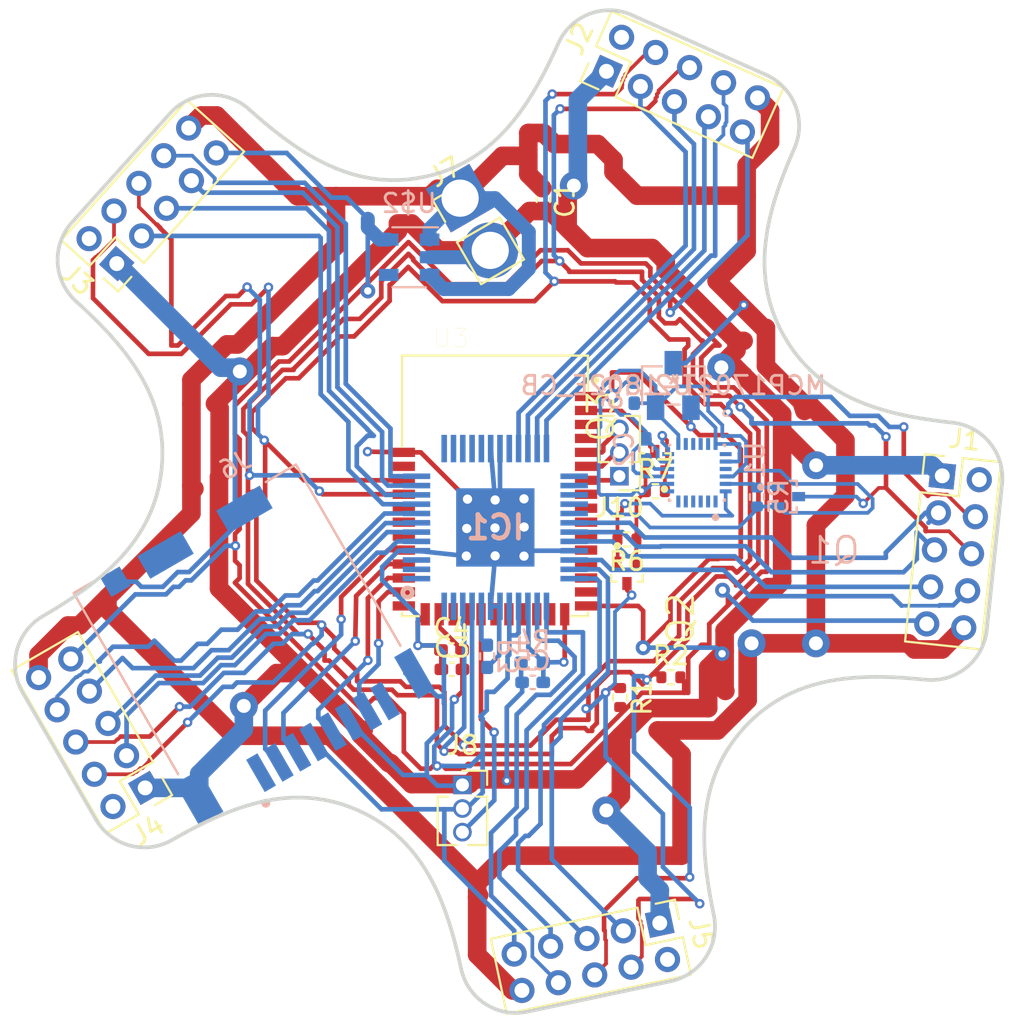
<source format=kicad_pcb>
(kicad_pcb (version 20171130) (host pcbnew 5.1.10-88a1d61d58~88~ubuntu18.04.1)
  (layers (0 F.Cu signal) (31 B.Cu signal) (34 B.Paste user hide) (35 F.Paste user hide) (36 B.SilkS user) (37 F.SilkS user hide) (38 B.Mask user hide) (39 F.Mask user hide) (44 Edge.Cuts user))
  (net 0 "")
  (net 1 GND)
  (net 2 /+3V)
  (net 3 +8V)
  (net 4 /SWDIO)
  (net 5 /SWDCLK)
  (net 6 /SMA1_SIG)
  (net 7 /SMA2_SIG)
  (net 8 /SMA3_SIG)
  (net 9 /SMA4_SIG)
  (net 10 /SMA5_SIG)
  (net 11 /SMA6_SIG)
  (net 12 /SMA7_SIG)
  (net 13 /SMA8_SIG)
  (net 14 /SMA9_SIG)
  (net 15 /SMA10_SIG)
  (net 16 /SMA11_SIG)
  (net 17 /SMA12_SIG)
  (net 18 /SMA13_SIG)
  (net 19 /SMA14_SIG)
  (net 20 /SMA15_SIG)
  (net 21 /SMA16_SIG)
  (net 22 /SMA17_SIG)
  (net 23 /SMA18_SIG)
  (net 24 /SMA19_SIG)
  (net 25 /SMA20_SIG)
  (net 26 "Net-(U3-Pad28)")
  (net 27 "Net-(U$2-Pad4)")
  (net 28 "Net-(U3-Pad18)")
  (net 29 "Net-(U3-Pad20)")
  (net 30 "Net-(U3-Pad19)")
  (net 31 "Net-(U3-Pad21)")
  (net 32 "Net-(U3-Pad15)")
  (net 33 "Net-(U3-Pad14)")
  (net 34 "Net-(J10-Pad1)")
  (net 35 /SCL)
  (net 36 /SDA)
  (net 37 "Net-(U3-Pad35)")
  (net 38 "Net-(J1-Pad2)")
  (net 39 "Net-(J2-Pad2)")
  (net 40 "Net-(J3-Pad2)")
  (net 41 "Net-(J4-Pad2)")
  (net 42 "Net-(J5-Pad2)")
  (net 43 "Net-(IC1-Pad48)")
  (net 44 "Net-(IC1-Pad47)")
  (net 45 "Net-(IC1-Pad29)")
  (net 46 "Net-(IC1-Pad28)")
  (net 47 "Net-(IC1-Pad27)")
  (net 48 "Net-(IC1-Pad26)")
  (net 49 "Net-(IC1-Pad25)")
  (net 50 "Net-(IC1-Pad20)")
  (net 51 "Net-(IC1-Pad17)")
  (net 52 "Net-(IC1-Pad16)")
  (net 53 "Net-(IC1-Pad15)")
  (net 54 "Net-(IC1-Pad14)")
  (net 55 "Net-(IC1-Pad13)")
  (net 56 "Net-(IC1-Pad3)")
  (net 57 "Net-(IC1-Pad2)")
  (net 58 "Net-(IC1-Pad1)")
  (net 59 "Net-(U3-Pad4)")
  (net 60 "Net-(U3-Pad34)")
  (net 61 "Net-(U3-Pad33)")
  (net 62 "Net-(U3-Pad38)")
  (net 63 /SDB)
  (net 64 /ISET)
  (net 65 "Net-(U3-Pad25)")
  (net 66 "Net-(U3-Pad24)")
  (net 67 "Net-(U3-Pad22)")
  (net 68 "Net-(U3-Pad13)")
  (net 69 "Net-(U3-Pad10)")
  (net 70 "Net-(U3-Pad12)")
  (net 71 "Net-(U3-Pad11)")
  (net 72 "Net-(U3-Pad3)")
  (net 73 "Net-(U3-Pad8)")
  (net 74 "Net-(U3-Pad9)")
  (net 75 "Net-(C2-Pad2)")
  (net 76 +1V8)
  (net 77 "Net-(U1-Pad21)")
  (net 78 "Net-(U1-Pad19)")
  (net 79 "Net-(U1-Pad1)")
  (net 80 "Net-(U1-Pad7)")
  (net 81 "Net-(J6-Pad1)")
  (net 82 "Net-(J6-Pad8)")
  (net 83 "Net-(J6-Pad9)")
  (net 84 /CS)
  (net 85 /MOSI)
  (net 86 /CLK)
  (net 87 /MISO)
  (net 88 /A0)
  (net 89 /SCL_VIN)
  (net 90 /SDA_VIN)
  (net 91 /INT)
  (net 92 /INT_VIN)
  (module Resistor_SMD:R_0402_1005Metric (layer F.Cu) (at 117.46176 108.839)
    (fp_text reference R7 (at 0 -1.17) (layer F.SilkS))
    (fp_text value " ")
    (pad 2 smd roundrect (at 0.51 0) (size 0.54 0.64) (layers F.Cu F.Paste F.Mask) (net 92 /INT_VIN))
    (pad 1 smd roundrect (at -0.51 0) (size 0.54 0.64) (layers F.Cu F.Paste F.Mask) (net 76 +1V8))
  )
  (module Resistor_SMD:R_0402_1005Metric (layer F.Cu) (at 115.93268 111.4298 180)
    (fp_text reference R6 (at 0 -1.17) (layer F.SilkS))
    (fp_text value " ")
    (pad 2 smd roundrect (at 0.51 0 180) (size 0.54 0.64) (layers F.Cu F.Paste F.Mask) (net 90 /SDA_VIN))
    (pad 1 smd roundrect (at -0.51 0 180) (size 0.54 0.64) (layers F.Cu F.Paste F.Mask) (net 76 +1V8))
  )
  (module Resistor_SMD:R_0402_1005Metric (layer B.Cu) (at 122.9233 109.14834 90)
    (fp_text reference R5 (at 0 1.17 270) (layer B.SilkS) (effects (justify mirror)))
    (fp_text value " ")
    (pad 2 smd roundrect (at 0.51 0 90) (size 0.54 0.64) (layers B.Cu B.Paste B.Mask) (net 89 /SCL_VIN))
    (pad 1 smd roundrect (at -0.51 0 90) (size 0.54 0.64) (layers B.Cu B.Paste B.Mask) (net 76 +1V8))
  )
  (module RUE002N02TL:TRANS_RUE002N02TL (layer F.Cu) (at 117.43182 107.24778 90)
    (fp_text reference Q3 (at 2.445 -2.889 90) (layer F.SilkS) (effects (font (size 1.4 1.4))))
    (fp_text value RUE002N02TL)
    (pad 2 smd rect (at -0.55 -0.5) (size 0.4 0.7) (layers F.Cu F.Paste F.Mask) (net 76 +1V8))
    (pad 1 smd rect (at -0.55 0.5) (size 0.4 0.7) (layers F.Cu F.Paste F.Mask) (net 92 /INT_VIN))
    (pad 3 smd rect (at 0.55 0) (size 0.5 0.7) (layers F.Cu F.Paste F.Mask) (net 91 /INT))
  )
  (module RUE002N02TL:TRANS_RUE002N02TL (layer F.Cu) (at 115.93322 113.24708 270)
    (fp_text reference Q2 (at 2.445 -2.889 90) (layer F.SilkS) (effects (font (size 1.4 1.4))))
    (fp_text value RUE002N02TL)
    (pad 3 smd rect (at 0.55 0 180) (size 0.5 0.7) (layers F.Cu F.Paste F.Mask) (net 36 /SDA))
    (pad 1 smd rect (at -0.55 0.5 180) (size 0.4 0.7) (layers F.Cu F.Paste F.Mask) (net 90 /SDA_VIN))
    (pad 2 smd rect (at -0.55 -0.5 180) (size 0.4 0.7) (layers F.Cu F.Paste F.Mask) (net 76 +1V8))
  )
  (module RUE002N02TL:TRANS_RUE002N02TL (layer B.Cu) (at 124.61122 109.12818)
    (fp_text reference Q1 (at 2.445 2.889 180) (layer B.SilkS) (effects (font (size 1.4 1.4)) (justify mirror)))
    (fp_text value RUE002N02TL)
    (pad 3 smd rect (at 0.55 0 90) (size 0.5 0.7) (layers B.Cu B.Paste B.Mask) (net 35 /SCL))
    (pad 1 smd rect (at -0.55 -0.5 90) (size 0.4 0.7) (layers B.Cu B.Paste B.Mask) (net 89 /SCL_VIN))
    (pad 2 smd rect (at -0.55 0.5 90) (size 0.4 0.7) (layers B.Cu B.Paste B.Mask) (net 76 +1V8))
  )
  (module Connector_PinSocket_1.27mm:PinSocket_1x03_P1.27mm_Vertical (layer F.Cu) (at 107.0864 124.61748)
    (fp_text reference J8 (at 0 -2.135) (layer F.SilkS))
    (fp_text value Conn_01x03)
    (pad 3 thru_hole oval (at 0 2.54) (size 1 1) (drill 0.7) (layers *.Cu *.Mask) (net 88 /A0))
    (pad 2 thru_hole oval (at 0 1.27) (size 1 1) (drill 0.7) (layers *.Cu *.Mask) (net 2 /+3V))
    (pad 1 thru_hole rect (at 0 0) (size 1 1) (drill 0.7) (layers *.Cu *.Mask) (net 1 GND))
  )
  (module DM3CS-SF:HRS_DM3CS-SF (layer B.Cu) (at 95.857073 116.861719 210)
    (fp_text reference J6 (at -3.840295 8.669495 30) (layer B.SilkS) (effects (font (size 1.003992 1.003992)) (justify mirror)))
    (fp_text value DM3CS-SF)
    (pad S5 smd rect (at 4.85 6.45 210) (size 1.2 1.2) (layers B.Cu B.Paste B.Mask) (net 1 GND))
    (pad S3 smd rect (at -3.1 6.35 210) (size 2.7 1.4) (layers B.Cu B.Paste B.Mask) (net 1 GND))
    (pad 9 smd rect (at 1.8 6.35 210) (size 2.7 1.4) (layers B.Cu B.Paste B.Mask) (net 83 "Net-(J6-Pad9)"))
    (pad S2 smd rect (at 6.75 -5.85 210) (size 1.5 2.6) (layers B.Cu B.Paste B.Mask) (net 1 GND))
    (pad S1 smd rect (at -6.6 -5.85 210) (size 1 2.6) (layers B.Cu B.Paste B.Mask) (net 1 GND))
    (pad 1 smd rect (at 3.2 -6.35 210) (size 0.7 2) (layers B.Cu B.Paste B.Mask) (net 81 "Net-(J6-Pad1)"))
    (pad 2 smd rect (at 2.1 -6.35 210) (size 0.7 2) (layers B.Cu B.Paste B.Mask) (net 84 /CS))
    (pad 3 smd rect (at 1 -6.35 210) (size 0.7 2) (layers B.Cu B.Paste B.Mask) (net 85 /MOSI))
    (pad 4 smd rect (at -0.1 -6.35 210) (size 0.7 2) (layers B.Cu B.Paste B.Mask) (net 2 /+3V))
    (pad 5 smd rect (at -1.2 -6.35 210) (size 0.7 2) (layers B.Cu B.Paste B.Mask) (net 86 /CLK))
    (pad 6 smd rect (at -2.3 -6.35 210) (size 0.7 2) (layers B.Cu B.Paste B.Mask) (net 1 GND))
    (pad 7 smd rect (at -3.4 -6.35 210) (size 0.7 2) (layers B.Cu B.Paste B.Mask) (net 87 /MISO))
    (pad 8 smd rect (at -4.5 -6.35 210) (size 0.7 2) (layers B.Cu B.Paste B.Mask) (net 82 "Net-(J6-Pad8)"))
  )
  (module MCP-1702T:MCP1702T-1802E&slash_CB (layer B.Cu) (at 118.424919 103.15562 180)
    (fp_text reference U2 (at 0 0) (layer B.SilkS) (effects (justify mirror)))
    (fp_text value MCP1702T-1802E_CB (at 0 0) (layer B.SilkS) (effects (justify mirror)))
    (fp_text user * (at 0 0) (layer B.SilkS) (effects (justify mirror)))
    (pad 3 smd rect (at 0 1.1952 180) (size 0.9398 1.3208) (layers B.Cu B.Paste B.Mask) (net 3 +8V))
    (pad 2 smd rect (at 0.950001 -1.1952 180) (size 0.9398 1.3208) (layers B.Cu B.Paste B.Mask) (net 76 +1V8))
    (pad 1 smd rect (at -0.950001 -1.1952 180) (size 0.9398 1.3208) (layers B.Cu B.Paste B.Mask) (net 1 GND))
  )
  (module ICM-20948:QFN40P300X300X105-24N (layer B.Cu) (at 119.69682 107.84388 90)
    (fp_text reference U1 (at 0.675 3.135 90) (layer B.SilkS) (effects (justify mirror)))
    (fp_text value ICM-20948)
    (pad 24 smd roundrect (at -1 1.545 90) (size 0.22 0.64) (layers B.Cu B.Paste B.Mask) (roundrect_rratio 0.03) (net 90 /SDA_VIN))
    (pad 23 smd roundrect (at -0.6 1.545 90) (size 0.22 0.64) (layers B.Cu B.Paste B.Mask) (roundrect_rratio 0.03) (net 89 /SCL_VIN))
    (pad 22 smd roundrect (at -0.2 1.545 90) (size 0.22 0.64) (layers B.Cu B.Paste B.Mask) (roundrect_rratio 0.03) (net 76 +1V8))
    (pad 21 smd roundrect (at 0.2 1.545 90) (size 0.22 0.64) (layers B.Cu B.Paste B.Mask) (roundrect_rratio 0.03) (net 77 "Net-(U1-Pad21)"))
    (pad 20 smd roundrect (at 0.6 1.545 90) (size 0.22 0.64) (layers B.Cu B.Paste B.Mask) (roundrect_rratio 0.03) (net 1 GND))
    (pad 19 smd roundrect (at 1 1.545 90) (size 0.22 0.64) (layers B.Cu B.Paste B.Mask) (roundrect_rratio 0.03) (net 78 "Net-(U1-Pad19)"))
    (pad 18 smd roundrect (at 1.545 1 90) (size 0.64 0.22) (layers B.Cu B.Paste B.Mask) (roundrect_rratio 0.03) (net 1 GND))
    (pad 17 smd roundrect (at 1.545 0.6 90) (size 0.64 0.22) (layers B.Cu B.Paste B.Mask) (roundrect_rratio 0.03) (net 79 "Net-(U1-Pad1)"))
    (pad 16 smd roundrect (at 1.545 0.2 90) (size 0.64 0.22) (layers B.Cu B.Paste B.Mask) (roundrect_rratio 0.03) (net 79 "Net-(U1-Pad1)"))
    (pad 15 smd roundrect (at 1.545 -0.2 90) (size 0.64 0.22) (layers B.Cu B.Paste B.Mask) (roundrect_rratio 0.03) (net 79 "Net-(U1-Pad1)"))
    (pad 14 smd roundrect (at 1.545 -0.6 90) (size 0.64 0.22) (layers B.Cu B.Paste B.Mask) (roundrect_rratio 0.03) (net 79 "Net-(U1-Pad1)"))
    (pad 13 smd roundrect (at 1.545 -1 90) (size 0.64 0.22) (layers B.Cu B.Paste B.Mask) (roundrect_rratio 0.03) (net 76 +1V8))
    (pad 12 smd roundrect (at 1 -1.545 90) (size 0.22 0.64) (layers B.Cu B.Paste B.Mask) (roundrect_rratio 0.03) (net 92 /INT_VIN))
    (pad 11 smd roundrect (at 0.6 -1.545 90) (size 0.22 0.64) (layers B.Cu B.Paste B.Mask) (roundrect_rratio 0.03) (net 1 GND))
    (pad 10 smd roundrect (at 0.2 -1.545 90) (size 0.22 0.64) (layers B.Cu B.Paste B.Mask) (roundrect_rratio 0.03) (net 75 "Net-(C2-Pad2)"))
    (pad 9 smd roundrect (at -0.2 -1.545 90) (size 0.22 0.64) (layers B.Cu B.Paste B.Mask) (roundrect_rratio 0.03) (net 1 GND))
    (pad 8 smd roundrect (at -0.6 -1.545 90) (size 0.22 0.64) (layers B.Cu B.Paste B.Mask) (roundrect_rratio 0.03) (net 76 +1V8))
    (pad 7 smd roundrect (at -1 -1.545 90) (size 0.22 0.64) (layers B.Cu B.Paste B.Mask) (roundrect_rratio 0.03) (net 80 "Net-(U1-Pad7)"))
    (pad 6 smd roundrect (at -1.545 -1 90) (size 0.64 0.22) (layers B.Cu B.Paste B.Mask) (roundrect_rratio 0.03) (net 79 "Net-(U1-Pad1)"))
    (pad 5 smd roundrect (at -1.545 -0.6 90) (size 0.64 0.22) (layers B.Cu B.Paste B.Mask) (roundrect_rratio 0.03) (net 79 "Net-(U1-Pad1)"))
    (pad 4 smd roundrect (at -1.545 -0.2 90) (size 0.64 0.22) (layers B.Cu B.Paste B.Mask) (roundrect_rratio 0.03) (net 79 "Net-(U1-Pad1)"))
    (pad 3 smd roundrect (at -1.545 0.2 90) (size 0.64 0.22) (layers B.Cu B.Paste B.Mask) (roundrect_rratio 0.03) (net 79 "Net-(U1-Pad1)"))
    (pad 2 smd roundrect (at -1.545 0.6 90) (size 0.64 0.22) (layers B.Cu B.Paste B.Mask) (roundrect_rratio 0.03) (net 79 "Net-(U1-Pad1)"))
    (pad 1 smd roundrect (at -1.545 1 90) (size 0.64 0.22) (layers B.Cu B.Paste B.Mask) (roundrect_rratio 0.03) (net 79 "Net-(U1-Pad1)"))
  )
  (module Capacitor_SMD:C_0402_1005Metric_Pad0.74x0.62mm_HandSolder (layer B.Cu) (at 116.32692 103.54056 270)
    (fp_text reference C6 (at 0 1.16 270) (layer B.SilkS) (effects (justify mirror)))
    (fp_text value 0.1uF)
    (pad 2 smd roundrect (at 0.5675 0 270) (size 0.735 0.62) (layers B.Cu B.Paste B.Mask) (net 76 +1V8))
    (pad 1 smd roundrect (at -0.5675 0 270) (size 0.735 0.62) (layers B.Cu B.Paste B.Mask) (net 1 GND))
  )
  (module Capacitor_SMD:C_0402_1005Metric_Pad0.74x0.62mm_HandSolder (layer B.Cu) (at 116.94668 106.58748 270)
    (fp_text reference C2 (at 0 1.16 90) (layer B.SilkS) (effects (justify mirror)))
    (fp_text value 0.1uF)
    (pad 2 smd roundrect (at 0.5675 0 270) (size 0.735 0.62) (layers B.Cu B.Paste B.Mask) (net 75 "Net-(C2-Pad2)"))
    (pad 1 smd roundrect (at -0.5675 0 270) (size 0.735 0.62) (layers B.Cu B.Paste B.Mask) (net 1 GND))
  )
  (module Capacitor_SMD:C_0402_1005Metric_Pad0.74x0.62mm_HandSolder (layer B.Cu) (at 110.86446 119.10822 180)
    (fp_text reference C5 (at 0 1.16) (layer B.SilkS) (effects (justify mirror)))
    (fp_text value 0.1uF)
    (pad 2 smd roundrect (at 0.5675 0 180) (size 0.735 0.62) (layers B.Cu B.Paste B.Mask) (net 1 GND))
    (pad 1 smd roundrect (at -0.5675 0 180) (size 0.735 0.62) (layers B.Cu B.Paste B.Mask) (net 63 /SDB))
  )
  (module Capacitor_SMD:C_0402_1005Metric_Pad0.74x0.62mm_HandSolder (layer F.Cu) (at 106.50112 117.36578)
    (fp_text reference C4 (at 0 -1.16 180) (layer F.SilkS))
    (fp_text value 0.1uF)
    (pad 2 smd roundrect (at 0.5675 0) (size 0.735 0.62) (layers F.Cu F.Paste F.Mask) (net 2 /+3V))
    (pad 1 smd roundrect (at -0.5675 0) (size 0.735 0.62) (layers F.Cu F.Paste F.Mask) (net 1 GND))
  )
  (module Capacitor_SMD:C_0402_1005Metric_Pad0.74x0.62mm_HandSolder (layer F.Cu) (at 106.52144 118.40972)
    (fp_text reference C3 (at 0 -1.16) (layer F.SilkS))
    (fp_text value 1uF)
    (pad 2 smd roundrect (at 0.5675 0) (size 0.735 0.62) (layers F.Cu F.Paste F.Mask) (net 2 /+3V))
    (pad 1 smd roundrect (at -0.5675 0) (size 0.735 0.62) (layers F.Cu F.Paste F.Mask) (net 1 GND))
  )
  (module Resistor_SMD:R_0402_1005Metric_Pad0.72x0.64mm_HandSolder (layer B.Cu) (at 110.83992 118.03634 180)
    (fp_text reference R4 (at 0 1.17) (layer B.SilkS) (effects (justify mirror)))
    (fp_text value 100k)
    (pad 2 smd roundrect (at 0.5975 0 180) (size 0.715 0.64) (layers B.Cu B.Paste B.Mask) (net 1 GND))
    (pad 1 smd roundrect (at -0.5975 0 180) (size 0.715 0.64) (layers B.Cu B.Paste B.Mask) (net 63 /SDB))
  )
  (module Resistor_SMD:R_0402_1005Metric_Pad0.72x0.64mm_HandSolder (layer B.Cu) (at 108.4199 117.70674 90)
    (fp_text reference R3 (at 0 1.17 90) (layer B.SilkS) (effects (justify mirror)))
    (fp_text value 3.3k)
    (pad 2 smd roundrect (at 0.5975 0 90) (size 0.715 0.64) (layers B.Cu B.Paste B.Mask) (net 64 /ISET))
    (pad 1 smd roundrect (at -0.5975 0 90) (size 0.715 0.64) (layers B.Cu B.Paste B.Mask) (net 1 GND))
  )
  (module IS32FL3237-TQLA3:QFP50P900X900X120-49N (layer B.Cu) (at 108.85678 110.78464)
    (fp_text reference IC1 (at 0 0) (layer B.SilkS) (effects (font (size 1.27 1.27) (thickness 0.254)) (justify mirror)))
    (fp_text value IS32FL3237-TQLA3 hide)
    (pad 49 smd rect (at 0 0) (size 4.21 4.21) (layers B.Cu B.Paste B.Mask) (net 1 GND))
    (pad 48 smd rect (at -2.75 4.238) (size 0.3 1.475) (layers B.Cu B.Paste B.Mask) (net 43 "Net-(IC1-Pad48)"))
    (pad 47 smd rect (at -2.25 4.238) (size 0.3 1.475) (layers B.Cu B.Paste B.Mask) (net 44 "Net-(IC1-Pad47)"))
    (pad 46 smd rect (at -1.75 4.238) (size 0.3 1.475) (layers B.Cu B.Paste B.Mask) (net 35 /SCL))
    (pad 45 smd rect (at -1.25 4.238) (size 0.3 1.475) (layers B.Cu B.Paste B.Mask) (net 36 /SDA))
    (pad 44 smd rect (at -0.75 4.238) (size 0.3 1.475) (layers B.Cu B.Paste B.Mask) (net 64 /ISET))
    (pad 43 smd rect (at -0.25 4.238) (size 0.3 1.475) (layers B.Cu B.Paste B.Mask) (net 1 GND))
    (pad 42 smd rect (at 0.25 4.238) (size 0.3 1.475) (layers B.Cu B.Paste B.Mask) (net 1 GND))
    (pad 41 smd rect (at 0.75 4.238) (size 0.3 1.475) (layers B.Cu B.Paste B.Mask) (net 2 /+3V))
    (pad 40 smd rect (at 1.25 4.238) (size 0.3 1.475) (layers B.Cu B.Paste B.Mask) (net 2 /+3V))
    (pad 39 smd rect (at 1.75 4.238) (size 0.3 1.475) (layers B.Cu B.Paste B.Mask) (net 63 /SDB))
    (pad 38 smd rect (at 2.25 4.238) (size 0.3 1.475) (layers B.Cu B.Paste B.Mask) (net 10 /SMA5_SIG))
    (pad 37 smd rect (at 2.75 4.238) (size 0.3 1.475) (layers B.Cu B.Paste B.Mask) (net 11 /SMA6_SIG))
    (pad 36 smd rect (at 4.238 2.75 270) (size 0.3 1.475) (layers B.Cu B.Paste B.Mask) (net 12 /SMA7_SIG))
    (pad 35 smd rect (at 4.238 2.25 270) (size 0.3 1.475) (layers B.Cu B.Paste B.Mask) (net 13 /SMA8_SIG))
    (pad 34 smd rect (at 4.238 1.75 270) (size 0.3 1.475) (layers B.Cu B.Paste B.Mask) (net 14 /SMA9_SIG))
    (pad 33 smd rect (at 4.238 1.25 270) (size 0.3 1.475) (layers B.Cu B.Paste B.Mask) (net 1 GND))
    (pad 32 smd rect (at 4.238 0.75 270) (size 0.3 1.475) (layers B.Cu B.Paste B.Mask) (net 15 /SMA10_SIG))
    (pad 31 smd rect (at 4.238 0.25 270) (size 0.3 1.475) (layers B.Cu B.Paste B.Mask) (net 16 /SMA11_SIG))
    (pad 30 smd rect (at 4.238 -0.25 270) (size 0.3 1.475) (layers B.Cu B.Paste B.Mask) (net 17 /SMA12_SIG))
    (pad 29 smd rect (at 4.238 -0.75 270) (size 0.3 1.475) (layers B.Cu B.Paste B.Mask) (net 45 "Net-(IC1-Pad29)"))
    (pad 28 smd rect (at 4.238 -1.25 270) (size 0.3 1.475) (layers B.Cu B.Paste B.Mask) (net 46 "Net-(IC1-Pad28)"))
    (pad 27 smd rect (at 4.238 -1.75 270) (size 0.3 1.475) (layers B.Cu B.Paste B.Mask) (net 47 "Net-(IC1-Pad27)"))
    (pad 26 smd rect (at 4.238 -2.25 270) (size 0.3 1.475) (layers B.Cu B.Paste B.Mask) (net 48 "Net-(IC1-Pad26)"))
    (pad 25 smd rect (at 4.238 -2.75 270) (size 0.3 1.475) (layers B.Cu B.Paste B.Mask) (net 49 "Net-(IC1-Pad25)"))
    (pad 24 smd rect (at 2.75 -4.238) (size 0.3 1.475) (layers B.Cu B.Paste B.Mask) (net 18 /SMA13_SIG))
    (pad 23 smd rect (at 2.25 -4.238) (size 0.3 1.475) (layers B.Cu B.Paste B.Mask) (net 19 /SMA14_SIG))
    (pad 22 smd rect (at 1.75 -4.238) (size 0.3 1.475) (layers B.Cu B.Paste B.Mask) (net 20 /SMA15_SIG))
    (pad 21 smd rect (at 1.25 -4.238) (size 0.3 1.475) (layers B.Cu B.Paste B.Mask) (net 21 /SMA16_SIG))
    (pad 20 smd rect (at 0.75 -4.238) (size 0.3 1.475) (layers B.Cu B.Paste B.Mask) (net 50 "Net-(IC1-Pad20)"))
    (pad 19 smd rect (at 0.25 -4.238) (size 0.3 1.475) (layers B.Cu B.Paste B.Mask) (net 1 GND))
    (pad 18 smd rect (at -0.25 -4.238) (size 0.3 1.475) (layers B.Cu B.Paste B.Mask) (net 1 GND))
    (pad 17 smd rect (at -0.75 -4.238) (size 0.3 1.475) (layers B.Cu B.Paste B.Mask) (net 51 "Net-(IC1-Pad17)"))
    (pad 16 smd rect (at -1.25 -4.238) (size 0.3 1.475) (layers B.Cu B.Paste B.Mask) (net 52 "Net-(IC1-Pad16)"))
    (pad 15 smd rect (at -1.75 -4.238) (size 0.3 1.475) (layers B.Cu B.Paste B.Mask) (net 53 "Net-(IC1-Pad15)"))
    (pad 14 smd rect (at -2.25 -4.238) (size 0.3 1.475) (layers B.Cu B.Paste B.Mask) (net 54 "Net-(IC1-Pad14)"))
    (pad 13 smd rect (at -2.75 -4.238) (size 0.3 1.475) (layers B.Cu B.Paste B.Mask) (net 55 "Net-(IC1-Pad13)"))
    (pad 12 smd rect (at -4.238 -2.75 270) (size 0.3 1.475) (layers B.Cu B.Paste B.Mask) (net 22 /SMA17_SIG))
    (pad 11 smd rect (at -4.238 -2.25 270) (size 0.3 1.475) (layers B.Cu B.Paste B.Mask) (net 23 /SMA18_SIG))
    (pad 10 smd rect (at -4.238 -1.75 270) (size 0.3 1.475) (layers B.Cu B.Paste B.Mask) (net 24 /SMA19_SIG))
    (pad 9 smd rect (at -4.238 -1.25 270) (size 0.3 1.475) (layers B.Cu B.Paste B.Mask) (net 25 /SMA20_SIG))
    (pad 8 smd rect (at -4.238 -0.75 270) (size 0.3 1.475) (layers B.Cu B.Paste B.Mask) (net 6 /SMA1_SIG))
    (pad 7 smd rect (at -4.238 -0.25 270) (size 0.3 1.475) (layers B.Cu B.Paste B.Mask) (net 7 /SMA2_SIG))
    (pad 6 smd rect (at -4.238 0.25 270) (size 0.3 1.475) (layers B.Cu B.Paste B.Mask) (net 8 /SMA3_SIG))
    (pad 5 smd rect (at -4.238 0.75 270) (size 0.3 1.475) (layers B.Cu B.Paste B.Mask) (net 9 /SMA4_SIG))
    (pad 4 smd rect (at -4.238 1.25 270) (size 0.3 1.475) (layers B.Cu B.Paste B.Mask) (net 1 GND))
    (pad 3 smd rect (at -4.238 1.75 270) (size 0.3 1.475) (layers B.Cu B.Paste B.Mask) (net 56 "Net-(IC1-Pad3)"))
    (pad 2 smd rect (at -4.238 2.25 270) (size 0.3 1.475) (layers B.Cu B.Paste B.Mask) (net 57 "Net-(IC1-Pad2)"))
    (pad 1 smd rect (at -4.238 2.75 270) (size 0.3 1.475) (layers B.Cu B.Paste B.Mask) (net 58 "Net-(IC1-Pad1)"))
  )
  (module Connector_PinHeader_2.00mm:PinHeader_2x05_P2.00mm_Vertical (layer F.Cu) (at 90.030071 124.77826 210)
    (fp_text reference J4 (at 1 -2.06 30) (layer F.SilkS))
    (fp_text value Conn_02x05_Counter_Clockwise)
    (pad 10 thru_hole oval (at 2 8 210) (size 1.35 1.35) (drill 0.8) (layers *.Cu *.Mask) (net 3 +8V))
    (pad 9 thru_hole oval (at 0 8 210) (size 1.35 1.35) (drill 0.8) (layers *.Cu *.Mask) (net 2 /+3V))
    (pad 8 thru_hole oval (at 2 6 210) (size 1.35 1.35) (drill 0.8) (layers *.Cu *.Mask) (net 6 /SMA1_SIG))
    (pad 7 thru_hole oval (at 0 6 210) (size 1.35 1.35) (drill 0.8) (layers *.Cu *.Mask) (net 7 /SMA2_SIG))
    (pad 6 thru_hole oval (at 2 4 210) (size 1.35 1.35) (drill 0.8) (layers *.Cu *.Mask) (net 35 /SCL))
    (pad 5 thru_hole oval (at 0 4 210) (size 1.35 1.35) (drill 0.8) (layers *.Cu *.Mask) (net 8 /SMA3_SIG))
    (pad 4 thru_hole oval (at 2 2 210) (size 1.35 1.35) (drill 0.8) (layers *.Cu *.Mask) (net 36 /SDA))
    (pad 3 thru_hole oval (at 0 2 210) (size 1.35 1.35) (drill 0.8) (layers *.Cu *.Mask) (net 9 /SMA4_SIG))
    (pad 2 thru_hole oval (at 2 0 210) (size 1.35 1.35) (drill 0.8) (layers *.Cu *.Mask) (net 41 "Net-(J4-Pad2)"))
    (pad 1 thru_hole rect (at 0 0 210) (size 1.35 1.35) (drill 0.8) (layers *.Cu *.Mask) (net 1 GND))
  )
  (module Connector_PinHeader_2.00mm:PinHeader_2x05_P2.00mm_Vertical (layer F.Cu) (at 114.831896 86.276338 66)
    (fp_text reference J2 (at 1 -2.06 66) (layer F.SilkS))
    (fp_text value Conn_02x05_Counter_Clockwise)
    (pad 10 thru_hole oval (at 2 8 66) (size 1.35 1.35) (drill 0.8) (layers *.Cu *.Mask) (net 3 +8V))
    (pad 9 thru_hole oval (at 0 8 66) (size 1.35 1.35) (drill 0.8) (layers *.Cu *.Mask) (net 2 /+3V))
    (pad 8 thru_hole oval (at 2 6 66) (size 1.35 1.35) (drill 0.8) (layers *.Cu *.Mask) (net 18 /SMA13_SIG))
    (pad 7 thru_hole oval (at 0 6 66) (size 1.35 1.35) (drill 0.8) (layers *.Cu *.Mask) (net 19 /SMA14_SIG))
    (pad 6 thru_hole oval (at 2 4 66) (size 1.35 1.35) (drill 0.8) (layers *.Cu *.Mask) (net 35 /SCL))
    (pad 5 thru_hole oval (at 0 4 66) (size 1.35 1.35) (drill 0.8) (layers *.Cu *.Mask) (net 20 /SMA15_SIG))
    (pad 4 thru_hole oval (at 2 2 66) (size 1.35 1.35) (drill 0.8) (layers *.Cu *.Mask) (net 36 /SDA))
    (pad 3 thru_hole oval (at 0 2 66) (size 1.35 1.35) (drill 0.8) (layers *.Cu *.Mask) (net 21 /SMA16_SIG))
    (pad 2 thru_hole oval (at 2 0 66) (size 1.35 1.35) (drill 0.8) (layers *.Cu *.Mask) (net 39 "Net-(J2-Pad2)"))
    (pad 1 thru_hole rect (at 0 0 66) (size 1.35 1.35) (drill 0.8) (layers *.Cu *.Mask) (net 1 GND))
  )
  (module Connector_PinHeader_2.00mm:PinHeader_2x05_P2.00mm_Vertical (layer F.Cu) (at 117.696717 132.041405 282)
    (fp_text reference J5 (at 1 -2.06 102) (layer F.SilkS))
    (fp_text value Conn_02x05_Counter_Clockwise)
    (pad 10 thru_hole oval (at 2 8 282) (size 1.35 1.35) (drill 0.8) (layers *.Cu *.Mask) (net 3 +8V))
    (pad 9 thru_hole oval (at 0 8 282) (size 1.35 1.35) (drill 0.8) (layers *.Cu *.Mask) (net 2 /+3V))
    (pad 8 thru_hole oval (at 2 6 282) (size 1.35 1.35) (drill 0.8) (layers *.Cu *.Mask) (net 10 /SMA5_SIG))
    (pad 7 thru_hole oval (at 0 6 282) (size 1.35 1.35) (drill 0.8) (layers *.Cu *.Mask) (net 11 /SMA6_SIG))
    (pad 6 thru_hole oval (at 2 4 282) (size 1.35 1.35) (drill 0.8) (layers *.Cu *.Mask) (net 35 /SCL))
    (pad 5 thru_hole oval (at 0 4 282) (size 1.35 1.35) (drill 0.8) (layers *.Cu *.Mask) (net 12 /SMA7_SIG))
    (pad 4 thru_hole oval (at 2 2 282) (size 1.35 1.35) (drill 0.8) (layers *.Cu *.Mask) (net 36 /SDA))
    (pad 3 thru_hole oval (at 0 2 282) (size 1.35 1.35) (drill 0.8) (layers *.Cu *.Mask) (net 13 /SMA8_SIG))
    (pad 2 thru_hole oval (at 2 0 282) (size 1.35 1.35) (drill 0.8) (layers *.Cu *.Mask) (net 42 "Net-(J5-Pad2)"))
    (pad 1 thru_hole rect (at 0 0 282) (size 1.35 1.35) (drill 0.8) (layers *.Cu *.Mask) (net 1 GND))
  )
  (module Connector_PinHeader_2.00mm:PinHeader_2x05_P2.00mm_Vertical (layer F.Cu) (at 88.501858 96.607139 138)
    (fp_text reference J3 (at 1 -2.06 138) (layer F.SilkS))
    (fp_text value Conn_02x05_Counter_Clockwise)
    (pad 10 thru_hole oval (at 2 8 138) (size 1.35 1.35) (drill 0.8) (layers *.Cu *.Mask) (net 3 +8V))
    (pad 9 thru_hole oval (at 0 8 138) (size 1.35 1.35) (drill 0.8) (layers *.Cu *.Mask) (net 2 /+3V))
    (pad 8 thru_hole oval (at 2 6 138) (size 1.35 1.35) (drill 0.8) (layers *.Cu *.Mask) (net 22 /SMA17_SIG))
    (pad 7 thru_hole oval (at 0 6 138) (size 1.35 1.35) (drill 0.8) (layers *.Cu *.Mask) (net 23 /SMA18_SIG))
    (pad 6 thru_hole oval (at 2 4 138) (size 1.35 1.35) (drill 0.8) (layers *.Cu *.Mask) (net 35 /SCL))
    (pad 5 thru_hole oval (at 0 4 138) (size 1.35 1.35) (drill 0.8) (layers *.Cu *.Mask) (net 24 /SMA19_SIG))
    (pad 4 thru_hole oval (at 2 2 138) (size 1.35 1.35) (drill 0.8) (layers *.Cu *.Mask) (net 36 /SDA))
    (pad 3 thru_hole oval (at 0 2 138) (size 1.35 1.35) (drill 0.8) (layers *.Cu *.Mask) (net 25 /SMA20_SIG))
    (pad 2 thru_hole oval (at 2 0 138) (size 1.35 1.35) (drill 0.8) (layers *.Cu *.Mask) (net 40 "Net-(J3-Pad2)"))
    (pad 1 thru_hole rect (at 0 0 138) (size 1.35 1.35) (drill 0.8) (layers *.Cu *.Mask) (net 1 GND))
  )
  (module Connector_PinHeader_2.00mm:PinHeader_2x05_P2.00mm_Vertical (layer F.Cu) (at 132.888273 108.009959 354)
    (fp_text reference J1 (at 1 -2.06 174) (layer F.SilkS))
    (fp_text value Conn_02x05_Counter_Clockwise)
    (pad 10 thru_hole oval (at 2 8 354) (size 1.35 1.35) (drill 0.8) (layers *.Cu *.Mask) (net 3 +8V))
    (pad 9 thru_hole oval (at 0 8 354) (size 1.35 1.35) (drill 0.8) (layers *.Cu *.Mask) (net 2 /+3V))
    (pad 8 thru_hole oval (at 2 6 354) (size 1.35 1.35) (drill 0.8) (layers *.Cu *.Mask) (net 14 /SMA9_SIG))
    (pad 7 thru_hole oval (at 0 6 354) (size 1.35 1.35) (drill 0.8) (layers *.Cu *.Mask) (net 15 /SMA10_SIG))
    (pad 6 thru_hole oval (at 2 4 354) (size 1.35 1.35) (drill 0.8) (layers *.Cu *.Mask) (net 35 /SCL))
    (pad 5 thru_hole oval (at 0 4 354) (size 1.35 1.35) (drill 0.8) (layers *.Cu *.Mask) (net 16 /SMA11_SIG))
    (pad 4 thru_hole oval (at 2 2 354) (size 1.35 1.35) (drill 0.8) (layers *.Cu *.Mask) (net 36 /SDA))
    (pad 3 thru_hole oval (at 0 2 354) (size 1.35 1.35) (drill 0.8) (layers *.Cu *.Mask) (net 17 /SMA12_SIG))
    (pad 2 thru_hole oval (at 2 0 354) (size 1.35 1.35) (drill 0.8) (layers *.Cu *.Mask) (net 38 "Net-(J1-Pad2)"))
    (pad 1 thru_hole rect (at 0 0 354) (size 1.35 1.35) (drill 0.8) (layers *.Cu *.Mask) (net 1 GND))
  )
  (module Connector_PinHeader_2.54mm:PinHeader_1x02_P2.54mm_Vertical (layer F.Cu) (at 107.31246 93.697995 30)
    (fp_text reference J7 (at 0 -2.33 30) (layer F.SilkS))
    (fp_text value 61300211121)
    (pad 1 thru_hole rect (at 0 -0.7 30) (size 2.7 2.7) (drill 2) (layers *.Cu *.Mask) (net 3 +8V))
    (pad 2 thru_hole oval (at 0 2.54 30) (size 3 3) (drill 2) (layers *.Cu *.Mask) (net 1 GND))
  )
  (module Resistor_SMD:R_0402_1005Metric (layer F.Cu) (at 118.29488 118.8339)
    (fp_text reference R2 (at 0 -1.17) (layer F.SilkS))
    (fp_text value " ")
    (pad 1 smd roundrect (at -0.51 0) (size 0.54 0.64) (layers F.Cu F.Paste F.Mask) (net 35 /SCL))
    (pad 2 smd roundrect (at 0.51 0) (size 0.54 0.64) (layers F.Cu F.Paste F.Mask) (net 2 /+3V))
  )
  (module Resistor_SMD:R_0402_1005Metric (layer F.Cu) (at 115.56746 119.92302 270)
    (fp_text reference R1 (at 0 -1.17 90) (layer F.SilkS))
    (fp_text value " ")
    (pad 2 smd roundrect (at 0.51 0 270) (size 0.54 0.64) (layers F.Cu F.Paste F.Mask) (net 2 /+3V))
    (pad 1 smd roundrect (at -0.51 0 270) (size 0.54 0.64) (layers F.Cu F.Paste F.Mask) (net 36 /SDA))
  )
  (module Capacitor_SMD:C_0402_1005Metric_Pad0.74x0.62mm_HandSolder (layer F.Cu) (at 111.43996 93.18244 270)
    (fp_text reference C1 (at 0 -1.16 90) (layer F.SilkS))
    (fp_text value C-USC0402)
    (pad 2 smd roundrect (at 0.5675 0 270) (size 0.735 0.62) (layers F.Cu F.Paste F.Mask) (net 1 GND))
    (pad 1 smd roundrect (at -0.5675 0 270) (size 0.735 0.62) (layers F.Cu F.Paste F.Mask) (net 3 +8V))
  )
  (module Connector_PinHeader_1.27mm:PinHeader_1x03_P1.27mm_Vertical (layer F.Cu) (at 115.52428 108.02874 180)
    (fp_text reference J10 (at 0 -1.695) (layer F.SilkS))
    (fp_text value 61300311121)
    (pad 3 thru_hole oval (at 0 2.54 180) (size 1 1) (drill 0.65) (layers *.Cu *.Mask) (net 4 /SWDIO))
    (pad 2 thru_hole oval (at 0 1.27 180) (size 1 1) (drill 0.65) (layers *.Cu *.Mask) (net 5 /SWDCLK))
    (pad 1 thru_hole rect (at 0 0 180) (size 1 1) (drill 0.65) (layers *.Cu *.Mask) (net 34 "Net-(J10-Pad1)"))
  )
  (module Package_TO_SOT_SMD:SOT-23-5 (layer B.Cu) (at 104.2211 96.266 180)
    (fp_text reference U$2 (at 0 2.9) (layer B.SilkS) (effects (justify mirror)))
    (fp_text value SPX3819M5_3_3)
    (pad 5 smd rect (at 1.1 0.95 180) (size 1.06 0.65) (layers B.Cu B.Paste B.Mask) (net 2 /+3V))
    (pad 4 smd rect (at 1.1 -0.95 180) (size 1.06 0.65) (layers B.Cu B.Paste B.Mask) (net 27 "Net-(U$2-Pad4)"))
    (pad 3 smd rect (at -1.1 -0.95 180) (size 1.06 0.65) (layers B.Cu B.Paste B.Mask) (net 3 +8V))
    (pad 2 smd rect (at -1.1 0 180) (size 1.06 0.65) (layers B.Cu B.Paste B.Mask) (net 1 GND))
    (pad 1 smd rect (at -1.1 0.95 180) (size 1.06 0.65) (layers B.Cu B.Paste B.Mask) (net 3 +8V))
  )
  (module BL652-SA-01:XCVR_BL652-SA-01 (layer F.Cu) (at 108.8368 108.5506)
    (fp_text reference U3 (at -2.37522 -7.93209) (layer F.SilkS) (effects (font (size 1.00178 1.00178) (thickness 0.015))))
    (fp_text value BL652-SA-01)
    (pad 1 smd rect (at 4.9 -4.8) (size 1.2 0.5) (layers F.Cu F.Paste F.Mask) (net 1 GND))
    (pad 2 smd rect (at 4.9 -4.05) (size 1.2 0.5) (layers F.Cu F.Paste F.Mask) (net 91 /INT))
    (pad 4 smd rect (at 4.9 -2.55) (size 1.2 0.5) (layers F.Cu F.Paste F.Mask) (net 59 "Net-(U3-Pad4)"))
    (pad 3 smd rect (at 4.9 -3.3) (size 1.2 0.5) (layers F.Cu F.Paste F.Mask) (net 72 "Net-(U3-Pad3)"))
    (pad 8 smd rect (at 4.9 0.45) (size 1.2 0.5) (layers F.Cu F.Paste F.Mask) (net 73 "Net-(U3-Pad8)"))
    (pad 7 smd rect (at 4.9 -0.3) (size 1.2 0.5) (layers F.Cu F.Paste F.Mask) (net 34 "Net-(J10-Pad1)"))
    (pad 5 smd rect (at 4.9 -1.8) (size 1.2 0.5) (layers F.Cu F.Paste F.Mask) (net 4 /SWDIO))
    (pad 6 smd rect (at 4.9 -1.05) (size 1.2 0.5) (layers F.Cu F.Paste F.Mask) (net 5 /SWDCLK))
    (pad 16 smd rect (at 4.9 6.45) (size 1.2 0.5) (layers F.Cu F.Paste F.Mask) (net 1 GND))
    (pad 15 smd rect (at 4.9 5.7) (size 1.2 0.5) (layers F.Cu F.Paste F.Mask) (net 32 "Net-(U3-Pad15)"))
    (pad 13 smd rect (at 4.9 4.2) (size 1.2 0.5) (layers F.Cu F.Paste F.Mask) (net 68 "Net-(U3-Pad13)"))
    (pad 14 smd rect (at 4.9 4.95) (size 1.2 0.5) (layers F.Cu F.Paste F.Mask) (net 33 "Net-(U3-Pad14)"))
    (pad 9 smd rect (at 4.9 1.2) (size 1.2 0.5) (layers F.Cu F.Paste F.Mask) (net 74 "Net-(U3-Pad9)"))
    (pad 10 smd rect (at 4.9 1.95) (size 1.2 0.5) (layers F.Cu F.Paste F.Mask) (net 69 "Net-(U3-Pad10)"))
    (pad 12 smd rect (at 4.9 3.45) (size 1.2 0.5) (layers F.Cu F.Paste F.Mask) (net 70 "Net-(U3-Pad12)"))
    (pad 11 smd rect (at 4.9 2.7) (size 1.2 0.5) (layers F.Cu F.Paste F.Mask) (net 71 "Net-(U3-Pad11)"))
    (pad 36 smd rect (at -4.9 0.45) (size 1.2 0.5) (layers F.Cu F.Paste F.Mask) (net 35 /SCL))
    (pad 37 smd rect (at -4.9 -0.3) (size 1.2 0.5) (layers F.Cu F.Paste F.Mask) (net 36 /SDA))
    (pad 28 smd rect (at -4.9 6.45) (size 1.2 0.5) (layers F.Cu F.Paste F.Mask) (net 26 "Net-(U3-Pad28)"))
    (pad 29 smd rect (at -4.9 5.7) (size 1.2 0.5) (layers F.Cu F.Paste F.Mask) (net 87 /MISO))
    (pad 31 smd rect (at -4.9 4.2) (size 1.2 0.5) (layers F.Cu F.Paste F.Mask) (net 85 /MOSI))
    (pad 30 smd rect (at -4.9 4.95) (size 1.2 0.5) (layers F.Cu F.Paste F.Mask) (net 86 /CLK))
    (pad 35 smd rect (at -4.9 1.2) (size 1.2 0.5) (layers F.Cu F.Paste F.Mask) (net 37 "Net-(U3-Pad35)"))
    (pad 34 smd rect (at -4.9 1.95) (size 1.2 0.5) (layers F.Cu F.Paste F.Mask) (net 60 "Net-(U3-Pad34)"))
    (pad 32 smd rect (at -4.9 3.45) (size 1.2 0.5) (layers F.Cu F.Paste F.Mask) (net 84 /CS))
    (pad 33 smd rect (at -4.9 2.7) (size 1.2 0.5) (layers F.Cu F.Paste F.Mask) (net 61 "Net-(U3-Pad33)"))
    (pad 38 smd rect (at -4.9 -1.05) (size 1.2 0.5) (layers F.Cu F.Paste F.Mask) (net 62 "Net-(U3-Pad38)"))
    (pad 39 smd rect (at -4.9 -1.8) (size 1.2 0.5) (layers F.Cu F.Paste F.Mask) (net 1 GND))
    (pad 25 smd rect (at -2.25 6.9) (size 0.5 1.2) (layers F.Cu F.Paste F.Mask) (net 65 "Net-(U3-Pad25)"))
    (pad 26 smd rect (at -3 6.9) (size 0.5 1.2) (layers F.Cu F.Paste F.Mask) (net 2 /+3V))
    (pad 17 smd rect (at 3.75 6.9) (size 0.5 1.2) (layers F.Cu F.Paste F.Mask) (net 63 /SDB))
    (pad 18 smd rect (at 3 6.9) (size 0.5 1.2) (layers F.Cu F.Paste F.Mask) (net 28 "Net-(U3-Pad18)"))
    (pad 20 smd rect (at 1.5 6.9) (size 0.5 1.2) (layers F.Cu F.Paste F.Mask) (net 29 "Net-(U3-Pad20)"))
    (pad 19 smd rect (at 2.25 6.9) (size 0.5 1.2) (layers F.Cu F.Paste F.Mask) (net 30 "Net-(U3-Pad19)"))
    (pad 24 smd rect (at -1.5 6.9) (size 0.5 1.2) (layers F.Cu F.Paste F.Mask) (net 66 "Net-(U3-Pad24)"))
    (pad 23 smd rect (at -0.75 6.9) (size 0.5 1.2) (layers F.Cu F.Paste F.Mask) (net 88 /A0))
    (pad 21 smd rect (at 0.75 6.9) (size 0.5 1.2) (layers F.Cu F.Paste F.Mask) (net 31 "Net-(U3-Pad21)"))
    (pad 22 smd rect (at 0 6.9) (size 0.5 1.2) (layers F.Cu F.Paste F.Mask) (net 67 "Net-(U3-Pad22)"))
    (pad 27 smd rect (at -3.75 6.9) (size 0.5 1.2) (layers F.Cu F.Paste F.Mask) (net 1 GND))
  )
  (gr_line (start 101.461177 91.878323) (end 101.0464 91.761961) (layer Edge.Cuts) (width 0.2))
  (gr_line (start 101.883584 91.973433) (end 101.461177 91.878323) (layer Edge.Cuts) (width 0.2))
  (gr_line (start 102.313839 92.046061) (end 101.883584 91.973433) (layer Edge.Cuts) (width 0.2))
  (gr_line (start 102.752146 92.094981) (end 102.313839 92.046061) (layer Edge.Cuts) (width 0.2))
  (gr_line (start 126.170282 102.667637) (end 126.512152 102.938778) (layer Edge.Cuts) (width 0.2))
  (gr_line (start 125.840641 102.374641) (end 126.170282 102.667637) (layer Edge.Cuts) (width 0.2))
  (gr_line (start 125.524 102.058816) (end 125.840641 102.374641) (layer Edge.Cuts) (width 0.2))
  (gr_line (start 124.402846 100.547599) (end 124.170222 100.116609) (layer Edge.Cuts) (width 0.2))
  (gr_line (start 133.016185 105.104671) (end 133.448011 105.154235) (layer Edge.Cuts) (width 0.2))
  (gr_line (start 132.583486 105.049914) (end 133.016185 105.104671) (layer Edge.Cuts) (width 0.2))
  (gr_line (start 120.361204 130.33304) (end 120.436996 130.763492) (layer Edge.Cuts) (width 0.2))
  (gr_line (start 120.292425 129.901014) (end 120.361204 130.33304) (layer Edge.Cuts) (width 0.2))
  (gr_line (start 120.231825 129.467839) (end 120.292425 129.901014) (layer Edge.Cuts) (width 0.2))
  (gr_arc (start 93.598924 90.54003) (end 95.596185 88.301516) (angle -89.74013534) (layer Edge.Cuts) (width 0.2))
  (gr_line (start 95.921964 88.589259) (end 95.596185 88.301516) (layer Edge.Cuts) (width 0.2))
  (gr_line (start 96.252191 88.874178) (end 95.921964 88.589259) (layer Edge.Cuts) (width 0.2))
  (gr_line (start 96.587077 89.155041) (end 96.252191 88.874178) (layer Edge.Cuts) (width 0.2))
  (gr_line (start 90.847862 108.151494) (end 90.757156 108.619007) (layer Edge.Cuts) (width 0.2))
  (gr_line (start 90.912995 107.666086) (end 90.847862 108.151494) (layer Edge.Cuts) (width 0.2))
  (gr_line (start 86.623236 98.916541) (end 86.303015 98.622623) (layer Edge.Cuts) (width 0.2))
  (gr_line (start 86.941113 99.215177) (end 86.623236 98.916541) (layer Edge.Cuts) (width 0.2))
  (gr_line (start 128.377949 104.001) (end 128.777002 104.161606) (layer Edge.Cuts) (width 0.2))
  (gr_line (start 127.986498 103.824422) (end 128.377949 104.001) (layer Edge.Cuts) (width 0.2))
  (gr_line (start 127.603422 103.63089) (end 127.986498 103.824422) (layer Edge.Cuts) (width 0.2))
  (gr_line (start 125.221129 101.719177) (end 125.524 102.058816) (layer Edge.Cuts) (width 0.2))
  (gr_line (start 124.9328 101.354748) (end 125.221129 101.719177) (layer Edge.Cuts) (width 0.2))
  (gr_line (start 124.659782 100.964549) (end 124.9328 101.354748) (layer Edge.Cuts) (width 0.2))
  (gr_line (start 129.594839 104.438814) (end 130.012081 104.557379) (layer Edge.Cuts) (width 0.2))
  (gr_line (start 129.182889 104.307217) (end 129.594839 104.438814) (layer Edge.Cuts) (width 0.2))
  (gr_line (start 128.777002 104.161606) (end 129.182889 104.307217) (layer Edge.Cuts) (width 0.2))
  (gr_line (start 120.333206 125.167693) (end 120.247642 125.588667) (layer Edge.Cuts) (width 0.2))
  (gr_line (start 120.439823 124.750304) (end 120.333206 125.167693) (layer Edge.Cuts) (width 0.2))
  (gr_line (start 120.568659 124.336932) (end 120.439823 124.750304) (layer Edge.Cuts) (width 0.2))
  (gr_line (start 90.950208 107.177741) (end 90.958685 106.701587) (layer Edge.Cuts) (width 0.2))
  (gr_line (start 90.912995 107.666086) (end 90.950208 107.177741) (layer Edge.Cuts) (width 0.2))
  (gr_arc (start 88.320498 96.402315) (end 86.091063 94.394924) (angle -89.74013534) (layer Edge.Cuts) (width 0.2))
  (gr_line (start 86.091063 94.394924) (end 91.369488 88.532638) (layer Edge.Cuts) (width 0.2))
  (gr_line (start 110.618855 87.845333) (end 110.850483 87.477126) (layer Edge.Cuts) (width 0.2))
  (gr_line (start 110.377159 88.205515) (end 110.618855 87.845333) (layer Edge.Cuts) (width 0.2))
  (gr_line (start 110.124703 88.556636) (end 110.377159 88.205515) (layer Edge.Cuts) (width 0.2))
  (gr_line (start 109.860792 88.897662) (end 110.124703 88.556636) (layer Edge.Cuts) (width 0.2))
  (gr_line (start 105.071978 91.940941) (end 104.590201 92.028995) (layer Edge.Cuts) (width 0.2))
  (gr_line (start 112.067681 85.157381) (end 112.24826 84.762007) (layer Edge.Cuts) (width 0.2))
  (gr_line (start 111.88189 85.551982) (end 112.067681 85.157381) (layer Edge.Cuts) (width 0.2))
  (gr_line (start 111.690194 85.944774) (end 111.88189 85.551982) (layer Edge.Cuts) (width 0.2))
  (gr_line (start 96.926834 89.43062) (end 96.587077 89.155041) (layer Edge.Cuts) (width 0.2))
  (gr_line (start 97.271672 89.699687) (end 96.926834 89.43062) (layer Edge.Cuts) (width 0.2))
  (gr_line (start 97.62181 89.961015) (end 97.271672 89.699687) (layer Edge.Cuts) (width 0.2))
  (gr_line (start 97.977454 90.213373) (end 97.62181 89.961015) (layer Edge.Cuts) (width 0.2))
  (gr_line (start 87.381447 126.476332) (end 83.437205 119.644704) (layer Edge.Cuts) (width 0.2))
  (gr_arc (start 86.035281 118.144704) (end 84.523514 115.553458) (angle -89.74013534) (layer Edge.Cuts) (width 0.2))
  (gr_line (start 84.897847 115.33254) (end 84.523514 115.553458) (layer Edge.Cuts) (width 0.2))
  (gr_line (start 85.270866 115.106522) (end 84.897847 115.33254) (layer Edge.Cuts) (width 0.2))
  (gr_line (start 85.641467 114.874818) (end 85.270866 115.106522) (layer Edge.Cuts) (width 0.2))
  (gr_line (start 86.008549 114.636847) (end 85.641467 114.874818) (layer Edge.Cuts) (width 0.2))
  (gr_line (start 86.37101 114.39203) (end 86.008549 114.636847) (layer Edge.Cuts) (width 0.2))
  (gr_line (start 86.727744 114.139787) (end 86.37101 114.39203) (layer Edge.Cuts) (width 0.2))
  (gr_line (start 101.934654 126.203362) (end 102.351254 126.434097) (layer Edge.Cuts) (width 0.2))
  (gr_line (start 101.49313 125.991416) (end 101.934654 126.203362) (layer Edge.Cuts) (width 0.2))
  (gr_line (start 91.846211 127.367461) (end 91.467724 127.581184) (layer Edge.Cuts) (width 0.2))
  (gr_line (start 92.228458 127.157426) (end 91.846211 127.367461) (layer Edge.Cuts) (width 0.2))
  (gr_line (start 92.614422 126.952328) (end 92.228458 127.157426) (layer Edge.Cuts) (width 0.2))
  (gr_line (start 109.584734 89.227554) (end 109.860792 88.897662) (layer Edge.Cuts) (width 0.2))
  (gr_line (start 109.295832 89.54528) (end 109.584734 89.227554) (layer Edge.Cuts) (width 0.2))
  (gr_line (start 108.993395 89.849801) (end 109.295832 89.54528) (layer Edge.Cuts) (width 0.2))
  (gr_line (start 108.67673 90.140085) (end 108.993395 89.849801) (layer Edge.Cuts) (width 0.2))
  (gr_line (start 103.198726 92.118963) (end 102.752146 92.094981) (layer Edge.Cuts) (width 0.2))
  (gr_line (start 103.653787 92.116779) (end 103.198726 92.118963) (layer Edge.Cuts) (width 0.2))
  (gr_line (start 104.11754 92.087197) (end 103.653787 92.116779) (layer Edge.Cuts) (width 0.2))
  (gr_line (start 104.590201 92.028995) (end 104.11754 92.087197) (layer Edge.Cuts) (width 0.2))
  (gr_line (start 123.234983 120.616103) (end 123.60185 120.346856) (layer Edge.Cuts) (width 0.2))
  (gr_line (start 122.877184 120.91262) (end 123.234983 120.616103) (layer Edge.Cuts) (width 0.2))
  (gr_line (start 122.529006 121.237529) (end 122.877184 120.91262) (layer Edge.Cuts) (width 0.2))
  (gr_line (start 120.897677 123.523962) (end 120.720888 123.928009) (layer Edge.Cuts) (width 0.2))
  (gr_line (start 120.180577 129.033948) (end 120.231825 129.467839) (layer Edge.Cuts) (width 0.2))
  (gr_line (start 120.13985 128.599771) (end 120.180577 129.033948) (layer Edge.Cuts) (width 0.2))
  (gr_line (start 120.110815 128.165738) (end 120.13985 128.599771) (layer Edge.Cuts) (width 0.2))
  (gr_arc (start 117.667692 132.228362) (end 118.291427 135.162805) (angle -89.74013534) (layer Edge.Cuts) (width 0.2))
  (gr_line (start 118.291427 135.162805) (end 110.575326 136.802912) (layer Edge.Cuts) (width 0.2))
  (gr_arc (start 109.951592 133.868469) (end 107.020009 134.505506) (angle -89.74013534) (layer Edge.Cuts) (width 0.2))
  (gr_line (start 106.925578 134.081228) (end 107.020009 134.505506) (layer Edge.Cuts) (width 0.2))
  (gr_line (start 106.82589 133.656622) (end 106.925578 134.081228) (layer Edge.Cuts) (width 0.2))
  (gr_line (start 120.134988 126.439655) (end 120.105558 126.868808) (layer Edge.Cuts) (width 0.2))
  (gr_line (start 120.18196 126.012799) (end 120.134988 126.439655) (layer Edge.Cuts) (width 0.2))
  (gr_line (start 120.247642 125.588667) (end 120.18196 126.012799) (layer Edge.Cuts) (width 0.2))
  (gr_line (start 124.360589 119.88571) (end 124.751361 119.691573) (layer Edge.Cuts) (width 0.2))
  (gr_line (start 123.977236 120.103766) (end 124.360589 119.88571) (layer Edge.Cuts) (width 0.2))
  (gr_line (start 123.60185 120.346856) (end 123.977236 120.103766) (layer Edge.Cuts) (width 0.2))
  (gr_line (start 120.094642 127.732279) (end 120.110815 128.165738) (layer Edge.Cuts) (width 0.2))
  (gr_line (start 120.092499 127.299827) (end 120.094642 127.732279) (layer Edge.Cuts) (width 0.2))
  (gr_line (start 120.105558 126.868808) (end 120.092499 127.299827) (layer Edge.Cuts) (width 0.2))
  (gr_line (start 132.150681 104.988978) (end 132.583486 105.049914) (layer Edge.Cuts) (width 0.2))
  (gr_line (start 131.718544 104.920888) (end 132.150681 104.988978) (layer Edge.Cuts) (width 0.2))
  (gr_line (start 131.287845 104.844663) (end 131.718544 104.920888) (layer Edge.Cuts) (width 0.2))
  (gr_line (start 98.338821 90.455534) (end 97.977454 90.213373) (layer Edge.Cuts) (width 0.2))
  (gr_line (start 98.706119 90.686271) (end 98.338821 90.455534) (layer Edge.Cuts) (width 0.2))
  (gr_line (start 99.079564 90.904353) (end 98.706119 90.686271) (layer Edge.Cuts) (width 0.2))
  (gr_line (start 99.459366 91.108553) (end 99.079564 90.904353) (layer Edge.Cuts) (width 0.2))
  (gr_line (start 122.190995 121.591949) (end 121.873848 121.965155) (layer Edge.Cuts) (width 0.2))
  (gr_line (start 111.491899 86.33472) (end 111.690194 85.944774) (layer Edge.Cuts) (width 0.2))
  (gr_line (start 111.286312 86.720784) (end 111.491899 86.33472) (layer Edge.Cuts) (width 0.2))
  (gr_line (start 111.072736 87.101932) (end 111.286312 86.720784) (layer Edge.Cuts) (width 0.2))
  (gr_line (start 110.850483 87.477126) (end 111.072736 87.101932) (layer Edge.Cuts) (width 0.2))
  (gr_line (start 105.071978 91.940941) (end 105.547918 91.825426) (layer Edge.Cuts) (width 0.2))
  (gr_arc (start 114.983333 85.994634) (end 116.203543 83.253998) (angle -89.74013534) (layer Edge.Cuts) (width 0.2))
  (gr_line (start 116.203543 83.253998) (end 123.410032 86.462533) (layer Edge.Cuts) (width 0.2))
  (gr_arc (start 122.189822 89.203169) (end 124.935964 90.410937) (angle -89.74013534) (layer Edge.Cuts) (width 0.2))
  (gr_line (start 89.498802 111.439331) (end 89.24321 111.784604) (layer Edge.Cuts) (width 0.2))
  (gr_line (start 89.737643 111.080812) (end 89.498802 111.439331) (layer Edge.Cuts) (width 0.2))
  (gr_line (start 89.958629 110.708469) (end 89.737643 111.080812) (layer Edge.Cuts) (width 0.2))
  (gr_line (start 90.160658 110.321717) (end 89.958629 110.708469) (layer Edge.Cuts) (width 0.2))
  (gr_line (start 90.314207 103.681269) (end 90.135987 103.290398) (layer Edge.Cuts) (width 0.2))
  (gr_line (start 90.473289 104.081608) (end 90.314207 103.681269) (layer Edge.Cuts) (width 0.2))
  (gr_line (start 90.61203 104.491762) (end 90.473289 104.081608) (layer Edge.Cuts) (width 0.2))
  (gr_line (start 90.729236 104.912066) (end 90.61203 104.491762) (layer Edge.Cuts) (width 0.2))
  (gr_line (start 121.100197 123.125222) (end 120.897677 123.523962) (layer Edge.Cuts) (width 0.2))
  (gr_line (start 121.587114 122.34539) (end 121.32962 122.732222) (layer Edge.Cuts) (width 0.2))
  (gr_line (start 125.552959 119.37057) (end 125.962684 119.241472) (layer Edge.Cuts) (width 0.2))
  (gr_line (start 125.149002 119.520232) (end 125.552959 119.37057) (layer Edge.Cuts) (width 0.2))
  (gr_line (start 124.751361 119.691573) (end 125.149002 119.520232) (layer Edge.Cuts) (width 0.2))
  (gr_line (start 130.692936 118.85849) (end 131.128953 118.888872) (layer Edge.Cuts) (width 0.2))
  (gr_line (start 130.256087 118.835245) (end 130.692936 118.85849) (layer Edge.Cuts) (width 0.2))
  (gr_line (start 129.818951 118.820257) (end 130.256087 118.835245) (layer Edge.Cuts) (width 0.2))
  (gr_line (start 97.091495 125.378232) (end 96.667826 125.446828) (layer Edge.Cuts) (width 0.2))
  (gr_line (start 97.518307 125.329519) (end 97.091495 125.378232) (layer Edge.Cuts) (width 0.2))
  (gr_line (start 97.948214 125.301937) (end 97.518307 125.329519) (layer Edge.Cuts) (width 0.2))
  (gr_line (start 98.381166 125.29673) (end 97.948214 125.301937) (layer Edge.Cuts) (width 0.2))
  (gr_line (start 105.126597 129.212915) (end 105.343126 129.583763) (layer Edge.Cuts) (width 0.2))
  (gr_line (start 104.894082 128.852167) (end 105.126597 129.212915) (layer Edge.Cuts) (width 0.2))
  (gr_line (start 104.64469 128.502391) (end 104.894082 128.852167) (layer Edge.Cuts) (width 0.2))
  (gr_line (start 104.377525 128.164451) (end 104.64469 128.502391) (layer Edge.Cuts) (width 0.2))
  (gr_line (start 104.091693 127.83922) (end 104.377525 128.164451) (layer Edge.Cuts) (width 0.2))
  (gr_line (start 106.06727 131.150786) (end 106.217281 131.559105) (layer Edge.Cuts) (width 0.2))
  (gr_line (start 105.905741 130.748224) (end 106.06727 131.150786) (layer Edge.Cuts) (width 0.2))
  (gr_line (start 105.731804 130.352287) (end 105.905741 130.748224) (layer Edge.Cuts) (width 0.2))
  (gr_line (start 105.544563 129.963843) (end 105.731804 130.352287) (layer Edge.Cuts) (width 0.2))
  (gr_line (start 105.343126 129.583763) (end 105.544563 129.963843) (layer Edge.Cuts) (width 0.2))
  (gr_line (start 89.498488 102.171228) (end 89.255706 101.81485) (layer Edge.Cuts) (width 0.2))
  (gr_line (start 89.72693 102.535718) (end 89.498488 102.171228) (layer Edge.Cuts) (width 0.2))
  (gr_line (start 89.939828 102.908661) (end 89.72693 102.535718) (layer Edge.Cuts) (width 0.2))
  (gr_line (start 90.135987 103.290398) (end 89.939828 102.908661) (layer Edge.Cuts) (width 0.2))
  (gr_line (start 90.823702 105.342861) (end 90.729236 104.912066) (layer Edge.Cuts) (width 0.2))
  (gr_line (start 90.894232 105.784486) (end 90.823702 105.342861) (layer Edge.Cuts) (width 0.2))
  (gr_line (start 90.939627 106.237282) (end 90.894232 105.784486) (layer Edge.Cuts) (width 0.2))
  (gr_line (start 90.958685 106.701587) (end 90.939627 106.237282) (layer Edge.Cuts) (width 0.2))
  (gr_line (start 108.345141 90.415092) (end 108.67673 90.140085) (layer Edge.Cuts) (width 0.2))
  (gr_line (start 107.997936 90.673787) (end 108.345141 90.415092) (layer Edge.Cuts) (width 0.2))
  (gr_line (start 107.634421 90.915137) (end 107.997936 90.673787) (layer Edge.Cuts) (width 0.2))
  (gr_line (start 107.253904 91.138103) (end 107.634421 90.915137) (layer Edge.Cuts) (width 0.2))
  (gr_line (start 123.356859 95.805652) (end 123.399662 95.378358) (layer Edge.Cuts) (width 0.2))
  (gr_line (start 123.332925 96.234172) (end 123.356859 95.805652) (layer Edge.Cuts) (width 0.2))
  (gr_line (start 123.329094 96.663738) (end 123.332925 96.234172) (layer Edge.Cuts) (width 0.2))
  (gr_line (start 123.3466 97.094171) (end 123.329094 96.663738) (layer Edge.Cuts) (width 0.2))
  (gr_line (start 106.855688 91.341652) (end 107.253904 91.138103) (layer Edge.Cuts) (width 0.2))
  (gr_line (start 106.43908 91.524745) (end 106.855688 91.341652) (layer Edge.Cuts) (width 0.2))
  (gr_line (start 106.003389 91.686348) (end 106.43908 91.524745) (layer Edge.Cuts) (width 0.2))
  (gr_line (start 105.547918 91.825426) (end 106.003389 91.686348) (layer Edge.Cuts) (width 0.2))
  (gr_line (start 88.453311 100.791006) (end 88.165159 100.463689) (layer Edge.Cuts) (width 0.2))
  (gr_line (start 88.731919 101.125079) (end 88.453311 100.791006) (layer Edge.Cuts) (width 0.2))
  (gr_line (start 88.999784 101.466248) (end 88.731919 101.125079) (layer Edge.Cuts) (width 0.2))
  (gr_line (start 89.255706 101.81485) (end 88.999784 101.466248) (layer Edge.Cuts) (width 0.2))
  (gr_line (start 126.797235 119.040482) (end 127.22096 118.966355) (layer Edge.Cuts) (width 0.2))
  (gr_line (start 126.377626 119.131816) (end 126.797235 119.040482) (layer Edge.Cuts) (width 0.2))
  (gr_line (start 125.962684 119.241472) (end 126.377626 119.131816) (layer Edge.Cuts) (width 0.2))
  (gr_line (start 100.589956 125.649917) (end 100.142487 125.524563) (layer Edge.Cuts) (width 0.2))
  (gr_line (start 101.040187 125.805118) (end 100.589956 125.649917) (layer Edge.Cuts) (width 0.2))
  (gr_line (start 101.49313 125.991416) (end 101.040187 125.805118) (layer Edge.Cuts) (width 0.2))
  (gr_arc (start 89.979523 124.976331) (end 87.381447 126.476332) (angle -89.74013534) (layer Edge.Cuts) (width 0.2))
  (gr_line (start 88.386954 112.746776) (end 88.075383 113.044887) (layer Edge.Cuts) (width 0.2))
  (gr_line (start 88.686183 112.437745) (end 88.386954 112.746776) (layer Edge.Cuts) (width 0.2))
  (gr_line (start 88.971971 112.117216) (end 88.686183 112.437745) (layer Edge.Cuts) (width 0.2))
  (gr_line (start 89.24321 111.784604) (end 88.971971 112.117216) (layer Edge.Cuts) (width 0.2))
  (gr_line (start 127.229492 103.419426) (end 127.603422 103.63089) (layer Edge.Cuts) (width 0.2))
  (gr_line (start 126.865478 103.189048) (end 127.229492 103.419426) (layer Edge.Cuts) (width 0.2))
  (gr_line (start 126.512152 102.938778) (end 126.865478 103.189048) (layer Edge.Cuts) (width 0.2))
  (gr_arc (start 132.296326 115.981617) (end 131.996276 118.966575) (angle -89.74013534) (layer Edge.Cuts) (width 0.2))
  (gr_line (start 131.563581 118.925274) (end 131.996276 118.966575) (layer Edge.Cuts) (width 0.2))
  (gr_line (start 131.128953 118.888872) (end 131.563581 118.925274) (layer Edge.Cuts) (width 0.2))
  (gr_line (start 130.859354 104.759323) (end 131.287845 104.844663) (layer Edge.Cuts) (width 0.2))
  (gr_line (start 130.433842 104.663888) (end 130.859354 104.759323) (layer Edge.Cuts) (width 0.2))
  (gr_line (start 130.012081 104.557379) (end 130.433842 104.663888) (layer Edge.Cuts) (width 0.2))
  (gr_line (start 93.004049 126.753411) (end 92.614422 126.952328) (layer Edge.Cuts) (width 0.2))
  (gr_line (start 93.397297 126.561918) (end 93.004049 126.753411) (layer Edge.Cuts) (width 0.2))
  (gr_line (start 93.794114 126.3791) (end 93.397297 126.561918) (layer Edge.Cuts) (width 0.2))
  (gr_line (start 94.194457 126.206198) (end 93.794114 126.3791) (layer Edge.Cuts) (width 0.2))
  (gr_line (start 94.598274 126.04446) (end 94.194457 126.206198) (layer Edge.Cuts) (width 0.2))
  (gr_line (start 99.845738 91.297641) (end 99.459366 91.108553) (layer Edge.Cuts) (width 0.2))
  (gr_line (start 100.238893 91.470392) (end 99.845738 91.297641) (layer Edge.Cuts) (width 0.2))
  (gr_line (start 100.639042 91.625574) (end 100.238893 91.470392) (layer Edge.Cuts) (width 0.2))
  (gr_line (start 101.0464 91.761961) (end 100.639042 91.625574) (layer Edge.Cuts) (width 0.2))
  (gr_line (start 95.005519 125.895133) (end 94.598274 126.04446) (layer Edge.Cuts) (width 0.2))
  (gr_line (start 95.416144 125.759459) (end 95.005519 125.895133) (layer Edge.Cuts) (width 0.2))
  (gr_line (start 95.830103 125.638687) (end 95.416144 125.759459) (layer Edge.Cuts) (width 0.2))
  (gr_line (start 96.247345 125.534061) (end 95.830103 125.638687) (layer Edge.Cuts) (width 0.2))
  (gr_line (start 96.667826 125.446828) (end 96.247345 125.534061) (layer Edge.Cuts) (width 0.2))
  (gr_line (start 120.720888 123.928009) (end 120.568659 124.336932) (layer Edge.Cuts) (width 0.2))
  (gr_line (start 87.077651 113.87953) (end 86.727744 114.139787) (layer Edge.Cuts) (width 0.2))
  (gr_line (start 87.419629 113.610684) (end 87.077651 113.87953) (layer Edge.Cuts) (width 0.2))
  (gr_line (start 87.752573 113.332663) (end 87.419629 113.610684) (layer Edge.Cuts) (width 0.2))
  (gr_line (start 88.075383 113.044887) (end 87.752573 113.332663) (layer Edge.Cuts) (width 0.2))
  (gr_line (start 106.720049 133.232558) (end 106.82589 133.656622) (layer Edge.Cuts) (width 0.2))
  (gr_line (start 106.607162 132.809905) (end 106.720049 133.232558) (layer Edge.Cuts) (width 0.2))
  (gr_line (start 106.486333 132.389534) (end 106.607162 132.809905) (layer Edge.Cuts) (width 0.2))
  (gr_line (start 106.356671 131.972309) (end 106.486333 132.389534) (layer Edge.Cuts) (width 0.2))
  (gr_line (start 106.217281 131.559105) (end 106.356671 131.972309) (layer Edge.Cuts) (width 0.2))
  (gr_line (start 123.797369 99.253153) (end 123.654671 98.82104) (layer Edge.Cuts) (width 0.2))
  (gr_line (start 123.968809 99.68507) (end 123.797369 99.253153) (layer Edge.Cuts) (width 0.2))
  (gr_line (start 124.170222 100.116609) (end 123.968809 99.68507) (layer Edge.Cuts) (width 0.2))
  (gr_line (start 122.190995 121.591949) (end 122.529006 121.237529) (layer Edge.Cuts) (width 0.2))
  (gr_line (start 120.51863 131.191936) (end 120.604933 131.617942) (layer Edge.Cuts) (width 0.2))
  (gr_line (start 120.436996 130.763492) (end 120.51863 131.191936) (layer Edge.Cuts) (width 0.2))
  (gr_line (start 90.342628 109.919977) (end 90.160658 110.321717) (layer Edge.Cuts) (width 0.2))
  (gr_line (start 90.503437 109.502667) (end 90.342628 109.919977) (layer Edge.Cuts) (width 0.2))
  (gr_line (start 90.641981 109.069203) (end 90.503437 109.502667) (layer Edge.Cuts) (width 0.2))
  (gr_line (start 90.757156 108.619007) (end 90.641981 109.069203) (layer Edge.Cuts) (width 0.2))
  (gr_line (start 87.255442 99.51887) (end 86.941113 99.215177) (layer Edge.Cuts) (width 0.2))
  (gr_line (start 87.565026 99.82796) (end 87.255442 99.51887) (layer Edge.Cuts) (width 0.2))
  (gr_line (start 87.868665 100.142786) (end 87.565026 99.82796) (layer Edge.Cuts) (width 0.2))
  (gr_line (start 88.165159 100.463689) (end 87.868665 100.142786) (layer Edge.Cuts) (width 0.2))
  (gr_line (start 124.123978 92.436481) (end 124.273314 92.025372) (layer Edge.Cuts) (width 0.2))
  (gr_line (start 123.983639 92.850235) (end 124.123978 92.436481) (layer Edge.Cuts) (width 0.2))
  (gr_line (start 123.853531 93.266456) (end 123.983639 92.850235) (layer Edge.Cuts) (width 0.2))
  (gr_line (start 123.734892 93.684968) (end 123.853531 93.266456) (layer Edge.Cuts) (width 0.2))
  (gr_line (start 128.07856 118.865241) (end 128.511335 118.836018) (layer Edge.Cuts) (width 0.2))
  (gr_line (start 127.648251 118.908313) (end 128.07856 118.865241) (layer Edge.Cuts) (width 0.2))
  (gr_line (start 127.22096 118.966355) (end 127.648251 118.908313) (layer Edge.Cuts) (width 0.2))
  (gr_line (start 103.7863 127.527567) (end 104.091693 127.83922) (layer Edge.Cuts) (width 0.2))
  (gr_line (start 103.460455 127.230357) (end 103.7863 127.527567) (layer Edge.Cuts) (width 0.2))
  (gr_line (start 103.113261 126.948464) (end 103.460455 127.230357) (layer Edge.Cuts) (width 0.2))
  (gr_line (start 102.743826 126.682754) (end 103.113261 126.948464) (layer Edge.Cuts) (width 0.2))
  (gr_line (start 102.351254 126.434097) (end 102.743826 126.682754) (layer Edge.Cuts) (width 0.2))
  (gr_line (start 121.32962 122.732222) (end 121.100197 123.125222) (layer Edge.Cuts) (width 0.2))
  (gr_line (start 124.762974 90.80969) (end 124.935964 90.410937) (layer Edge.Cuts) (width 0.2))
  (gr_line (start 124.594048 91.211799) (end 124.762974 90.80969) (layer Edge.Cuts) (width 0.2))
  (gr_line (start 124.430415 91.617085) (end 124.594048 91.211799) (layer Edge.Cuts) (width 0.2))
  (gr_line (start 124.273314 92.025372) (end 124.430415 91.617085) (layer Edge.Cuts) (width 0.2))
  (gr_line (start 98.817116 125.315143) (end 98.381166 125.29673) (layer Edge.Cuts) (width 0.2))
  (gr_line (start 99.256018 125.358423) (end 98.817116 125.315143) (layer Edge.Cuts) (width 0.2))
  (gr_line (start 99.697824 125.427813) (end 99.256018 125.358423) (layer Edge.Cuts) (width 0.2))
  (gr_line (start 100.142487 125.524563) (end 99.697824 125.427813) (layer Edge.Cuts) (width 0.2))
  (gr_line (start 129.382081 118.814644) (end 129.818951 118.820257) (layer Edge.Cuts) (width 0.2))
  (gr_line (start 128.946024 118.819525) (end 129.382081 118.814644) (layer Edge.Cuts) (width 0.2))
  (gr_line (start 128.511335 118.836018) (end 128.946024 118.819525) (layer Edge.Cuts) (width 0.2))
  (gr_line (start 124.402846 100.547599) (end 124.659782 100.964549) (layer Edge.Cuts) (width 0.2))
  (gr_arc (start 133.120897 108.136347) (end 136.104462 108.449933) (angle -89.74013534) (layer Edge.Cuts) (width 0.2))
  (gr_line (start 136.104462 108.449933) (end 135.279892 116.295203) (layer Edge.Cuts) (width 0.2))
  (gr_line (start 123.62895 94.105592) (end 123.734892 93.684968) (layer Edge.Cuts) (width 0.2))
  (gr_line (start 123.536942 94.52815) (end 123.62895 94.105592) (layer Edge.Cuts) (width 0.2))
  (gr_line (start 123.460103 94.952464) (end 123.536942 94.52815) (layer Edge.Cuts) (width 0.2))
  (gr_line (start 123.399662 95.378358) (end 123.460103 94.952464) (layer Edge.Cuts) (width 0.2))
  (gr_line (start 121.873848 121.965155) (end 121.587114 122.34539) (layer Edge.Cuts) (width 0.2))
  (gr_line (start 123.386676 97.525297) (end 123.3466 97.094171) (layer Edge.Cuts) (width 0.2))
  (gr_line (start 123.450558 97.956934) (end 123.386676 97.525297) (layer Edge.Cuts) (width 0.2))
  (gr_line (start 123.539478 98.388908) (end 123.450558 97.956934) (layer Edge.Cuts) (width 0.2))
  (gr_line (start 123.654671 98.82104) (end 123.539478 98.388908) (layer Edge.Cuts) (width 0.2))
  (via (at 110.39856 109.24794) (size 1) (drill 0.5) (layers F.Cu B.Cu) (net 1))
  (via (at 110.40618 110.76178) (size 1) (drill 0.5) (layers F.Cu B.Cu) (net 1))
  (via (at 107.32008 110.84052) (size 1) (drill 0.5) (layers F.Cu B.Cu) (net 1))
  (via (at 107.36072 109.26318) (size 1) (drill 0.5) (layers F.Cu B.Cu) (net 1))
  (segment (start 104.682595 115.854805) (end 104.69372 117.12448) (width 0.25) (layer F.Cu) (net 1))
  (segment (start 105.0868 115.4506) (end 104.682595 115.854805) (width 0.25) (layer F.Cu) (net 1))
  (segment (start 116.535468 115.0006) (end 116.805093 115.270225) (width 0.25) (layer F.Cu) (net 1))
  (segment (start 123.50957 113.99012) (end 123.958501 113.99012) (width 1) (layer F.Cu) (net 1))
  (segment (start 121.185895 116.313795) (end 123.50957 113.99012) (width 1) (layer F.Cu) (net 1))
  (segment (start 121.224764 119.567989) (end 121.185895 119.52912) (width 1) (layer F.Cu) (net 1))
  (segment (start 123.958501 113.99012) (end 124.276888 113.671733) (width 1) (layer F.Cu) (net 1))
  (segment (start 124.276888 104.701063) (end 122.20843 102.632605) (width 1) (layer F.Cu) (net 1))
  (segment (start 122.20843 102.632605) (end 122.20843 102.615444) (width 1) (layer F.Cu) (net 1))
  (segment (start 118.01856 96.954042) (end 118.01856 96.50511) (width 1) (layer F.Cu) (net 1))
  (segment (start 121.823439 100.758921) (end 118.01856 96.954042) (width 1) (layer F.Cu) (net 1))
  (segment (start 122.20843 100.758921) (end 121.823439 100.758921) (width 1) (layer F.Cu) (net 1))
  (segment (start 118.01856 96.50511) (end 117.28528 95.77183) (width 1) (layer F.Cu) (net 1))
  (segment (start 117.28528 95.77183) (end 113.80294 95.77183) (width 1) (layer F.Cu) (net 1))
  (segment (start 101.78034 121.66346) (end 101.6 121.66346) (width 1) (layer F.Cu) (net 1))
  (segment (start 121.823439 100.758921) (end 121.823439 101.257141) (width 1) (layer F.Cu) (net 1))
  (segment (start 121.823439 101.257141) (end 120.89892 102.18166) (width 1) (layer F.Cu) (net 1))
  (segment (start 121.757485 102.18166) (end 122.20843 102.632605) (width 1) (layer F.Cu) (net 1))
  (segment (start 120.89892 102.18166) (end 121.00814 102.18166) (width 1) (layer F.Cu) (net 1))
  (segment (start 121.00814 102.18166) (end 121.757485 102.18166) (width 1) (layer F.Cu) (net 1))
  (via (at 121.00814 102.18166) (size 1.5) (drill 0.75) (layers F.Cu B.Cu) (net 1))
  (via (at 95.11792 102.4001) (size 1.5) (drill 0.75) (layers F.Cu B.Cu) (net 1))
  (segment (start 120.301363 118.316397) (end 120.301363 118.316397) (width 1) (layer F.Cu) (net 1))
  (segment (start 121.185895 117.431865) (end 121.185895 116.313795) (width 1) (layer F.Cu) (net 1))
  (segment (start 121.185895 119.52912) (end 121.185895 117.431865) (width 1) (layer F.Cu) (net 1))
  (segment (start 120.301363 118.316397) (end 121.04878 117.56898) (width 1) (layer F.Cu) (net 1))
  (segment (start 116.805093 115.270225) (end 116.805093 117.243207) (width 0.25) (layer F.Cu) (net 1))
  (segment (start 113.7368 103.7506) (end 115.13566 103.74122) (width 0.25) (layer F.Cu) (net 1))
  (segment (start 115.13566 103.74122) (end 115.11456 103.7506) (width 0.25) (layer F.Cu) (net 1))
  (segment (start 115.13566 103.74122) (end 115.13566 103.71582) (width 0.25) (layer F.Cu) (net 1))
  (segment (start 113.7368 115.0006) (end 115.5044 115.0006) (width 0.25) (layer F.Cu) (net 1))
  (segment (start 115.5044 115.0006) (end 116.535468 115.0006) (width 0.25) (layer F.Cu) (net 1))
  (segment (start 101.6 121.66346) (end 101.6 121.91965) (width 1) (layer F.Cu) (net 1))
  (segment (start 103.12289 123.44254) (end 103.225642 123.44254) (width 1) (layer F.Cu) (net 1))
  (segment (start 101.6 121.91965) (end 103.12289 123.44254) (width 1) (layer F.Cu) (net 1))
  (segment (start 104.350639 124.572813) (end 103.223004 123.445178) (width 1) (layer F.Cu) (net 1))
  (segment (start 120.301363 120.49139) (end 117.08716 120.49139) (width 1) (layer F.Cu) (net 1))
  (segment (start 120.301363 118.316397) (end 120.301363 120.49139) (width 1) (layer F.Cu) (net 1))
  (via (at 115.13566 103.71582) (size 0.8) (drill 0.4) (layers F.Cu B.Cu) (net 1))
  (via (at 116.805093 117.243207) (size 0.8) (drill 0.4) (layers F.Cu B.Cu) (net 1))
  (segment (start 116.81968 117.22862) (end 116.805093 117.243207) (width 0.25) (layer F.Cu) (net 1))
  (segment (start 103.9368 106.7506) (end 101.98608 106.71048) (width 0.25) (layer F.Cu) (net 1))
  (segment (start 101.98608 106.71048) (end 102.0262 106.7506) (width 0.25) (layer F.Cu) (net 1))
  (via (at 101.98608 106.71048) (size 0.508) (drill 0.254) (layers F.Cu B.Cu) (net 1))
  (via (at 104.69372 117.12448) (size 0.508) (drill 0.254) (layers F.Cu B.Cu) (net 1))
  (segment (start 95.11792 102.4001) (end 95.100706 102.4001) (width 1) (layer F.Cu) (net 1))
  (segment (start 124.276888 105.612968) (end 126.107235 107.443315) (width 1) (layer F.Cu) (net 1))
  (segment (start 124.276888 113.671733) (end 124.276888 105.612968) (width 1) (layer F.Cu) (net 1))
  (segment (start 124.276888 105.612968) (end 124.276888 104.701063) (width 1) (layer F.Cu) (net 1))
  (segment (start 115.606655 121.971895) (end 115.606655 124.588095) (width 1) (layer F.Cu) (net 1))
  (segment (start 117.08716 120.49139) (end 115.606655 121.971895) (width 1) (layer F.Cu) (net 1))
  (segment (start 115.606655 121.971895) (end 113.255728 124.322822) (width 1) (layer F.Cu) (net 1))
  (segment (start 97.82302 117.88648) (end 97.82302 118.608402) (width 1) (layer F.Cu) (net 1))
  (segment (start 97.82302 117.88648) (end 101.6 121.66346) (width 1) (layer F.Cu) (net 1))
  (segment (start 115.13566 103.71582) (end 115.13566 102.45598) (width 0.25) (layer F.Cu) (net 1))
  (segment (start 115.13566 102.45598) (end 116.459338 102.45598) (width 0.25) (layer F.Cu) (net 1))
  (segment (start 116.459338 102.45598) (end 119.372549 105.369191) (width 0.25) (layer F.Cu) (net 1))
  (segment (start 121.04878 117.56898) (end 121.185895 117.431865) (width 1) (layer F.Cu) (net 1))
  (via (at 121.04878 117.56898) (size 0.8) (drill 0.4) (layers F.Cu B.Cu) (net 1))
  (segment (start 120.723007 117.243207) (end 121.04878 117.56898) (width 0.25) (layer F.Cu) (net 1))
  (segment (start 111.81412 93.78301) (end 111.848558 93.78301) (width 1) (layer F.Cu) (net 1))
  (segment (start 112.745345 94.714235) (end 112.745345 93.037835) (width 1) (layer F.Cu) (net 1))
  (segment (start 113.80294 95.77183) (end 112.745345 94.714235) (width 1) (layer F.Cu) (net 1))
  (segment (start 112.745345 94.714235) (end 111.81412 93.78301) (width 1) (layer F.Cu) (net 1))
  (segment (start 112.745345 93.037835) (end 113.07826 92.41536) (width 1) (layer F.Cu) (net 1))
  (segment (start 113.07826 92.41536) (end 113.09604 92.68714) (width 1) (layer F.Cu) (net 1))
  (via (at 113.07826 92.41536) (size 1.5) (drill 0.75) (layers F.Cu B.Cu) (net 1))
  (segment (start 126.107235 107.443315) (end 126.107235 107.443315) (width 1) (layer F.Cu) (net 1))
  (via (at 126.107235 107.443315) (size 1.5) (drill 0.75) (layers F.Cu B.Cu) (net 1))
  (segment (start 97.82302 118.608402) (end 97.101098 118.608402) (width 1) (layer F.Cu) (net 1))
  (segment (start 97.101098 118.608402) (end 95.33382 120.37568) (width 1) (layer F.Cu) (net 1))
  (segment (start 95.33382 120.37568) (end 95.33382 120.37568) (width 1) (layer F.Cu) (net 1))
  (via (at 95.33382 120.37568) (size 1.5) (drill 0.75) (layers F.Cu B.Cu) (net 1))
  (segment (start 108.2142 96.26596) (end 108.58246 95.8977) (width 0.75) (layer F.Cu) (net 1))
  (segment (start 105.80021 95.8977) (end 108.58246 95.8977) (width 1) (layer F.Cu) (net 1))
  (segment (start 103.6193 94.853462) (end 103.6193 94.45079) (width 1) (layer F.Cu) (net 1))
  (segment (start 97.429022 101.04374) (end 103.6193 94.853462) (width 1) (layer F.Cu) (net 1))
  (segment (start 96.87849 101.04374) (end 97.429022 101.04374) (width 1) (layer F.Cu) (net 1))
  (segment (start 94.033 104.380432) (end 93.787399 104.134831) (width 1) (layer F.Cu) (net 1))
  (segment (start 103.6193 94.45079) (end 104.3533 94.45079) (width 1) (layer F.Cu) (net 1))
  (segment (start 93.787399 104.134831) (end 96.87849 101.04374) (width 1) (layer F.Cu) (net 1))
  (segment (start 94.033 108.03924) (end 94.033 104.380432) (width 1) (layer F.Cu) (net 1))
  (segment (start 104.3533 94.45079) (end 105.80021 95.8977) (width 1) (layer F.Cu) (net 1))
  (segment (start 94.000089 114.063549) (end 94.000089 108.072151) (width 1) (layer F.Cu) (net 1))
  (segment (start 94.000089 108.072151) (end 94.033 108.03924) (width 1) (layer F.Cu) (net 1))
  (segment (start 97.82302 117.88648) (end 94.000089 114.063549) (width 1) (layer F.Cu) (net 1))
  (segment (start 111.81412 93.78301) (end 110.69715 93.78301) (width 1) (layer F.Cu) (net 1))
  (segment (start 115.606655 124.588095) (end 115.606655 125.208205) (width 1) (layer F.Cu) (net 1))
  (segment (start 115.606655 125.208205) (end 114.82578 125.98908) (width 1) (layer F.Cu) (net 1))
  (segment (start 114.82578 125.98908) (end 114.82578 125.98908) (width 1) (layer F.Cu) (net 1))
  (via (at 114.82578 125.98908) (size 1.5) (drill 0.75) (layers F.Cu B.Cu) (net 1))
  (segment (start 110.69715 93.78301) (end 108.58246 95.8977) (width 1) (layer F.Cu) (net 1))
  (segment (start 114.831896 86.276338) (end 113.294699 87.813535) (width 1) (layer B.Cu) (net 1))
  (segment (start 113.294699 92.198921) (end 113.07826 92.41536) (width 1) (layer B.Cu) (net 1))
  (segment (start 113.294699 87.813535) (end 113.294699 92.198921) (width 1) (layer B.Cu) (net 1))
  (segment (start 88.501858 96.607139) (end 94.0943 102.199581) (width 1) (layer B.Cu) (net 1))
  (segment (start 94.917401 102.199581) (end 95.11792 102.4001) (width 1) (layer B.Cu) (net 1))
  (segment (start 94.0943 102.199581) (end 94.917401 102.199581) (width 1) (layer B.Cu) (net 1))
  (segment (start 95.33382 120.37568) (end 95.33382 121.6279) (width 1) (layer B.Cu) (net 1))
  (segment (start 114.82578 125.98908) (end 117.0432 128.2065) (width 1) (layer B.Cu) (net 1))
  (segment (start 117.0432 128.2065) (end 117.0432 129.61366) (width 1) (layer B.Cu) (net 1))
  (segment (start 117.696717 130.267177) (end 117.696717 132.041405) (width 1) (layer B.Cu) (net 1))
  (segment (start 117.0432 129.61366) (end 117.696717 130.267177) (width 1) (layer B.Cu) (net 1))
  (segment (start 132.321629 107.443315) (end 132.888273 108.009959) (width 1) (layer B.Cu) (net 1))
  (segment (start 126.107235 107.443315) (end 132.321629 107.443315) (width 1) (layer B.Cu) (net 1))
  (segment (start 113.255728 124.322822) (end 107.722471 124.322822) (width 1) (layer F.Cu) (net 1))
  (segment (start 107.722471 124.322822) (end 107.47248 124.572813) (width 1) (layer F.Cu) (net 1))
  (segment (start 107.47248 124.572813) (end 104.350639 124.572813) (width 1) (layer F.Cu) (net 1))
  (segment (start 105.69232 117.12448) (end 105.93362 117.36578) (width 0.25) (layer F.Cu) (net 1))
  (segment (start 104.69372 117.12448) (end 105.69232 117.12448) (width 0.25) (layer F.Cu) (net 1))
  (segment (start 105.95394 117.3861) (end 105.93362 117.36578) (width 0.25) (layer F.Cu) (net 1))
  (segment (start 105.95394 118.40972) (end 105.95394 117.3861) (width 0.25) (layer F.Cu) (net 1))
  (segment (start 108.60678 115.02264) (end 109.10678 115.02264) (width 0.25) (layer B.Cu) (net 1))
  (segment (start 109.06491 117.65923) (end 108.4199 118.30424) (width 0.25) (layer B.Cu) (net 1))
  (segment (start 109.06491 115.22179) (end 109.06491 117.65923) (width 0.25) (layer B.Cu) (net 1))
  (segment (start 109.10678 115.17992) (end 109.06491 115.22179) (width 0.25) (layer B.Cu) (net 1))
  (segment (start 109.10678 115.02264) (end 109.10678 115.17992) (width 0.25) (layer B.Cu) (net 1))
  (segment (start 110.24242 119.05368) (end 110.29696 119.10822) (width 0.25) (layer B.Cu) (net 1))
  (segment (start 110.24242 118.03634) (end 110.24242 119.05368) (width 0.25) (layer B.Cu) (net 1))
  (segment (start 110.24242 118.03634) (end 110.10678 117.9007) (width 0.25) (layer B.Cu) (net 1))
  (segment (start 108.60678 111.03464) (end 108.85678 110.78464) (width 0.25) (layer B.Cu) (net 1))
  (segment (start 108.60678 115.02264) (end 108.84662 112.31118) (width 0.25) (layer B.Cu) (net 1))
  (segment (start 107.60678 112.03464) (end 108.839 110.81258) (width 0.25) (layer B.Cu) (net 1))
  (segment (start 104.61878 112.03464) (end 107.29722 112.32134) (width 0.25) (layer B.Cu) (net 1))
  (segment (start 108.60678 110.53464) (end 108.85678 110.78464) (width 0.25) (layer B.Cu) (net 1))
  (segment (start 108.60678 106.54664) (end 108.84662 109.3089) (width 0.25) (layer B.Cu) (net 1))
  (segment (start 109.10678 110.53464) (end 108.85678 110.78464) (width 0.25) (layer B.Cu) (net 1))
  (segment (start 109.10678 106.54664) (end 109.10678 110.53464) (width 0.25) (layer B.Cu) (net 1))
  (segment (start 110.10678 112.03464) (end 108.85678 110.78464) (width 0.25) (layer B.Cu) (net 1))
  (segment (start 113.09478 112.03464) (end 110.10678 112.03464) (width 0.25) (layer B.Cu) (net 1))
  (segment (start 120.723007 117.243207) (end 121.04878 117.56898) (width 0.25) (layer B.Cu) (net 1))
  (segment (start 116.805093 117.243207) (end 120.723007 117.243207) (width 0.25) (layer B.Cu) (net 1))
  (segment (start 103.646278 112.03464) (end 102.76586 112.915058) (width 0.25) (layer B.Cu) (net 1))
  (segment (start 104.61878 112.03464) (end 103.646278 112.03464) (width 0.25) (layer B.Cu) (net 1))
  (segment (start 108.21416 96.266) (end 108.58246 95.8977) (width 0.75) (layer B.Cu) (net 1))
  (segment (start 105.3211 96.266) (end 108.21416 96.266) (width 0.75) (layer B.Cu) (net 1))
  (segment (start 117.768722 107.24388) (end 117.761102 107.2515) (width 0.2) (layer B.Cu) (net 1))
  (segment (start 118.15182 107.24388) (end 117.768722 107.24388) (width 0.2) (layer B.Cu) (net 1))
  (segment (start 120.69682 106.29888) (end 120.69682 105.42126) (width 0.2) (layer B.Cu) (net 1))
  (segment (start 119.62638 104.35082) (end 119.37492 104.35082) (width 0.2) (layer B.Cu) (net 1))
  (segment (start 120.69682 105.42126) (end 119.62638 104.35082) (width 0.2) (layer B.Cu) (net 1))
  (segment (start 117.57941 106.65271) (end 116.94668 106.01998) (width 0.2) (layer B.Cu) (net 1))
  (segment (start 117.57941 107.054568) (end 117.57941 106.65271) (width 0.2) (layer B.Cu) (net 1))
  (segment (start 117.768722 107.24388) (end 117.57941 107.054568) (width 0.2) (layer B.Cu) (net 1))
  (segment (start 116.276681 106.689979) (end 116.94668 106.01998) (width 0.2) (layer B.Cu) (net 1))
  (segment (start 116.276681 107.704181) (end 116.276681 106.689979) (width 0.2) (layer B.Cu) (net 1))
  (segment (start 116.45138 107.87888) (end 116.276681 107.704181) (width 0.2) (layer B.Cu) (net 1))
  (segment (start 116.726914 107.87888) (end 116.45138 107.87888) (width 0.2) (layer B.Cu) (net 1))
  (segment (start 116.891914 108.04388) (end 116.726914 107.87888) (width 0.2) (layer B.Cu) (net 1))
  (segment (start 118.15182 108.04388) (end 116.891914 108.04388) (width 0.2) (layer B.Cu) (net 1))
  (segment (start 121.24182 107.24388) (end 121.94794 107.24388) (width 0.2) (layer B.Cu) (net 1))
  (segment (start 121.94794 107.24388) (end 121.98096 107.21086) (width 0.2) (layer B.Cu) (net 1))
  (segment (start 121.98096 106.799922) (end 121.98604 106.794842) (width 0.2) (layer B.Cu) (net 1))
  (segment (start 121.98096 107.21086) (end 121.98096 106.799922) (width 0.2) (layer B.Cu) (net 1))
  (segment (start 121.98604 106.794842) (end 121.98604 106.30916) (width 0.2) (layer B.Cu) (net 1))
  (segment (start 121.97576 106.29888) (end 120.69682 106.29888) (width 0.2) (layer B.Cu) (net 1))
  (segment (start 121.98604 106.30916) (end 121.97576 106.29888) (width 0.2) (layer B.Cu) (net 1))
  (segment (start 115.87842 102.97306) (end 115.13566 103.71582) (width 0.2) (layer B.Cu) (net 1))
  (segment (start 116.32692 102.97306) (end 115.87842 102.97306) (width 0.2) (layer B.Cu) (net 1))
  (segment (start 115.13566 104.281505) (end 115.13566 103.71582) (width 0.2) (layer B.Cu) (net 1))
  (segment (start 115.590494 104.736339) (end 115.13566 104.281505) (width 0.2) (layer B.Cu) (net 1))
  (segment (start 116.052039 104.736339) (end 115.590494 104.736339) (width 0.2) (layer B.Cu) (net 1))
  (segment (start 116.94668 105.63098) (end 116.052039 104.736339) (width 0.2) (layer B.Cu) (net 1))
  (segment (start 116.94668 106.01998) (end 116.94668 105.63098) (width 0.2) (layer B.Cu) (net 1))
  (via (at 119.372549 105.369191) (size 0.508) (drill 0.254) (layers F.Cu B.Cu) (net 1))
  (segment (start 119.37492 105.36682) (end 119.372549 105.369191) (width 0.2) (layer B.Cu) (net 1))
  (segment (start 119.37492 104.35082) (end 119.37492 105.36682) (width 0.2) (layer B.Cu) (net 1))
  (segment (start 107.29722 112.32134) (end 107.60678 112.03464) (width 0.25) (layer B.Cu) (net 1))
  (via (at 107.29722 112.32134) (size 1) (drill 0.5) (layers F.Cu B.Cu) (net 1))
  (segment (start 108.84662 112.31118) (end 108.60678 111.03464) (width 0.25) (layer B.Cu) (net 1))
  (via (at 108.84662 112.31118) (size 1) (drill 0.5) (layers F.Cu B.Cu) (net 1))
  (segment (start 110.39856 112.32642) (end 110.10678 112.03464) (width 0.25) (layer B.Cu) (net 1))
  (via (at 110.39856 112.32642) (size 1) (drill 0.5) (layers F.Cu B.Cu) (net 1))
  (segment (start 108.84662 109.3089) (end 108.60678 110.53464) (width 0.25) (layer B.Cu) (net 1))
  (via (at 108.84662 109.3089) (size 1) (drill 0.5) (layers F.Cu B.Cu) (net 1))
  (segment (start 108.839 110.81258) (end 108.85678 110.78464) (width 0.25) (layer B.Cu) (net 1))
  (via (at 108.839 110.81258) (size 1) (drill 0.5) (layers F.Cu B.Cu) (net 1))
  (segment (start 105.172149 124.088515) (end 105.172149 122.387245) (width 0.25) (layer B.Cu) (net 1))
  (segment (start 105.172149 122.387245) (end 106.12773 121.431664) (width 0.25) (layer B.Cu) (net 1))
  (segment (start 106.12773 120.287304) (end 106.09072 120.250294) (width 0.25) (layer B.Cu) (net 1))
  (segment (start 106.12773 121.431664) (end 106.12773 120.287304) (width 0.25) (layer B.Cu) (net 1))
  (segment (start 105.71734 117.12448) (end 104.69372 117.12448) (width 0.25) (layer B.Cu) (net 1))
  (segment (start 106.09072 117.49786) (end 105.71734 117.12448) (width 0.25) (layer B.Cu) (net 1))
  (segment (start 92.411694 124.77826) (end 92.936402 125.302968) (width 1) (layer B.Cu) (net 1))
  (segment (start 90.030071 124.77826) (end 92.411694 124.77826) (width 1) (layer B.Cu) (net 1))
  (segment (start 92.936402 124.025318) (end 95.33382 121.6279) (width 1) (layer B.Cu) (net 1))
  (segment (start 92.936402 125.302968) (end 92.936402 124.025318) (width 1) (layer B.Cu) (net 1))
  (segment (start 88.43185 113.700855) (end 89.549085 113.700855) (width 0.25) (layer B.Cu) (net 1))
  (segment (start 89.549085 113.700855) (end 89.8271 113.97887) (width 0.25) (layer B.Cu) (net 1))
  (segment (start 91.777688 113.1824) (end 92.387288 113.1824) (width 0.25) (layer B.Cu) (net 1))
  (segment (start 90.981218 113.97887) (end 91.777688 113.1824) (width 0.25) (layer B.Cu) (net 1))
  (segment (start 89.8271 113.97887) (end 90.981218 113.97887) (width 0.25) (layer B.Cu) (net 1))
  (segment (start 95.366752 110.202936) (end 95.366752 109.812458) (width 0.25) (layer B.Cu) (net 1))
  (segment (start 92.387288 113.1824) (end 95.366752 110.202936) (width 0.25) (layer B.Cu) (net 1))
  (segment (start 95.900911 108.889129) (end 95.943951 108.932169) (width 0.25) (layer B.Cu) (net 1))
  (segment (start 94.854317 102.663703) (end 95.11792 102.4001) (width 0.25) (layer B.Cu) (net 1))
  (segment (start 94.854317 109.300023) (end 94.854317 102.663703) (width 0.25) (layer B.Cu) (net 1))
  (segment (start 95.366752 109.812458) (end 94.854317 109.300023) (width 0.25) (layer B.Cu) (net 1))
  (segment (start 104.020428 118.627968) (end 104.497841 118.627968) (width 0.25) (layer B.Cu) (net 1))
  (segment (start 102.76586 112.915058) (end 102.76586 113.60912) (width 0.25) (layer B.Cu) (net 1))
  (segment (start 104.69372 115.53698) (end 104.69372 117.12448) (width 0.25) (layer B.Cu) (net 1))
  (segment (start 102.76586 113.60912) (end 104.69372 115.53698) (width 0.25) (layer B.Cu) (net 1))
  (segment (start 101.792366 121.979415) (end 101.792366 121.987906) (width 0.25) (layer B.Cu) (net 1))
  (segment (start 101.023931 121.21098) (end 101.792366 121.979415) (width 0.25) (layer B.Cu) (net 1))
  (segment (start 103.892975 124.088515) (end 105.172149 124.088515) (width 0.25) (layer B.Cu) (net 1))
  (segment (start 101.792366 121.987906) (end 103.892975 124.088515) (width 0.25) (layer B.Cu) (net 1))
  (segment (start 104.497841 118.627968) (end 105.729933 119.86006) (width 0.25) (layer B.Cu) (net 1))
  (segment (start 106.09072 119.86006) (end 106.09072 117.49786) (width 0.25) (layer B.Cu) (net 1))
  (segment (start 105.729933 119.86006) (end 106.09072 119.86006) (width 0.25) (layer B.Cu) (net 1))
  (segment (start 106.09072 120.250294) (end 106.09072 119.86006) (width 0.25) (layer B.Cu) (net 1))
  (segment (start 107.04576 124.65812) (end 107.0864 124.61748) (width 0.25) (layer B.Cu) (net 1))
  (segment (start 105.741754 124.65812) (end 107.04576 124.65812) (width 0.25) (layer B.Cu) (net 1))
  (segment (start 105.172149 124.088515) (end 105.741754 124.65812) (width 0.25) (layer B.Cu) (net 1))
  (segment (start 104.84814 106.7506) (end 107.36072 109.26318) (width 0.25) (layer F.Cu) (net 1))
  (segment (start 103.9368 106.7506) (end 104.84814 106.7506) (width 0.25) (layer F.Cu) (net 1))
  (segment (start 110.29696 119.10822) (end 110.29696 119.62892) (width 0.25) (layer B.Cu) (net 1))
  (segment (start 110.29696 119.62892) (end 109.47146 120.45442) (width 0.25) (layer B.Cu) (net 1))
  (segment (start 109.47146 120.45442) (end 109.47146 124.39142) (width 0.25) (layer B.Cu) (net 1))
  (segment (start 109.47146 124.39142) (end 109.47146 124.39142) (width 0.25) (layer B.Cu) (net 1))
  (via (at 109.47146 124.39142) (size 0.508) (drill 0.254) (layers F.Cu B.Cu) (net 1))
  (segment (start 122.05208 106.57586) (end 121.298344 105.822124) (width 0.25) (layer F.Cu) (net 1))
  (segment (start 122.05208 112.4077) (end 122.05208 106.57586) (width 0.25) (layer F.Cu) (net 1))
  (segment (start 122.0089 112.45088) (end 122.05208 112.4077) (width 0.25) (layer F.Cu) (net 1))
  (segment (start 120.86336 112.45088) (end 122.0089 112.45088) (width 0.25) (layer F.Cu) (net 1))
  (segment (start 120.83542 112.47882) (end 120.86336 112.45088) (width 0.25) (layer F.Cu) (net 1))
  (segment (start 119.82548 105.822124) (end 119.372549 105.369191) (width 0.25) (layer F.Cu) (net 1))
  (segment (start 120.34012 112.47882) (end 120.83542 112.47882) (width 0.25) (layer F.Cu) (net 1))
  (segment (start 118.2751 114.54384) (end 120.34012 112.47882) (width 0.25) (layer F.Cu) (net 1))
  (segment (start 118.2751 115.7732) (end 118.2751 114.54384) (width 0.25) (layer F.Cu) (net 1))
  (segment (start 121.298344 105.822124) (end 119.82548 105.822124) (width 0.25) (layer F.Cu) (net 1))
  (segment (start 116.805093 117.243207) (end 118.2751 115.7732) (width 0.25) (layer F.Cu) (net 1))
  (segment (start 105.779894 115.507506) (end 105.8368 115.4506) (width 0.25) (layer F.Cu) (net 2))
  (segment (start 120.492139 103.256661) (end 121.665746 103.256661) (width 0.25) (layer F.Cu) (net 2))
  (segment (start 119.933139 102.697661) (end 120.492139 103.256661) (width 0.25) (layer F.Cu) (net 2))
  (segment (start 119.933139 101.665659) (end 119.933139 102.697661) (width 0.25) (layer F.Cu) (net 2))
  (segment (start 120.590767 101.008031) (end 119.933139 101.665659) (width 0.25) (layer F.Cu) (net 2))
  (segment (start 120.905809 101.008031) (end 120.590767 101.008031) (width 0.25) (layer F.Cu) (net 2))
  (segment (start 121.665746 103.256661) (end 122.583793 104.174708) (width 0.25) (layer F.Cu) (net 2))
  (segment (start 122.583793 104.174708) (end 123.451878 105.042793) (width 0.25) (layer F.Cu) (net 2))
  (segment (start 123.451878 105.042793) (end 123.451878 113.16511) (width 0.25) (layer F.Cu) (net 2))
  (segment (start 123.451878 113.16511) (end 123.167839 113.165111) (width 0.25) (layer F.Cu) (net 2))
  (segment (start 120.360885 115.972065) (end 120.360885 117.090135) (width 0.25) (layer F.Cu) (net 2))
  (segment (start 119.226362 117.800396) (end 119.226362 119.66638) (width 0.25) (layer F.Cu) (net 2))
  (segment (start 119.936623 117.090135) (end 119.226362 117.800396) (width 0.25) (layer F.Cu) (net 2))
  (segment (start 120.360885 117.090135) (end 119.936623 117.090135) (width 0.25) (layer F.Cu) (net 2))
  (segment (start 107.38074 123.497813) (end 107.13075 123.747803) (width 0.25) (layer F.Cu) (net 2))
  (segment (start 101.792061 97.847441) (end 101.792061 97.895701) (width 0.25) (layer F.Cu) (net 2))
  (segment (start 101.792061 97.847441) (end 101.792061 97.900781) (width 0.25) (layer F.Cu) (net 2))
  (segment (start 111.610612 123.497812) (end 107.38074 123.497813) (width 0.25) (layer F.Cu) (net 2))
  (segment (start 107.13075 123.747803) (end 106.191323 123.747803) (width 0.25) (layer F.Cu) (net 2))
  (segment (start 118.259569 98.361791) (end 118.259569 99.234067) (width 0.25) (layer F.Cu) (net 2))
  (segment (start 118.259569 98.361791) (end 120.905809 101.008031) (width 0.25) (layer F.Cu) (net 2))
  (segment (start 112.902528 123.497812) (end 111.610612 123.497812) (width 0.25) (layer F.Cu) (net 2))
  (segment (start 112.913998 123.497812) (end 112.902528 123.497812) (width 0.25) (layer F.Cu) (net 2))
  (segment (start 119.012339 119.046439) (end 118.80234 118.83644) (width 0.25) (layer F.Cu) (net 2))
  (segment (start 119.012339 119.666381) (end 119.012339 119.046439) (width 0.25) (layer F.Cu) (net 2))
  (segment (start 119.226362 119.66638) (end 119.012339 119.666381) (width 0.25) (layer F.Cu) (net 2))
  (segment (start 119.012339 119.666381) (end 116.745429 119.666381) (width 0.25) (layer F.Cu) (net 2))
  (segment (start 118.259569 99.234067) (end 118.259569 99.234067) (width 0.25) (layer F.Cu) (net 2))
  (via (at 118.259569 99.234067) (size 0.508) (drill 0.254) (layers F.Cu B.Cu) (net 2))
  (segment (start 121.364335 114.968615) (end 121.364335 114.437755) (width 0.25) (layer F.Cu) (net 2))
  (segment (start 123.167839 113.165111) (end 121.364335 114.968615) (width 0.25) (layer F.Cu) (net 2))
  (segment (start 121.364335 114.968615) (end 120.360885 115.972065) (width 0.25) (layer F.Cu) (net 2))
  (segment (start 121.364335 114.437755) (end 121.07418 114.15522) (width 0.25) (layer F.Cu) (net 2))
  (segment (start 121.07418 114.15522) (end 121.05894 114.13236) (width 0.25) (layer F.Cu) (net 2))
  (via (at 121.07418 114.15522) (size 0.8) (drill 0.4) (layers F.Cu B.Cu) (net 2))
  (segment (start 106.045 123.60148) (end 106.191323 123.747803) (width 0.25) (layer F.Cu) (net 2))
  (segment (start 105.72242 123.60148) (end 106.045 123.60148) (width 0.25) (layer F.Cu) (net 2))
  (via (at 105.72242 123.60148) (size 0.508) (drill 0.254) (layers F.Cu B.Cu) (net 2))
  (segment (start 97.770753 101.868749) (end 100.508091 99.131411) (width 0.25) (layer F.Cu) (net 2))
  (segment (start 97.22022 101.86875) (end 97.770753 101.868749) (width 0.25) (layer F.Cu) (net 2))
  (segment (start 95.108001 110.876321) (end 95.108001 106.052861) (width 0.25) (layer F.Cu) (net 2))
  (segment (start 100.508091 99.131411) (end 101.792061 97.847441) (width 0.25) (layer F.Cu) (net 2))
  (segment (start 94.85801 104.23096) (end 97.22022 101.86875) (width 0.25) (layer F.Cu) (net 2))
  (segment (start 94.86138 112.5728) (end 94.86138 111.122942) (width 0.25) (layer F.Cu) (net 2))
  (segment (start 94.86138 111.122942) (end 95.108001 110.876321) (width 0.25) (layer F.Cu) (net 2))
  (segment (start 95.108001 106.052861) (end 94.85801 105.80287) (width 0.25) (layer F.Cu) (net 2))
  (segment (start 94.85801 105.80287) (end 94.85801 104.23096) (width 0.25) (layer F.Cu) (net 2))
  (segment (start 94.95409 112.66551) (end 94.86138 112.5728) (width 0.25) (layer F.Cu) (net 2))
  (via (at 94.87916 111.77016) (size 0.508) (drill 0.254) (layers F.Cu B.Cu) (net 2))
  (segment (start 101.792061 97.847441) (end 101.792061 97.867761) (width 0.25) (layer F.Cu) (net 2))
  (segment (start 101.792061 97.867761) (end 102.00005 98.07575) (width 0.25) (layer F.Cu) (net 2))
  (segment (start 102.00005 98.07575) (end 102.02672 98.10242) (width 0.25) (layer F.Cu) (net 2))
  (via (at 102.00005 98.07575) (size 0.8) (drill 0.4) (layers F.Cu B.Cu) (net 2))
  (segment (start 106.458471 97.722701) (end 104.187636 95.451866) (width 0.25) (layer F.Cu) (net 2))
  (segment (start 109.458461 97.722701) (end 106.458471 97.722701) (width 0.25) (layer F.Cu) (net 2))
  (segment (start 111.290963 95.890199) (end 109.458461 97.722701) (width 0.25) (layer F.Cu) (net 2))
  (segment (start 112.754569 95.890199) (end 111.290963 95.890199) (width 0.25) (layer F.Cu) (net 2))
  (segment (start 104.187636 95.451866) (end 101.792061 97.847441) (width 0.25) (layer F.Cu) (net 2))
  (segment (start 116.94355 96.59684) (end 113.46121 96.59684) (width 0.25) (layer F.Cu) (net 2))
  (segment (start 117.193551 97.295773) (end 117.19355 96.84684) (width 0.25) (layer F.Cu) (net 2))
  (segment (start 113.46121 96.59684) (end 112.754569 95.890199) (width 0.25) (layer F.Cu) (net 2))
  (segment (start 117.19355 96.84684) (end 116.94355 96.59684) (width 0.25) (layer F.Cu) (net 2))
  (segment (start 118.259569 98.361791) (end 117.193551 97.295773) (width 0.25) (layer F.Cu) (net 2))
  (segment (start 93.854903 90.66198) (end 97.63936 90.66198) (width 0.25) (layer B.Cu) (net 2))
  (segment (start 97.63936 90.66198) (end 100.0379 93.06052) (width 0.25) (layer B.Cu) (net 2))
  (segment (start 100.0379 93.06052) (end 100.8634 93.06052) (width 0.25) (layer B.Cu) (net 2))
  (segment (start 102.00005 94.19717) (end 102.00005 98.07575) (width 0.25) (layer B.Cu) (net 2))
  (segment (start 100.8634 93.06052) (end 102.00005 94.19717) (width 0.25) (layer B.Cu) (net 2))
  (segment (start 107.06862 118.3894) (end 107.08894 118.40972) (width 0.25) (layer F.Cu) (net 2))
  (segment (start 107.06862 117.36578) (end 107.06862 118.3894) (width 0.25) (layer F.Cu) (net 2))
  (segment (start 105.8368 116.13396) (end 105.8368 115.4506) (width 0.25) (layer F.Cu) (net 2))
  (segment (start 107.06862 117.36578) (end 105.8368 116.13396) (width 0.25) (layer F.Cu) (net 2))
  (via (at 106.65206 120.02516) (size 0.508) (drill 0.254) (layers F.Cu B.Cu) (net 2))
  (segment (start 107.505312 123.60148) (end 105.72242 123.60148) (width 0.25) (layer B.Cu) (net 2))
  (segment (start 108.17637 122.930422) (end 107.505312 123.60148) (width 0.25) (layer B.Cu) (net 2))
  (segment (start 115.96516 120.43302) (end 115.971975 120.439835) (width 0.25) (layer F.Cu) (net 2))
  (segment (start 115.56746 120.43302) (end 115.96516 120.43302) (width 0.25) (layer F.Cu) (net 2))
  (segment (start 115.971975 120.439835) (end 112.913998 123.497812) (width 0.25) (layer F.Cu) (net 2))
  (segment (start 116.745429 119.666381) (end 115.971975 120.439835) (width 0.25) (layer F.Cu) (net 2))
  (segment (start 121.07418 114.15522) (end 122.70994 115.79098) (width 0.25) (layer B.Cu) (net 2))
  (segment (start 131.876891 115.79098) (end 132.052045 115.966134) (width 0.25) (layer B.Cu) (net 2))
  (segment (start 122.70994 115.79098) (end 131.876891 115.79098) (width 0.25) (layer B.Cu) (net 2))
  (segment (start 118.259569 99.234067) (end 122.4153 95.078336) (width 0.25) (layer B.Cu) (net 2))
  (segment (start 122.4153 89.805271) (end 122.14026 89.530231) (width 0.25) (layer B.Cu) (net 2))
  (segment (start 122.4153 95.078336) (end 122.4153 89.805271) (width 0.25) (layer B.Cu) (net 2))
  (segment (start 102.00005 94.669117) (end 102.00005 94.19717) (width 0.75) (layer B.Cu) (net 2))
  (segment (start 102.646933 95.316) (end 102.00005 94.669117) (width 0.75) (layer B.Cu) (net 2))
  (segment (start 103.1211 95.316) (end 102.646933 95.316) (width 0.75) (layer B.Cu) (net 2))
  (segment (start 104.851083 123.747803) (end 105.360197 123.747803) (width 0.25) (layer F.Cu) (net 2))
  (segment (start 103.9368 122.83352) (end 104.851083 123.747803) (width 0.25) (layer F.Cu) (net 2))
  (segment (start 105.360197 123.747803) (end 105.50652 123.60148) (width 0.25) (layer F.Cu) (net 2))
  (segment (start 103.111791 119.951991) (end 103.9368 120.777) (width 0.25) (layer F.Cu) (net 2))
  (segment (start 102.325069 119.951991) (end 103.111791 119.951991) (width 0.25) (layer F.Cu) (net 2))
  (segment (start 101.7058 120.57126) (end 102.325069 119.951991) (width 0.25) (layer F.Cu) (net 2))
  (segment (start 101.67454 120.57126) (end 101.7058 120.57126) (width 0.25) (layer F.Cu) (net 2))
  (segment (start 94.85801 113.75473) (end 101.67454 120.57126) (width 0.25) (layer F.Cu) (net 2))
  (segment (start 95.108001 113.504739) (end 94.85801 113.75473) (width 0.25) (layer F.Cu) (net 2))
  (segment (start 105.50652 123.60148) (end 105.72242 123.60148) (width 0.25) (layer F.Cu) (net 2))
  (segment (start 95.108001 112.819421) (end 95.108001 113.504739) (width 0.25) (layer F.Cu) (net 2))
  (segment (start 103.9368 120.777) (end 103.9368 122.83352) (width 0.25) (layer F.Cu) (net 2))
  (segment (start 94.95409 112.66551) (end 95.108001 112.819421) (width 0.25) (layer F.Cu) (net 2))
  (segment (start 107.08894 119.58828) (end 106.65206 120.02516) (width 0.25) (layer F.Cu) (net 2))
  (segment (start 107.08894 118.40972) (end 107.08894 119.58828) (width 0.25) (layer F.Cu) (net 2))
  (segment (start 106.65206 120.11914) (end 106.53014 120.24106) (width 0.25) (layer B.Cu) (net 2))
  (segment (start 106.65206 120.02516) (end 106.65206 120.11914) (width 0.25) (layer B.Cu) (net 2))
  (segment (start 105.574559 123.453619) (end 105.72242 123.60148) (width 0.25) (layer B.Cu) (net 2))
  (segment (start 105.574559 122.553927) (end 105.574559 123.453619) (width 0.25) (layer B.Cu) (net 2))
  (segment (start 106.53014 121.598346) (end 105.574559 122.553927) (width 0.25) (layer B.Cu) (net 2))
  (segment (start 106.53014 120.24106) (end 106.53014 121.598346) (width 0.25) (layer B.Cu) (net 2))
  (segment (start 92.51188 113.6269) (end 94.36862 111.77016) (width 0.25) (layer B.Cu) (net 2))
  (segment (start 92.20708 113.6269) (end 92.51188 113.6269) (width 0.25) (layer B.Cu) (net 2))
  (segment (start 94.36862 111.77016) (end 94.87916 111.77016) (width 0.25) (layer B.Cu) (net 2))
  (segment (start 91.85656 113.97742) (end 92.20708 113.6269) (width 0.25) (layer B.Cu) (net 2))
  (segment (start 91.55176 113.97742) (end 91.85656 113.97742) (width 0.25) (layer B.Cu) (net 2))
  (segment (start 91.1479 114.38128) (end 91.55176 113.97742) (width 0.25) (layer B.Cu) (net 2))
  (segment (start 89.498848 114.38128) (end 91.1479 114.38128) (width 0.25) (layer B.Cu) (net 2))
  (segment (start 86.030071 117.850057) (end 89.498848 114.38128) (width 0.25) (layer B.Cu) (net 2))
  (segment (start 107.04576 125.92812) (end 107.0864 125.88748) (width 0.25) (layer B.Cu) (net 2))
  (segment (start 99.118676 122.31098) (end 102.735816 125.92812) (width 0.25) (layer B.Cu) (net 2))
  (segment (start 108.17637 125.026832) (end 108.17637 122.930422) (width 0.25) (layer B.Cu) (net 2))
  (segment (start 107.315722 125.88748) (end 108.17637 125.026832) (width 0.25) (layer B.Cu) (net 2))
  (segment (start 107.0864 125.88748) (end 107.315722 125.88748) (width 0.25) (layer B.Cu) (net 2))
  (segment (start 109.871536 132.451006) (end 106.11358 128.69305) (width 0.25) (layer B.Cu) (net 2))
  (segment (start 109.871536 133.704699) (end 109.871536 132.451006) (width 0.25) (layer B.Cu) (net 2))
  (segment (start 106.11358 125.92812) (end 107.04576 125.92812) (width 0.25) (layer B.Cu) (net 2))
  (segment (start 102.735816 125.92812) (end 106.11358 125.92812) (width 0.25) (layer B.Cu) (net 2))
  (segment (start 110.10678 115.02264) (end 110.10678 116.45106) (width 0.25) (layer B.Cu) (net 2))
  (segment (start 109.97622 116.58162) (end 109.60678 116.58162) (width 0.25) (layer B.Cu) (net 2))
  (segment (start 110.10678 116.45106) (end 109.97622 116.58162) (width 0.25) (layer B.Cu) (net 2))
  (segment (start 109.60678 115.02264) (end 109.60678 116.58162) (width 0.25) (layer B.Cu) (net 2))
  (segment (start 109.51492 117.72043) (end 109.60678 117.62857) (width 0.25) (layer B.Cu) (net 2))
  (segment (start 109.51492 118.9022) (end 109.51492 117.72043) (width 0.25) (layer B.Cu) (net 2))
  (segment (start 108.79836 119.61876) (end 109.51492 118.9022) (width 0.25) (layer B.Cu) (net 2))
  (segment (start 108.39196 120.60682) (end 108.39196 119.61876) (width 0.25) (layer B.Cu) (net 2))
  (segment (start 108.39196 119.61876) (end 108.79836 119.61876) (width 0.25) (layer B.Cu) (net 2))
  (segment (start 108.05679 120.94199) (end 108.39196 120.60682) (width 0.25) (layer B.Cu) (net 2))
  (segment (start 109.60678 117.62857) (end 109.60678 116.58162) (width 0.25) (layer B.Cu) (net 2))
  (segment (start 108.176371 121.061571) (end 108.05679 120.94199) (width 0.25) (layer B.Cu) (net 2))
  (segment (start 108.17637 122.930422) (end 108.176371 121.061571) (width 0.25) (layer B.Cu) (net 2))
  (segment (start 106.11358 128.69305) (end 106.11358 125.92812) (width 0.25) (layer B.Cu) (net 2))
  (segment (start 125.476898 104.525206) (end 125.403907 104.281521) (width 1) (layer F.Cu) (net 3))
  (segment (start 92.515534 108.543246) (end 92.67769 108.705402) (width 1) (layer F.Cu) (net 3))
  (segment (start 117.58422 121.6914) (end 120.798423 121.6914) (width 1) (layer F.Cu) (net 3))
  (segment (start 105.75544 92.583) (end 105.35158 92.98686) (width 1) (layer F.Cu) (net 3))
  (segment (start 120.798423 121.6914) (end 122.424774 120.065049) (width 1) (layer F.Cu) (net 3))
  (segment (start 122.424774 120.065049) (end 122.424774 117.220917) (width 1) (layer F.Cu) (net 3))
  (segment (start 122.424774 117.220917) (end 122.635896 117.009796) (width 1) (layer F.Cu) (net 3))
  (segment (start 105.23982 93.09862) (end 105.35158 92.98686) (width 0.75) (layer F.Cu) (net 3))
  (segment (start 105.631581 92.706859) (end 105.35158 92.98686) (width 1) (layer F.Cu) (net 3))
  (segment (start 110.6299 91.80488) (end 111.379759 92.554739) (width 1) (layer F.Cu) (net 3))
  (segment (start 118.871311 122.978491) (end 117.58422 121.6914) (width 1) (layer F.Cu) (net 3))
  (segment (start 92.515534 110.033521) (end 92.515534 108.543246) (width 1) (layer F.Cu) (net 3))
  (via (at 122.635896 117.009796) (size 1.5) (drill 0.75) (layers F.Cu B.Cu) (net 3))
  (segment (start 105.506581 92.831859) (end 105.35158 92.98686) (width 0.75) (layer F.Cu) (net 3))
  (segment (start 131.392044 117.341135) (end 132.875145 117.341135) (width 1) (layer F.Cu) (net 3))
  (segment (start 131.060705 117.009796) (end 131.392044 117.341135) (width 1) (layer F.Cu) (net 3))
  (segment (start 132.875145 117.341135) (end 134.041089 116.175191) (width 1) (layer F.Cu) (net 3))
  (segment (start 122.635896 117.009796) (end 126.093604 117.009796) (width 1) (layer F.Cu) (net 3))
  (segment (start 126.093604 117.009796) (end 131.060705 117.009796) (width 1) (layer F.Cu) (net 3))
  (via (at 126.093604 117.009796) (size 1.5) (drill 0.75) (layers F.Cu B.Cu) (net 3))
  (segment (start 126.093604 117.009796) (end 126.093604 110.662336) (width 1) (layer F.Cu) (net 3))
  (segment (start 126.093604 110.662336) (end 127.68072 109.07522) (width 1) (layer F.Cu) (net 3))
  (segment (start 127.68072 109.07522) (end 127.68072 109.07522) (width 1) (layer F.Cu) (net 3))
  (segment (start 125.403907 104.281521) (end 125.858821 104.281521) (width 1) (layer F.Cu) (net 3))
  (segment (start 125.858821 104.281521) (end 127.45339 105.87609) (width 1) (layer F.Cu) (net 3))
  (segment (start 127.45339 105.87609) (end 127.53594 105.95864) (width 1) (layer F.Cu) (net 3))
  (segment (start 123.628732 88.378139) (end 122.953733 87.70314) (width 1) (layer F.Cu) (net 3))
  (segment (start 122.369723 91.33577) (end 123.628732 90.076761) (width 1) (layer F.Cu) (net 3))
  (segment (start 123.628732 90.076761) (end 123.628732 88.378139) (width 1) (layer F.Cu) (net 3))
  (segment (start 120.75668 97.54616) (end 122.369723 95.933117) (width 1) (layer F.Cu) (net 3))
  (segment (start 123.27382 100.0633) (end 120.75668 97.54616) (width 1) (layer F.Cu) (net 3))
  (segment (start 123.40844 102.118384) (end 123.40844 100.0633) (width 1) (layer F.Cu) (net 3))
  (segment (start 125.326493 104.036437) (end 123.40844 102.118384) (width 1) (layer F.Cu) (net 3))
  (segment (start 123.40844 100.0633) (end 123.27382 100.0633) (width 1) (layer F.Cu) (net 3))
  (segment (start 125.403907 104.281521) (end 125.326493 104.036437) (width 1) (layer F.Cu) (net 3))
  (segment (start 110.6299 89.58854) (end 111.44778 89.58854) (width 1) (layer F.Cu) (net 3))
  (segment (start 111.44778 89.58854) (end 112.04194 90.1827) (width 1) (layer F.Cu) (net 3))
  (segment (start 112.04194 90.1827) (end 112.04956 90.19032) (width 1) (layer F.Cu) (net 3))
  (segment (start 116.471557 92.956237) (end 115.21186 91.69654) (width 1) (layer F.Cu) (net 3))
  (segment (start 122.369723 92.956237) (end 116.471557 92.956237) (width 1) (layer F.Cu) (net 3))
  (segment (start 122.369723 95.933117) (end 122.369723 92.956237) (width 1) (layer F.Cu) (net 3))
  (segment (start 122.369723 92.956237) (end 122.369723 91.33577) (width 1) (layer F.Cu) (net 3))
  (segment (start 115.21186 91.69654) (end 115.21186 91.03614) (width 1) (layer F.Cu) (net 3))
  (segment (start 115.21186 91.03614) (end 115.21186 91.03614) (width 1) (layer F.Cu) (net 3))
  (segment (start 114.35842 90.1827) (end 112.04194 90.1827) (width 1) (layer F.Cu) (net 3))
  (segment (start 115.21186 91.03614) (end 114.35842 90.1827) (width 1) (layer F.Cu) (net 3))
  (segment (start 127.68072 106.10342) (end 127.45339 105.87609) (width 1) (layer F.Cu) (net 3))
  (segment (start 127.68072 109.07522) (end 127.68072 106.10342) (width 1) (layer F.Cu) (net 3))
  (segment (start 92.515534 104.158863) (end 92.515534 108.543246) (width 1) (layer F.Cu) (net 3))
  (segment (start 92.515534 102.856484) (end 92.515534 104.158863) (width 1) (layer F.Cu) (net 3))
  (segment (start 94.421919 100.950099) (end 92.515534 102.856484) (width 1) (layer F.Cu) (net 3))
  (segment (start 95.002963 100.950099) (end 94.421919 100.950099) (width 1) (layer F.Cu) (net 3))
  (segment (start 100.292284 95.660778) (end 95.002963 100.950099) (width 1) (layer F.Cu) (net 3))
  (segment (start 100.292284 92.98686) (end 100.292284 95.660778) (width 1) (layer F.Cu) (net 3))
  (segment (start 105.35158 92.98686) (end 100.292284 92.98686) (width 1) (layer F.Cu) (net 3))
  (segment (start 84.29802 117.632619) (end 84.29802 118.850057) (width 1) (layer F.Cu) (net 3))
  (segment (start 86.495406 116.053649) (end 85.87699 116.053649) (width 1) (layer F.Cu) (net 3))
  (segment (start 85.87699 116.053649) (end 84.29802 117.632619) (width 1) (layer F.Cu) (net 3))
  (segment (start 99.960281 121.977001) (end 94.789139 121.977001) (width 1) (layer F.Cu) (net 3))
  (segment (start 107.880305 129.897025) (end 99.960281 121.977001) (width 1) (layer F.Cu) (net 3))
  (segment (start 88.001757 115.189619) (end 88.001757 114.547297) (width 1) (layer F.Cu) (net 3))
  (segment (start 94.789139 121.977001) (end 88.001757 115.189619) (width 1) (layer F.Cu) (net 3))
  (segment (start 109.792829 135.660994) (end 107.880305 133.74847) (width 1) (layer F.Cu) (net 3))
  (segment (start 88.001757 114.547297) (end 86.495406 116.053649) (width 1) (layer F.Cu) (net 3))
  (segment (start 110.28736 135.660994) (end 109.792829 135.660994) (width 1) (layer F.Cu) (net 3))
  (segment (start 92.515534 110.033521) (end 88.001757 114.547297) (width 1) (layer F.Cu) (net 3))
  (segment (start 118.871311 128.420416) (end 118.871311 122.978491) (width 1) (layer F.Cu) (net 3))
  (segment (start 107.880305 130.640935) (end 107.980435 130.540805) (width 1) (layer F.Cu) (net 3))
  (segment (start 107.880305 133.74847) (end 107.880305 130.640935) (width 1) (layer F.Cu) (net 3))
  (segment (start 107.880305 130.640935) (end 107.880305 129.897025) (width 1) (layer F.Cu) (net 3))
  (segment (start 93.043612 88.64872) (end 92.368613 89.323719) (width 1) (layer F.Cu) (net 3))
  (segment (start 93.876645 88.64872) (end 93.043612 88.64872) (width 1) (layer F.Cu) (net 3))
  (segment (start 98.214785 92.98686) (end 93.876645 88.64872) (width 1) (layer F.Cu) (net 3))
  (segment (start 100.292284 92.98686) (end 98.214785 92.98686) (width 1) (layer F.Cu) (net 3))
  (segment (start 105.766499 93.091777) (end 105.506581 92.831859) (width 1) (layer F.Cu) (net 3))
  (segment (start 106.96246 93.091777) (end 105.766499 93.091777) (width 1) (layer F.Cu) (net 3))
  (segment (start 109.236337 90.8179) (end 110.6299 90.8179) (width 1) (layer F.Cu) (net 3))
  (segment (start 110.6299 90.8179) (end 110.6299 91.80488) (width 1) (layer F.Cu) (net 3))
  (segment (start 106.96246 93.091777) (end 109.236337 90.8179) (width 1) (layer F.Cu) (net 3))
  (segment (start 110.6299 89.58854) (end 110.6299 90.8179) (width 1) (layer F.Cu) (net 3))
  (segment (start 109.356914 128.420416) (end 107.880305 129.897025) (width 1) (layer F.Cu) (net 3))
  (segment (start 118.871311 128.420416) (end 109.356914 128.420416) (width 1) (layer F.Cu) (net 3))
  (segment (start 105.3211 94.733137) (end 106.96246 93.091777) (width 0.75) (layer B.Cu) (net 3))
  (segment (start 105.3211 95.316) (end 105.3211 94.733137) (width 0.75) (layer B.Cu) (net 3))
  (segment (start 108.847539 93.091777) (end 106.96246 93.091777) (width 0.75) (layer B.Cu) (net 3))
  (segment (start 110.657461 94.901699) (end 108.847539 93.091777) (width 0.75) (layer B.Cu) (net 3))
  (segment (start 110.657461 96.893701) (end 110.657461 94.901699) (width 0.75) (layer B.Cu) (net 3))
  (segment (start 106.077801 97.972701) (end 109.578461 97.972701) (width 0.75) (layer B.Cu) (net 3))
  (segment (start 109.578461 97.972701) (end 110.657461 96.893701) (width 0.75) (layer B.Cu) (net 3))
  (segment (start 105.3211 97.216) (end 106.077801 97.972701) (width 0.75) (layer B.Cu) (net 3))
  (segment (start 118.424919 101.96042) (end 119.08562 101.96042) (width 0.25) (layer B.Cu) (net 3))
  (segment (start 119.08562 101.96042) (end 122.21464 98.8314) (width 0.25) (layer B.Cu) (net 3))
  (segment (start 122.21464 98.8314) (end 122.21464 98.8314) (width 0.25) (layer B.Cu) (net 3))
  (via (at 122.21464 98.8314) (size 0.508) (drill 0.254) (layers F.Cu B.Cu) (net 3))
  (segment (start 114.661801 106.351219) (end 115.52428 105.48874) (width 0.25) (layer F.Cu) (net 4))
  (segment (start 114.661801 106.675599) (end 114.661801 106.351219) (width 0.25) (layer F.Cu) (net 4))
  (segment (start 114.5868 106.7506) (end 114.661801 106.675599) (width 0.25) (layer F.Cu) (net 4))
  (segment (start 113.7368 106.7506) (end 114.5868 106.7506) (width 0.25) (layer F.Cu) (net 4))
  (segment (start 115.32866 106.75874) (end 115.52428 106.75874) (width 0.25) (layer F.Cu) (net 5))
  (segment (start 114.5868 107.5006) (end 115.32866 106.75874) (width 0.25) (layer F.Cu) (net 5))
  (segment (start 113.7368 107.5006) (end 114.5868 107.5006) (width 0.25) (layer F.Cu) (net 5))
  (segment (start 85.29802 120.582108) (end 85.29802 119.8654) (width 0.2) (layer B.Cu) (net 6))
  (segment (start 86.09076 119.0498) (end 86.315502 118.825058) (width 0.2) (layer B.Cu) (net 6))
  (segment (start 86.09076 119.07266) (end 86.09076 119.0498) (width 0.2) (layer B.Cu) (net 6))
  (segment (start 85.29802 119.8654) (end 86.09076 119.07266) (width 0.2) (layer B.Cu) (net 6))
  (segment (start 86.315502 118.825058) (end 86.381542 118.825058) (width 0.2) (layer B.Cu) (net 6))
  (segment (start 86.381542 118.825058) (end 86.47938 118.72722) (width 0.2) (layer B.Cu) (net 6))
  (segment (start 86.47938 118.72722) (end 86.53526 118.72722) (width 0.2) (layer B.Cu) (net 6))
  (segment (start 86.53526 118.72722) (end 86.73338 118.5291) (width 0.2) (layer B.Cu) (net 6))
  (segment (start 86.73338 118.5291) (end 86.96452 118.5291) (width 0.2) (layer B.Cu) (net 6))
  (segment (start 86.96452 118.5291) (end 87.503 117.99062) (width 0.2) (layer B.Cu) (net 6))
  (segment (start 87.503 117.99062) (end 87.59952 117.99062) (width 0.25) (layer B.Cu) (net 6))
  (segment (start 104.61878 110.03464) (end 102.90118 110.03464) (width 0.25) (layer B.Cu) (net 6))
  (segment (start 102.90118 110.03464) (end 99.29876 113.63706) (width 0.25) (layer B.Cu) (net 6))
  (segment (start 99.29876 113.63706) (end 99.0854 113.63706) (width 0.25) (layer B.Cu) (net 6))
  (segment (start 99.0854 113.63706) (end 98.2853 114.43716) (width 0.25) (layer B.Cu) (net 6))
  (segment (start 98.2853 114.43716) (end 97.56902 114.43716) (width 0.25) (layer B.Cu) (net 6))
  (segment (start 97.56902 114.43716) (end 96.7105 115.29568) (width 0.25) (layer B.Cu) (net 6))
  (segment (start 96.7105 115.29568) (end 95.97898 115.29568) (width 0.25) (layer B.Cu) (net 6))
  (segment (start 95.97898 115.29568) (end 94.996 116.27866) (width 0.25) (layer B.Cu) (net 6))
  (segment (start 94.996 116.27866) (end 94.12478 116.27866) (width 0.25) (layer B.Cu) (net 6))
  (segment (start 94.12478 116.27866) (end 93.36532 117.03812) (width 0.25) (layer B.Cu) (net 6))
  (segment (start 93.36532 117.03812) (end 92.85986 117.03812) (width 0.25) (layer B.Cu) (net 6))
  (segment (start 92.85986 117.03812) (end 91.95816 117.93982) (width 0.25) (layer B.Cu) (net 6))
  (segment (start 91.95816 117.93982) (end 91.5924 117.93982) (width 0.25) (layer B.Cu) (net 6))
  (segment (start 91.5924 117.93982) (end 90.52306 116.87048) (width 0.25) (layer B.Cu) (net 6))
  (segment (start 90.52306 116.87048) (end 90.20048 117.19306) (width 0.25) (layer B.Cu) (net 6))
  (segment (start 88.30056 117.19306) (end 87.503 117.99062) (width 0.25) (layer B.Cu) (net 6))
  (segment (start 90.20048 117.19306) (end 88.30056 117.19306) (width 0.25) (layer B.Cu) (net 6))
  (segment (start 87.030071 119.582108) (end 88.812059 117.80012) (width 0.25) (layer B.Cu) (net 7))
  (segment (start 89.354169 118.34223) (end 92.630303 118.342229) (width 0.25) (layer B.Cu) (net 7))
  (segment (start 88.812059 117.80012) (end 89.354169 118.34223) (width 0.25) (layer B.Cu) (net 7))
  (segment (start 92.630303 118.342229) (end 93.594052 117.37848) (width 0.25) (layer B.Cu) (net 7))
  (segment (start 93.594052 117.37848) (end 94.52102 117.37848) (width 0.25) (layer B.Cu) (net 7))
  (segment (start 96.20141 115.69809) (end 96.92785 115.69809) (width 0.25) (layer B.Cu) (net 7))
  (segment (start 94.52102 117.37848) (end 96.20141 115.69809) (width 0.25) (layer B.Cu) (net 7))
  (segment (start 97.66046 114.96548) (end 98.37674 114.96548) (width 0.25) (layer B.Cu) (net 7))
  (segment (start 96.92785 115.69809) (end 97.66046 114.96548) (width 0.25) (layer B.Cu) (net 7))
  (segment (start 98.37674 114.96548) (end 99.13874 114.20348) (width 0.25) (layer B.Cu) (net 7))
  (segment (start 99.13874 114.20348) (end 99.301432 114.20348) (width 0.25) (layer B.Cu) (net 7))
  (segment (start 99.301432 114.20348) (end 102.956492 110.54842) (width 0.25) (layer B.Cu) (net 7))
  (segment (start 104.605 110.54842) (end 104.61878 110.53464) (width 0.25) (layer B.Cu) (net 7))
  (segment (start 102.956492 110.54842) (end 104.605 110.54842) (width 0.25) (layer B.Cu) (net 7))
  (segment (start 88.030071 121.314158) (end 90.599591 118.744638) (width 0.25) (layer B.Cu) (net 8))
  (segment (start 92.977062 118.744638) (end 93.94081 117.78089) (width 0.25) (layer B.Cu) (net 8))
  (segment (start 90.599591 118.744638) (end 92.977062 118.744638) (width 0.25) (layer B.Cu) (net 8))
  (segment (start 94.687703 117.78089) (end 96.368093 116.1005) (width 0.25) (layer B.Cu) (net 8))
  (segment (start 93.94081 117.78089) (end 94.687703 117.78089) (width 0.25) (layer B.Cu) (net 8))
  (segment (start 97.094533 116.1005) (end 97.827143 115.36789) (width 0.25) (layer B.Cu) (net 8))
  (segment (start 96.368093 116.1005) (end 97.094533 116.1005) (width 0.25) (layer B.Cu) (net 8))
  (segment (start 97.827143 115.36789) (end 98.706114 115.36789) (width 0.25) (layer B.Cu) (net 8))
  (segment (start 103.039364 111.03464) (end 104.61878 111.03464) (width 0.25) (layer B.Cu) (net 8))
  (segment (start 98.706114 115.36789) (end 103.039364 111.03464) (width 0.25) (layer B.Cu) (net 8))
  (segment (start 89.030071 120.88325) (end 90.766273 119.147048) (width 0.25) (layer B.Cu) (net 9))
  (segment (start 90.766273 119.147048) (end 93.143745 119.147048) (width 0.25) (layer B.Cu) (net 9))
  (segment (start 93.143745 119.147048) (end 94.107493 118.1833) (width 0.25) (layer B.Cu) (net 9))
  (segment (start 97.993826 115.7703) (end 98.872797 115.7703) (width 0.25) (layer B.Cu) (net 9))
  (segment (start 94.854386 118.1833) (end 96.534776 116.50291) (width 0.25) (layer B.Cu) (net 9))
  (segment (start 89.030071 123.046209) (end 89.030071 120.88325) (width 0.25) (layer B.Cu) (net 9))
  (segment (start 97.261216 116.50291) (end 97.993826 115.7703) (width 0.25) (layer B.Cu) (net 9))
  (segment (start 103.577186 111.53464) (end 104.61878 111.53464) (width 0.25) (layer B.Cu) (net 9))
  (segment (start 102.502096 112.141) (end 102.970826 112.141) (width 0.25) (layer B.Cu) (net 9))
  (segment (start 94.107493 118.1833) (end 94.854386 118.1833) (width 0.25) (layer B.Cu) (net 9))
  (segment (start 96.534776 116.50291) (end 97.261216 116.50291) (width 0.25) (layer B.Cu) (net 9))
  (segment (start 98.872797 115.7703) (end 99.70008 114.943016) (width 0.25) (layer B.Cu) (net 9))
  (segment (start 99.70008 114.943016) (end 102.502096 112.141) (width 0.25) (layer B.Cu) (net 9))
  (segment (start 102.970826 112.141) (end 103.577186 111.53464) (width 0.25) (layer B.Cu) (net 9))
  (segment (start 110.846537 133.848052) (end 110.846537 132.789597) (width 0.2) (layer B.Cu) (net 10))
  (segment (start 112.243655 135.24517) (end 110.846537 133.848052) (width 0.2) (layer B.Cu) (net 10))
  (segment (start 110.846537 132.789597) (end 110.56366 132.50672) (width 0.2) (layer B.Cu) (net 10))
  (segment (start 111.10678 116.66229) (end 111.10678 115.02264) (width 0.25) (layer B.Cu) (net 10))
  (segment (start 111.31458 116.87009) (end 111.10678 116.66229) (width 0.25) (layer B.Cu) (net 10))
  (segment (start 113.118781 118.467737) (end 113.118781 117.740639) (width 0.25) (layer B.Cu) (net 10))
  (segment (start 111.060042 119.77878) (end 111.807738 119.77878) (width 0.25) (layer B.Cu) (net 10))
  (segment (start 113.118781 117.740639) (end 112.248232 116.87009) (width 0.25) (layer B.Cu) (net 10))
  (segment (start 110.002861 120.835961) (end 111.060042 119.77878) (width 0.25) (layer B.Cu) (net 10))
  (segment (start 110.002861 125.820899) (end 110.002861 120.835961) (width 0.25) (layer B.Cu) (net 10))
  (segment (start 112.248232 116.87009) (end 111.31458 116.87009) (width 0.25) (layer B.Cu) (net 10))
  (segment (start 108.62638 127.19738) (end 110.002861 125.820899) (width 0.25) (layer B.Cu) (net 10))
  (segment (start 108.62638 130.56944) (end 108.62638 127.19738) (width 0.25) (layer B.Cu) (net 10))
  (segment (start 111.807738 119.77878) (end 113.118781 118.467737) (width 0.25) (layer B.Cu) (net 10))
  (segment (start 110.56366 132.50672) (end 108.62638 130.56944) (width 0.25) (layer B.Cu) (net 10))
  (segment (start 111.60678 116.42008) (end 111.60678 115.02264) (width 0.25) (layer B.Cu) (net 11))
  (segment (start 113.56258 116.42008) (end 111.60678 116.42008) (width 0.25) (layer B.Cu) (net 11))
  (segment (start 113.568791 116.426291) (end 113.56258 116.42008) (width 0.25) (layer B.Cu) (net 11))
  (segment (start 113.568791 118.654137) (end 113.568791 116.426291) (width 0.25) (layer B.Cu) (net 11))
  (segment (start 110.53826 121.684668) (end 113.568791 118.654137) (width 0.25) (layer B.Cu) (net 11))
  (segment (start 109.97039 126.422462) (end 110.53826 125.854592) (width 0.25) (layer B.Cu) (net 11))
  (segment (start 110.53826 125.854592) (end 110.53826 121.684668) (width 0.25) (layer B.Cu) (net 11))
  (segment (start 109.07639 128.17993) (end 109.97039 127.28593) (width 0.25) (layer B.Cu) (net 11))
  (segment (start 109.97039 127.28593) (end 109.97039 126.422462) (width 0.25) (layer B.Cu) (net 11))
  (segment (start 109.07639 129.58284) (end 109.07639 128.17993) (width 0.25) (layer B.Cu) (net 11))
  (segment (start 111.827831 132.334281) (end 109.07639 129.58284) (width 0.25) (layer B.Cu) (net 11))
  (segment (start 111.827831 133.288875) (end 111.827831 132.334281) (width 0.25) (layer B.Cu) (net 11))
  (segment (start 114.46256 113.70818) (end 114.28902 113.53464) (width 0.25) (layer B.Cu) (net 12))
  (segment (start 111.28756 121.81586) (end 111.47552 121.6279) (width 0.25) (layer B.Cu) (net 12))
  (segment (start 114.46256 118.396778) (end 114.46256 113.70818) (width 0.25) (layer B.Cu) (net 12))
  (segment (start 111.28756 126.71298) (end 111.28756 121.81586) (width 0.25) (layer B.Cu) (net 12))
  (segment (start 110.46984 127.355572) (end 110.644968 127.355572) (width 0.25) (layer B.Cu) (net 12))
  (segment (start 114.28902 113.53464) (end 113.09478 113.53464) (width 0.25) (layer B.Cu) (net 12))
  (segment (start 111.47552 121.383818) (end 114.46256 118.396778) (width 0.25) (layer B.Cu) (net 12))
  (segment (start 110.081918 127.743494) (end 110.46984 127.355572) (width 0.25) (layer B.Cu) (net 12))
  (segment (start 110.644968 127.355572) (end 111.28756 126.71298) (width 0.25) (layer B.Cu) (net 12))
  (segment (start 110.081918 129.170843) (end 110.081918 127.743494) (width 0.25) (layer B.Cu) (net 12))
  (segment (start 111.47552 121.6279) (end 111.47552 121.383818) (width 0.25) (layer B.Cu) (net 12))
  (segment (start 113.784127 132.873052) (end 110.081918 129.170843) (width 0.25) (layer B.Cu) (net 12))
  (segment (start 114.91257 113.52178) (end 114.91257 118.583178) (width 0.25) (layer B.Cu) (net 13))
  (segment (start 114.42543 113.03464) (end 114.91257 113.52178) (width 0.25) (layer B.Cu) (net 13))
  (segment (start 113.09478 113.03464) (end 114.42543 113.03464) (width 0.25) (layer B.Cu) (net 13))
  (segment (start 114.91257 118.583178) (end 112.366938 121.12881) (width 0.25) (layer B.Cu) (net 13))
  (segment (start 111.891014 128.60782) (end 115.740422 132.457228) (width 0.25) (layer B.Cu) (net 13))
  (segment (start 111.891014 128.60782) (end 111.891014 122.505266) (width 0.25) (layer B.Cu) (net 13))
  (segment (start 112.366938 122.029342) (end 112.366938 121.12881) (width 0.25) (layer B.Cu) (net 13))
  (segment (start 111.891014 122.505266) (end 112.366938 122.029342) (width 0.25) (layer B.Cu) (net 13))
  (segment (start 134.250146 114.186147) (end 133.47016 114.966133) (width 0.25) (layer B.Cu) (net 14))
  (segment (start 132.752061 114.966133) (end 132.727314 114.99088) (width 0.25) (layer B.Cu) (net 14))
  (segment (start 133.47016 114.966133) (end 132.752061 114.966133) (width 0.25) (layer B.Cu) (net 14))
  (segment (start 132.727314 114.99088) (end 130.70078 114.99088) (width 0.2) (layer B.Cu) (net 14))
  (segment (start 130.70078 114.99088) (end 130.1877 114.4778) (width 0.25) (layer B.Cu) (net 14))
  (segment (start 130.1877 114.4778) (end 122.53722 114.4778) (width 0.25) (layer B.Cu) (net 14))
  (segment (start 114.56184 112.53464) (end 113.09478 112.53464) (width 0.25) (layer B.Cu) (net 14))
  (segment (start 115.09022 113.06302) (end 114.56184 112.53464) (width 0.25) (layer B.Cu) (net 14))
  (segment (start 121.12244 113.06302) (end 115.09022 113.06302) (width 0.25) (layer B.Cu) (net 14))
  (segment (start 122.53722 114.4778) (end 121.12244 113.06302) (width 0.25) (layer B.Cu) (net 14))
  (segment (start 113.09478 111.53464) (end 115.16176 111.53464) (width 0.25) (layer B.Cu) (net 15))
  (segment (start 115.16176 111.53464) (end 115.9637 112.33658) (width 0.25) (layer B.Cu) (net 15))
  (segment (start 115.9637 112.33658) (end 121.7422 112.33658) (width 0.25) (layer B.Cu) (net 15))
  (segment (start 123.38271 113.97709) (end 132.261102 113.97709) (width 0.25) (layer B.Cu) (net 15))
  (segment (start 121.7422 112.33658) (end 123.38271 113.97709) (width 0.25) (layer B.Cu) (net 15))
  (segment (start 131.516752 111.03464) (end 132.470159 111.988047) (width 0.25) (layer B.Cu) (net 16))
  (segment (start 113.09478 111.03464) (end 115.693 111.03464) (width 0.25) (layer B.Cu) (net 16))
  (segment (start 115.693 111.03464) (end 116.47678 111.81842) (width 0.25) (layer B.Cu) (net 16))
  (segment (start 117.729 111.81842) (end 117.75694 111.79048) (width 0.25) (layer B.Cu) (net 16))
  (segment (start 116.47678 111.81842) (end 117.729 111.81842) (width 0.25) (layer B.Cu) (net 16))
  (segment (start 117.75694 111.79048) (end 122.30862 111.79048) (width 0.25) (layer B.Cu) (net 16))
  (segment (start 122.30862 111.79048) (end 123.70816 113.19002) (width 0.25) (layer B.Cu) (net 16))
  (segment (start 123.70816 113.19002) (end 130.80492 113.19002) (width 0.25) (layer B.Cu) (net 16))
  (segment (start 131.516752 112.478188) (end 131.516752 111.03464) (width 0.25) (layer B.Cu) (net 16))
  (segment (start 130.80492 113.19002) (end 131.516752 112.478188) (width 0.25) (layer B.Cu) (net 16))
  (segment (start 132.143579 110.53464) (end 132.679216 109.999003) (width 0.25) (layer B.Cu) (net 17))
  (segment (start 113.09478 110.53464) (end 116.09216 110.53464) (width 0.25) (layer B.Cu) (net 17))
  (segment (start 116.09216 110.53464) (end 116.8781 111.32058) (width 0.25) (layer B.Cu) (net 17))
  (segment (start 116.8781 111.32058) (end 123.69546 111.32058) (width 0.25) (layer B.Cu) (net 17))
  (segment (start 123.69546 111.32058) (end 124.78766 112.41278) (width 0.25) (layer B.Cu) (net 17))
  (segment (start 124.78766 112.41278) (end 129.85242 112.41278) (width 0.25) (layer B.Cu) (net 17))
  (segment (start 131.983296 109.999003) (end 132.679216 109.999003) (width 0.25) (layer B.Cu) (net 17))
  (segment (start 129.85242 112.129879) (end 131.983296 109.999003) (width 0.25) (layer B.Cu) (net 17))
  (segment (start 129.85242 112.41278) (end 129.85242 112.129879) (width 0.25) (layer B.Cu) (net 17))
  (segment (start 121.126642 88.009613) (end 121.28817 88.171141) (width 0.2) (layer B.Cu) (net 18))
  (segment (start 121.126642 86.889667) (end 121.126642 88.009613) (width 0.2) (layer B.Cu) (net 18))
  (segment (start 121.28817 88.171141) (end 121.28817 88.248757) (width 0.2) (layer B.Cu) (net 18))
  (segment (start 121.28817 88.248757) (end 121.28817 89.00351) (width 0.2) (layer B.Cu) (net 18))
  (segment (start 121.28817 89.00351) (end 121.22404 89.06764) (width 0.2) (layer B.Cu) (net 18))
  (segment (start 121.22404 89.06764) (end 121.22404 89.17686) (width 0.2) (layer B.Cu) (net 18))
  (segment (start 121.22404 89.17686) (end 121.1199 89.281) (width 0.2) (layer B.Cu) (net 18))
  (segment (start 121.1199 89.281) (end 121.1199 89.6874) (width 0.2) (layer B.Cu) (net 18))
  (segment (start 121.1199 89.6874) (end 120.67794 90.12936) (width 0.2) (layer B.Cu) (net 18))
  (segment (start 120.67794 90.12936) (end 120.67794 96.179286) (width 0.25) (layer B.Cu) (net 18))
  (segment (start 111.60678 105.029934) (end 111.60678 106.54664) (width 0.25) (layer B.Cu) (net 18))
  (segment (start 120.457428 96.179286) (end 111.60678 105.029934) (width 0.25) (layer B.Cu) (net 18))
  (segment (start 120.67794 96.179286) (end 120.457428 96.179286) (width 0.25) (layer B.Cu) (net 18))
  (segment (start 120.313169 88.716758) (end 120.09628 88.933647) (width 0.25) (layer B.Cu) (net 19))
  (segment (start 111.10678 104.893524) (end 111.10678 106.54664) (width 0.25) (layer B.Cu) (net 19))
  (segment (start 120.09628 95.904024) (end 111.10678 104.893524) (width 0.25) (layer B.Cu) (net 19))
  (segment (start 120.09628 88.933647) (end 120.09628 95.904024) (width 0.25) (layer B.Cu) (net 19))
  (segment (start 118.486078 87.903285) (end 118.486078 89.133838) (width 0.25) (layer B.Cu) (net 20))
  (segment (start 119.53748 90.18524) (end 119.53748 95.826414) (width 0.25) (layer B.Cu) (net 20))
  (segment (start 118.486078 89.133838) (end 119.53748 90.18524) (width 0.25) (layer B.Cu) (net 20))
  (segment (start 110.60678 104.757114) (end 110.60678 106.54664) (width 0.25) (layer B.Cu) (net 20))
  (segment (start 119.53748 95.826414) (end 110.60678 104.757114) (width 0.25) (layer B.Cu) (net 20))
  (segment (start 110.10678 106.54664) (end 110.10678 104.620704) (width 0.25) (layer B.Cu) (net 21))
  (segment (start 110.10678 104.620704) (end 119.08747 95.640014) (width 0.25) (layer B.Cu) (net 21))
  (segment (start 119.08747 95.640014) (end 119.08747 90.60899) (width 0.25) (layer B.Cu) (net 21))
  (segment (start 116.658987 88.180507) (end 116.658987 87.089811) (width 0.25) (layer B.Cu) (net 21))
  (segment (start 119.08747 90.60899) (end 116.658987 88.180507) (width 0.25) (layer B.Cu) (net 21))
  (segment (start 92.55993 90.810009) (end 93.77172 92.021799) (width 0.2) (layer B.Cu) (net 22))
  (segment (start 91.030352 90.810009) (end 92.55993 90.810009) (width 0.2) (layer B.Cu) (net 22))
  (segment (start 93.77172 92.021799) (end 93.77172 92.2655) (width 0.2) (layer B.Cu) (net 22))
  (segment (start 103.70394 108.03464) (end 104.61878 108.03464) (width 0.25) (layer B.Cu) (net 22))
  (segment (start 103.70058 108.03128) (end 103.70394 108.03464) (width 0.25) (layer B.Cu) (net 22))
  (segment (start 103.21798 105.46842) (end 103.21798 108.03128) (width 0.25) (layer B.Cu) (net 22))
  (segment (start 100.81627 103.06671) (end 103.21798 105.46842) (width 0.25) (layer B.Cu) (net 22))
  (segment (start 100.81627 94.4753) (end 100.81627 103.06671) (width 0.25) (layer B.Cu) (net 22))
  (segment (start 98.60647 92.2655) (end 100.81627 94.4753) (width 0.25) (layer B.Cu) (net 22))
  (segment (start 103.21798 108.03128) (end 103.70058 108.03128) (width 0.25) (layer B.Cu) (net 22))
  (segment (start 93.77172 92.2655) (end 98.60647 92.2655) (width 0.25) (layer B.Cu) (net 22))
  (segment (start 104.38682 108.53464) (end 104.38472 108.53674) (width 0.25) (layer B.Cu) (net 23))
  (segment (start 104.61878 108.53464) (end 104.38682 108.53464) (width 0.25) (layer B.Cu) (net 23))
  (segment (start 104.61878 108.53464) (end 103.2658 108.53464) (width 0.25) (layer B.Cu) (net 23))
  (segment (start 92.516642 92.14827) (end 93.163817 92.795445) (width 0.25) (layer B.Cu) (net 23))
  (segment (start 93.163817 92.795445) (end 98.500005 92.795445) (width 0.25) (layer B.Cu) (net 23))
  (segment (start 100.36626 94.6617) (end 100.366261 103.253111) (width 0.25) (layer B.Cu) (net 23))
  (segment (start 98.500005 92.795445) (end 100.36626 94.6617) (width 0.25) (layer B.Cu) (net 23))
  (segment (start 103.08493 108.53464) (end 103.2658 108.53464) (width 0.25) (layer B.Cu) (net 23))
  (segment (start 102.76797 108.21768) (end 103.08493 108.53464) (width 0.25) (layer B.Cu) (net 23))
  (segment (start 102.76797 105.65482) (end 102.76797 108.21768) (width 0.25) (layer B.Cu) (net 23))
  (segment (start 100.366261 103.253111) (end 102.76797 105.65482) (width 0.25) (layer B.Cu) (net 23))
  (segment (start 104.39902 109.03464) (end 104.61878 109.03464) (width 0.25) (layer B.Cu) (net 24))
  (segment (start 104.39896 109.03458) (end 104.39902 109.03464) (width 0.25) (layer B.Cu) (net 24))
  (segment (start 102.94846 109.03458) (end 104.39896 109.03458) (width 0.25) (layer B.Cu) (net 24))
  (segment (start 101.407079 107.493199) (end 102.94846 109.03458) (width 0.25) (layer B.Cu) (net 24))
  (segment (start 101.980918 105.85872) (end 101.407079 106.432559) (width 0.25) (layer B.Cu) (net 24))
  (segment (start 102.31796 105.85872) (end 101.980918 105.85872) (width 0.25) (layer B.Cu) (net 24))
  (segment (start 101.98354 105.5068) (end 101.98354 105.5243) (width 0.25) (layer B.Cu) (net 24))
  (segment (start 101.407079 106.432559) (end 101.407079 107.493199) (width 0.25) (layer B.Cu) (net 24))
  (segment (start 101.98354 105.5243) (end 102.31796 105.85872) (width 0.25) (layer B.Cu) (net 24))
  (segment (start 98.70271 93.63456) (end 99.916252 94.848102) (width 0.25) (layer B.Cu) (net 24))
  (segment (start 99.916252 103.439512) (end 101.98354 105.5068) (width 0.25) (layer B.Cu) (net 24))
  (segment (start 99.916252 94.848102) (end 99.916252 103.439512) (width 0.25) (layer B.Cu) (net 24))
  (segment (start 91.17838 93.63456) (end 98.70271 93.63456) (width 0.25) (layer B.Cu) (net 24))
  (segment (start 104.61878 109.53464) (end 103.271 109.53464) (width 0.25) (layer B.Cu) (net 25))
  (segment (start 89.840119 95.120849) (end 99.362491 95.120849) (width 0.25) (layer B.Cu) (net 25))
  (segment (start 99.466242 95.2246) (end 99.466243 103.625913) (width 0.25) (layer B.Cu) (net 25))
  (segment (start 99.362491 95.120849) (end 99.466242 95.2246) (width 0.25) (layer B.Cu) (net 25))
  (segment (start 102.81211 109.53464) (end 103.271 109.53464) (width 0.25) (layer B.Cu) (net 25))
  (segment (start 100.957069 107.679599) (end 102.81211 109.53464) (width 0.25) (layer B.Cu) (net 25))
  (segment (start 100.957069 105.116739) (end 100.957069 107.679599) (width 0.25) (layer B.Cu) (net 25))
  (segment (start 99.466243 103.625913) (end 100.957069 105.116739) (width 0.25) (layer B.Cu) (net 25))
  (segment (start 103.9368 115.0006) (end 103.65784 115.0006) (width 0.25) (layer F.Cu) (net 26))
  (segment (start 115.30242 108.2506) (end 115.52428 108.02874) (width 0.25) (layer F.Cu) (net 34))
  (segment (start 113.7368 108.2506) (end 115.30242 108.2506) (width 0.25) (layer F.Cu) (net 34))
  (segment (start 103.9368 109.0006) (end 102.43916 109.0006) (width 0.25) (layer F.Cu) (net 35))
  (segment (start 103.9368 109.0006) (end 103.251798 109.0006) (width 0.25) (layer F.Cu) (net 35))
  (segment (start 117.316955 118.670775) (end 117.616675 118.670775) (width 0.25) (layer F.Cu) (net 35))
  (segment (start 117.616675 118.670775) (end 117.78234 118.83644) (width 0.25) (layer F.Cu) (net 35))
  (via (at 112.31626 96.4692) (size 0.508) (drill 0.254) (layers F.Cu B.Cu) (net 35))
  (segment (start 104.438959 96.339599) (end 104.187636 96.088276) (width 0.25) (layer F.Cu) (net 35))
  (segment (start 104.187636 96.088276) (end 104.171476 96.104436) (width 0.25) (layer F.Cu) (net 35))
  (segment (start 104.187636 96.088276) (end 104.187636 96.141616) (width 0.25) (layer F.Cu) (net 35))
  (via (at 122.02922 104.30256) (size 0.508) (drill 0.254) (layers F.Cu B.Cu) (net 35))
  (segment (start 102.43916 109.0006) (end 99.56704 109.0006) (width 0.25) (layer F.Cu) (net 35))
  (segment (start 99.56704 109.0006) (end 99.39782 108.83138) (width 0.25) (layer F.Cu) (net 35))
  (segment (start 99.39782 108.83138) (end 99.38258 108.81614) (width 0.25) (layer F.Cu) (net 35))
  (via (at 99.39782 108.83138) (size 0.508) (drill 0.254) (layers F.Cu B.Cu) (net 35))
  (segment (start 95.558011 108.889129) (end 95.900911 108.889129) (width 0.25) (layer F.Cu) (net 35))
  (segment (start 95.558011 108.889129) (end 95.558011 113.760849) (width 0.25) (layer F.Cu) (net 35))
  (segment (start 95.900911 108.889129) (end 95.972031 108.889129) (width 0.25) (layer F.Cu) (net 35))
  (via (at 95.6437 107.98302) (size 0.508) (drill 0.254) (layers F.Cu B.Cu) (net 35))
  (segment (start 95.95866 108.83138) (end 95.900911 108.889129) (width 0.25) (layer F.Cu) (net 35))
  (via (at 106.10596 122.809) (size 0.508) (drill 0.254) (layers F.Cu B.Cu) (net 35))
  (segment (start 95.558011 113.818321) (end 95.558011 113.760849) (width 0.25) (layer F.Cu) (net 35))
  (via (at 98.79076 116.5098) (size 0.508) (drill 0.254) (layers F.Cu B.Cu) (net 35))
  (segment (start 95.900911 108.889129) (end 95.853369 108.841587) (width 0.25) (layer F.Cu) (net 35))
  (segment (start 94.37136 98.34626) (end 92.030453 100.687167) (width 0.25) (layer F.Cu) (net 35))
  (segment (start 102.725051 98.423751) (end 102.725051 97.550861) (width 0.25) (layer F.Cu) (net 35))
  (segment (start 101.567382 99.58142) (end 102.725051 98.423751) (width 0.25) (layer F.Cu) (net 35))
  (segment (start 98.010494 102.265418) (end 100.694492 99.58142) (width 0.25) (layer F.Cu) (net 35))
  (segment (start 97.406622 102.318758) (end 98.010494 102.318758) (width 0.25) (layer F.Cu) (net 35))
  (segment (start 95.30802 104.41736) (end 97.406622 102.318758) (width 0.25) (layer F.Cu) (net 35))
  (segment (start 95.30802 105.61647) (end 95.30802 104.41736) (width 0.25) (layer F.Cu) (net 35))
  (segment (start 102.725051 97.550861) (end 104.187636 96.088276) (width 0.25) (layer F.Cu) (net 35))
  (segment (start 100.694492 99.58142) (end 101.567382 99.58142) (width 0.25) (layer F.Cu) (net 35))
  (segment (start 95.558011 105.866461) (end 95.30802 105.61647) (width 0.25) (layer F.Cu) (net 35))
  (segment (start 98.010494 102.318758) (end 98.010494 102.265418) (width 0.25) (layer F.Cu) (net 35))
  (segment (start 95.558011 108.889129) (end 95.558011 105.866461) (width 0.25) (layer F.Cu) (net 35))
  (segment (start 92.030453 100.687167) (end 92.030453 100.765707) (width 0.25) (layer F.Cu) (net 35))
  (segment (start 92.030453 100.765707) (end 91.79052 101.00564) (width 0.25) (layer F.Cu) (net 35))
  (segment (start 94.37136 98.34626) (end 95.0341 98.34626) (width 0.25) (layer F.Cu) (net 35))
  (segment (start 91.79052 101.00564) (end 91.437477 101.00564) (width 0.25) (layer F.Cu) (net 35))
  (segment (start 116.771358 119.216372) (end 117.005805 118.981925) (width 0.25) (layer F.Cu) (net 35))
  (segment (start 113.823422 121.71426) (end 114.06114 121.71426) (width 0.25) (layer F.Cu) (net 35))
  (segment (start 113.676221 121.567059) (end 113.823422 121.71426) (width 0.25) (layer F.Cu) (net 35))
  (segment (start 111.889396 121.99861) (end 112.320947 121.567059) (width 0.25) (layer F.Cu) (net 35))
  (segment (start 111.889396 123.047802) (end 111.889396 121.99861) (width 0.25) (layer F.Cu) (net 35))
  (segment (start 112.320947 121.567059) (end 113.676221 121.567059) (width 0.25) (layer F.Cu) (net 35))
  (segment (start 106.913928 122.955418) (end 111.797012 122.955418) (width 0.25) (layer F.Cu) (net 35))
  (segment (start 106.80717 122.84866) (end 106.913928 122.955418) (width 0.25) (layer F.Cu) (net 35))
  (segment (start 114.06114 121.71426) (end 114.06114 121.55494) (width 0.25) (layer F.Cu) (net 35))
  (segment (start 112.340698 88.29294) (end 112.340698 88.29294) (width 0.25) (layer F.Cu) (net 35))
  (segment (start 104.438959 96.416105) (end 104.438959 96.339599) (width 0.25) (layer F.Cu) (net 35))
  (segment (start 111.348372 96.4692) (end 109.644861 98.172711) (width 0.25) (layer F.Cu) (net 35))
  (segment (start 106.195565 98.172711) (end 104.438959 96.416105) (width 0.25) (layer F.Cu) (net 35))
  (segment (start 109.644861 98.172711) (end 106.195565 98.172711) (width 0.25) (layer F.Cu) (net 35))
  (segment (start 112.31626 96.4692) (end 111.348372 96.4692) (width 0.25) (layer F.Cu) (net 35))
  (segment (start 91.437477 101.00564) (end 91.437477 95.305897) (width 0.25) (layer F.Cu) (net 35))
  (segment (start 90.84012 94.70854) (end 90.84012 94.68568) (width 0.25) (layer F.Cu) (net 35))
  (segment (start 91.437477 95.305897) (end 90.84012 94.70854) (width 0.25) (layer F.Cu) (net 35))
  (segment (start 90.84012 94.68568) (end 90.6653 94.51086) (width 0.25) (layer F.Cu) (net 35))
  (segment (start 90.6653 94.51086) (end 90.63482 94.51086) (width 0.2) (layer F.Cu) (net 35))
  (segment (start 89.692091 93.568131) (end 89.692091 92.296298) (width 0.2) (layer F.Cu) (net 35))
  (segment (start 90.63482 94.51086) (end 89.692091 93.568131) (width 0.2) (layer F.Cu) (net 35))
  (via (at 112.340698 88.29294) (size 0.508) (drill 0.254) (layers F.Cu B.Cu) (net 35))
  (segment (start 112.340698 88.29294) (end 117.0432 88.29294) (width 0.25) (layer F.Cu) (net 35))
  (segment (start 117.0432 88.29294) (end 117.46738 87.86876) (width 0.25) (layer F.Cu) (net 35))
  (segment (start 117.46738 87.86876) (end 117.46738 87.72442) (width 0.2) (layer F.Cu) (net 35))
  (segment (start 117.46738 87.72442) (end 117.511077 87.680723) (width 0.2) (layer F.Cu) (net 35))
  (segment (start 119.299551 86.076194) (end 118.870167 86.076194) (width 0.2) (layer F.Cu) (net 35))
  (segment (start 118.870167 86.076194) (end 117.633988 87.312373) (width 0.2) (layer F.Cu) (net 35))
  (segment (start 117.633988 87.312373) (end 117.633988 87.412592) (width 0.2) (layer F.Cu) (net 35))
  (segment (start 117.633988 87.412592) (end 117.54358 87.503) (width 0.2) (layer F.Cu) (net 35))
  (segment (start 117.54358 87.64822) (end 117.46738 87.72442) (width 0.2) (layer F.Cu) (net 35))
  (segment (start 117.54358 87.503) (end 117.54358 87.64822) (width 0.2) (layer F.Cu) (net 35))
  (segment (start 129.862535 105.910425) (end 129.862535 105.910425) (width 0.25) (layer F.Cu) (net 35))
  (via (at 129.862535 105.910425) (size 0.508) (drill 0.254) (layers F.Cu B.Cu) (net 35))
  (segment (start 129.862535 105.910425) (end 129.862535 108.662324) (width 0.25) (layer F.Cu) (net 35))
  (segment (start 131.990158 110.974198) (end 132.004006 110.988046) (width 0.25) (layer F.Cu) (net 35))
  (segment (start 131.990158 110.789947) (end 131.990158 110.974198) (width 0.25) (layer F.Cu) (net 35))
  (segment (start 133.250145 110.988046) (end 134.459203 112.197104) (width 0.2) (layer F.Cu) (net 35))
  (segment (start 132.004006 110.988046) (end 133.250145 110.988046) (width 0.2) (layer F.Cu) (net 35))
  (via (at 119.30634 129.57048) (size 0.508) (drill 0.254) (layers F.Cu B.Cu) (net 35))
  (segment (start 114.19995 134.829347) (end 114.81054 134.218757) (width 0.2) (layer F.Cu) (net 35))
  (segment (start 114.759128 132.918936) (end 114.759128 132.43052) (width 0.2) (layer F.Cu) (net 35))
  (segment (start 114.81054 132.970348) (end 114.759128 132.918936) (width 0.2) (layer F.Cu) (net 35))
  (segment (start 114.81054 134.218757) (end 114.81054 132.970348) (width 0.2) (layer F.Cu) (net 35))
  (via (at 91.87942 120.41378) (size 0.508) (drill 0.254) (layers F.Cu B.Cu) (net 35))
  (segment (start 88.711914 122.019186) (end 88.56472 122.16638) (width 0.2) (layer F.Cu) (net 35))
  (segment (start 86.29802 122.314158) (end 88.381382 122.314158) (width 0.2) (layer F.Cu) (net 35))
  (segment (start 88.52916 122.16638) (end 88.56472 122.16638) (width 0.2) (layer F.Cu) (net 35))
  (segment (start 88.381382 122.314158) (end 88.52916 122.16638) (width 0.2) (layer F.Cu) (net 35))
  (via (at 95.51162 97.86874) (size 0.508) (drill 0.254) (layers F.Cu B.Cu) (net 35))
  (segment (start 112.003259 96.156199) (end 112.31626 96.4692) (width 0.25) (layer B.Cu) (net 35))
  (segment (start 112.003259 88.630379) (end 112.003259 96.156199) (width 0.25) (layer B.Cu) (net 35))
  (segment (start 112.340698 88.29294) (end 112.003259 88.630379) (width 0.25) (layer B.Cu) (net 35))
  (segment (start 95.51162 97.86874) (end 95.0341 98.34626) (width 0.25) (layer F.Cu) (net 35))
  (segment (start 96.192921 98.550041) (end 96.192921 103.468859) (width 0.25) (layer B.Cu) (net 35))
  (segment (start 95.51162 97.86874) (end 96.192921 98.550041) (width 0.25) (layer B.Cu) (net 35))
  (segment (start 96.192921 103.468859) (end 95.646912 104.014868) (width 0.25) (layer B.Cu) (net 35))
  (segment (start 129.862535 105.910425) (end 129.25543 105.30332) (width 0.25) (layer B.Cu) (net 35))
  (segment (start 129.25543 105.30332) (end 128.98628 105.30332) (width 0.25) (layer B.Cu) (net 35))
  (segment (start 128.98628 105.30332) (end 128.87452 105.19156) (width 0.25) (layer B.Cu) (net 35))
  (segment (start 116.771358 119.216372) (end 116.114566 118.55958) (width 0.25) (layer F.Cu) (net 35))
  (segment (start 115.450346 118.55958) (end 115.437646 118.57228) (width 0.25) (layer F.Cu) (net 35))
  (segment (start 116.114566 118.55958) (end 115.450346 118.55958) (width 0.25) (layer F.Cu) (net 35))
  (segment (start 114.312631 121.303449) (end 114.06114 121.55494) (width 0.25) (layer F.Cu) (net 35))
  (segment (start 114.312631 119.278469) (end 114.312631 121.303449) (width 0.25) (layer F.Cu) (net 35))
  (segment (start 115.01882 118.57228) (end 114.312631 119.278469) (width 0.25) (layer F.Cu) (net 35))
  (segment (start 115.437646 118.57228) (end 115.01882 118.57228) (width 0.25) (layer F.Cu) (net 35))
  (segment (start 119.24538 129.63144) (end 119.30634 129.57048) (width 0.25) (layer F.Cu) (net 35))
  (segment (start 116.459 129.63144) (end 119.24538 129.63144) (width 0.25) (layer F.Cu) (net 35))
  (segment (start 114.70386 131.38658) (end 116.459 129.63144) (width 0.25) (layer F.Cu) (net 35))
  (segment (start 114.70386 132.43052) (end 114.70386 131.38658) (width 0.25) (layer F.Cu) (net 35))
  (segment (start 119.30634 129.57048) (end 119.30634 125.83879) (width 0.25) (layer B.Cu) (net 35))
  (segment (start 119.30634 125.83879) (end 116.31168 122.84413) (width 0.25) (layer B.Cu) (net 35))
  (segment (start 116.31168 122.84413) (end 116.31168 118.77802) (width 0.25) (layer B.Cu) (net 35))
  (segment (start 117.005805 118.981925) (end 117.316955 118.670775) (width 0.25) (layer F.Cu) (net 35))
  (via (at 117.005805 118.981925) (size 0.508) (drill 0.254) (layers F.Cu B.Cu) (net 35))
  (segment (start 116.8019 118.77802) (end 117.005805 118.981925) (width 0.25) (layer B.Cu) (net 35))
  (segment (start 116.31168 118.77802) (end 116.8019 118.77802) (width 0.25) (layer B.Cu) (net 35))
  (segment (start 122.598509 105.161409) (end 122.62866 105.19156) (width 0.2) (layer B.Cu) (net 35))
  (segment (start 122.62866 104.902) (end 122.02922 104.30256) (width 0.25) (layer F.Cu) (net 35))
  (segment (start 123.001868 105.592708) (end 122.62866 105.19156) (width 0.25) (layer F.Cu) (net 35))
  (segment (start 123.001868 112.694672) (end 123.001868 105.592708) (width 0.25) (layer F.Cu) (net 35))
  (segment (start 121.80062 113.89592) (end 123.001868 112.694672) (width 0.25) (layer F.Cu) (net 35))
  (segment (start 121.80062 113.808658) (end 121.80062 113.89592) (width 0.25) (layer F.Cu) (net 35))
  (segment (start 121.410582 113.41862) (end 121.80062 113.808658) (width 0.25) (layer F.Cu) (net 35))
  (segment (start 120.737778 113.41862) (end 121.410582 113.41862) (width 0.25) (layer F.Cu) (net 35))
  (segment (start 119.188399 114.967999) (end 120.737778 113.41862) (width 0.25) (layer F.Cu) (net 35))
  (segment (start 119.188399 116.799331) (end 119.188399 114.967999) (width 0.25) (layer F.Cu) (net 35))
  (segment (start 122.62866 105.19156) (end 122.62866 104.902) (width 0.25) (layer F.Cu) (net 35))
  (segment (start 117.316955 118.670775) (end 119.188399 116.799331) (width 0.25) (layer F.Cu) (net 35))
  (segment (start 120.305738 103.70667) (end 121.433331 103.706671) (width 0.25) (layer F.Cu) (net 35))
  (segment (start 119.483129 102.884061) (end 120.305738 103.70667) (width 0.25) (layer F.Cu) (net 35))
  (segment (start 119.48313 101.479258) (end 119.483129 102.884061) (width 0.25) (layer F.Cu) (net 35))
  (segment (start 112.31626 96.4692) (end 112.83549 96.98843) (width 0.25) (layer F.Cu) (net 35))
  (segment (start 112.83549 96.98843) (end 112.83549 97.04685) (width 0.25) (layer F.Cu) (net 35))
  (segment (start 117.65026 99.48168) (end 117.981648 99.813068) (width 0.25) (layer F.Cu) (net 35))
  (segment (start 117.981648 99.813068) (end 118.563432 99.813068) (width 0.25) (layer F.Cu) (net 35))
  (segment (start 121.433331 103.706671) (end 122.02922 104.30256) (width 0.25) (layer F.Cu) (net 35))
  (segment (start 112.83549 97.04685) (end 116.74348 97.04685) (width 0.25) (layer F.Cu) (net 35))
  (segment (start 116.74348 97.04685) (end 116.74348 97.482112) (width 0.25) (layer F.Cu) (net 35))
  (segment (start 120.00738 100.746012) (end 120.00738 100.955008) (width 0.25) (layer F.Cu) (net 35))
  (segment (start 120.00738 100.955008) (end 119.48313 101.479258) (width 0.25) (layer F.Cu) (net 35))
  (segment (start 116.74348 97.482112) (end 117.65026 98.388892) (width 0.25) (layer F.Cu) (net 35))
  (segment (start 118.563432 99.813068) (end 118.77802 99.59848) (width 0.25) (layer F.Cu) (net 35))
  (segment (start 117.65026 98.388892) (end 117.65026 99.48168) (width 0.25) (layer F.Cu) (net 35))
  (segment (start 119.925552 100.746012) (end 120.00738 100.746012) (width 0.25) (layer F.Cu) (net 35))
  (segment (start 118.77802 99.59848) (end 119.925552 100.746012) (width 0.25) (layer F.Cu) (net 35))
  (segment (start 128.87452 105.19156) (end 123.7742 105.19156) (width 0.25) (layer B.Cu) (net 35))
  (segment (start 123.7742 105.19156) (end 122.62866 105.19156) (width 0.25) (layer B.Cu) (net 35))
  (segment (start 122.62866 104.902) (end 122.02922 104.30256) (width 0.25) (layer B.Cu) (net 35))
  (segment (start 122.62866 105.19156) (end 122.62866 104.902) (width 0.25) (layer B.Cu) (net 35))
  (segment (start 106.703786 122.809) (end 106.775308 122.880522) (width 0.25) (layer F.Cu) (net 35))
  (segment (start 106.10596 122.809) (end 106.703786 122.809) (width 0.25) (layer F.Cu) (net 35))
  (segment (start 90.274014 122.019186) (end 91.87942 120.41378) (width 0.25) (layer F.Cu) (net 35))
  (segment (start 88.711914 122.019186) (end 90.274014 122.019186) (width 0.25) (layer F.Cu) (net 35))
  (segment (start 91.87942 120.41378) (end 92.446105 120.41378) (width 0.25) (layer B.Cu) (net 35))
  (segment (start 92.446105 120.41378) (end 94.262205 118.59768) (width 0.25) (layer B.Cu) (net 35))
  (segment (start 94.262205 118.59768) (end 95.36684 118.59768) (width 0.25) (layer B.Cu) (net 35))
  (segment (start 95.36684 118.59768) (end 96.93402 117.0305) (width 0.25) (layer B.Cu) (net 35))
  (segment (start 96.93402 117.0305) (end 97.41408 117.0305) (width 0.25) (layer B.Cu) (net 35))
  (segment (start 97.93478 116.5098) (end 98.79076 116.5098) (width 0.25) (layer B.Cu) (net 35))
  (segment (start 97.41408 117.0305) (end 97.93478 116.5098) (width 0.25) (layer B.Cu) (net 35))
  (segment (start 99.67443 117.39347) (end 98.79076 116.5098) (width 0.25) (layer F.Cu) (net 35))
  (segment (start 105.718249 122.421289) (end 105.718249 119.871129) (width 0.25) (layer F.Cu) (net 35))
  (segment (start 105.718249 119.871129) (end 105.64622 119.7991) (width 0.25) (layer F.Cu) (net 35))
  (segment (start 105.64622 119.7991) (end 103.60914 119.7991) (width 0.25) (layer F.Cu) (net 35))
  (segment (start 103.60914 119.7991) (end 103.59644 119.7864) (width 0.25) (layer F.Cu) (net 35))
  (segment (start 100.978061 119.238371) (end 100.978061 118.994281) (width 0.25) (layer F.Cu) (net 35))
  (segment (start 106.10596 122.809) (end 105.718249 122.421289) (width 0.25) (layer F.Cu) (net 35))
  (segment (start 103.59644 119.7864) (end 103.58261 119.7864) (width 0.25) (layer F.Cu) (net 35))
  (segment (start 99.67443 117.93474) (end 99.67443 117.39347) (width 0.25) (layer F.Cu) (net 35))
  (segment (start 103.58261 119.7864) (end 103.298191 119.501981) (width 0.25) (layer F.Cu) (net 35))
  (segment (start 100.978061 118.994281) (end 99.91852 117.93474) (width 0.25) (layer F.Cu) (net 35))
  (segment (start 103.298191 119.501981) (end 101.241671 119.501981) (width 0.25) (layer F.Cu) (net 35))
  (segment (start 99.91852 117.93474) (end 99.67443 117.93474) (width 0.25) (layer F.Cu) (net 35))
  (segment (start 101.241671 119.501981) (end 100.978061 119.238371) (width 0.25) (layer F.Cu) (net 35))
  (segment (start 98.24949 116.5098) (end 95.558011 113.818321) (width 0.25) (layer F.Cu) (net 35))
  (segment (start 98.79076 116.5098) (end 98.24949 116.5098) (width 0.25) (layer F.Cu) (net 35))
  (segment (start 95.646912 107.979808) (end 95.6437 107.98302) (width 0.25) (layer B.Cu) (net 35))
  (segment (start 95.646912 104.014868) (end 95.646912 107.979808) (width 0.25) (layer B.Cu) (net 35))
  (segment (start 98.54946 107.98302) (end 99.39782 108.83138) (width 0.25) (layer B.Cu) (net 35))
  (segment (start 95.6437 107.98302) (end 98.54946 107.98302) (width 0.25) (layer B.Cu) (net 35))
  (segment (start 129.862535 108.662324) (end 131.990158 110.789947) (width 0.25) (layer F.Cu) (net 35))
  (segment (start 128.6383 109.49432) (end 128.6383 109.49432) (width 0.2) (layer B.Cu) (net 35))
  (via (at 128.6383 109.49432) (size 0.508) (drill 0.254) (layers F.Cu B.Cu) (net 35))
  (segment (start 128.27216 109.12818) (end 128.6383 109.49432) (width 0.2) (layer B.Cu) (net 35))
  (segment (start 125.16122 109.12818) (end 128.27216 109.12818) (width 0.2) (layer B.Cu) (net 35))
  (segment (start 129.470296 108.662324) (end 128.6383 109.49432) (width 0.2) (layer F.Cu) (net 35))
  (segment (start 129.862535 108.662324) (end 129.470296 108.662324) (width 0.2) (layer F.Cu) (net 35))
  (segment (start 107.10678 115.99424) (end 107.10678 115.02264) (width 0.25) (layer B.Cu) (net 35))
  (segment (start 107.183461 121.514117) (end 107.183461 116.070921) (width 0.25) (layer B.Cu) (net 35))
  (segment (start 107.183461 116.070921) (end 107.10678 115.99424) (width 0.25) (layer B.Cu) (net 35))
  (segment (start 106.10596 122.591618) (end 107.183461 121.514117) (width 0.25) (layer B.Cu) (net 35))
  (segment (start 106.10596 122.809) (end 106.10596 122.591618) (width 0.25) (layer B.Cu) (net 35))
  (via (at 113.73358 120.52046) (size 0.508) (drill 0.254) (layers F.Cu B.Cu) (net 36))
  (via (at 112.02924 97.5614) (size 0.508) (drill 0.254) (layers F.Cu B.Cu) (net 36))
  (segment (start 101.63214 108.2506) (end 101.63214 108.2506) (width 0.25) (layer F.Cu) (net 36))
  (via (at 121.37898 104.56672) (size 0.508) (drill 0.254) (layers F.Cu B.Cu) (net 36))
  (via (at 107.14736 122.4661) (size 0.508) (drill 0.254) (layers F.Cu B.Cu) (net 36))
  (segment (start 96.1898 105.85958) (end 96.1898 105.85958) (width 0.25) (layer F.Cu) (net 36))
  (segment (start 103.9368 108.2506) (end 98.58082 108.2506) (width 0.25) (layer F.Cu) (net 36))
  (segment (start 96.479912 109.191508) (end 96.008021 109.663399) (width 0.25) (layer F.Cu) (net 36))
  (segment (start 96.479912 106.149692) (end 96.479912 109.191508) (width 0.25) (layer F.Cu) (net 36))
  (segment (start 96.008021 109.663399) (end 96.008021 113.631921) (width 0.25) (layer F.Cu) (net 36))
  (segment (start 100.77323 117.87251) (end 100.19792 117.2972) (width 0.25) (layer F.Cu) (net 36))
  (via (at 99.5172 116.02974) (size 0.508) (drill 0.254) (layers F.Cu B.Cu) (net 36))
  (segment (start 96.43237 106.10215) (end 96.479912 106.149692) (width 0.25) (layer F.Cu) (net 36))
  (via (at 96.43237 106.10215) (size 0.508) (drill 0.254) (layers F.Cu B.Cu) (net 36))
  (segment (start 96.6597 97.88144) (end 96.6597 97.88144) (width 0.25) (layer F.Cu) (net 36))
  (via (at 96.6597 97.88144) (size 0.508) (drill 0.254) (layers F.Cu B.Cu) (net 36))
  (segment (start 96.43237 106.10215) (end 96.010281 105.680061) (width 0.25) (layer F.Cu) (net 36))
  (segment (start 98.284932 102.768768) (end 100.39096 100.66274) (width 0.25) (layer F.Cu) (net 36))
  (segment (start 103.175061 98.610151) (end 103.175061 97.737261) (width 0.25) (layer F.Cu) (net 36))
  (segment (start 95.75803 105.43007) (end 95.75803 104.60376) (width 0.25) (layer F.Cu) (net 36))
  (segment (start 95.75803 104.60376) (end 97.593022 102.768768) (width 0.25) (layer F.Cu) (net 36))
  (segment (start 100.39096 100.521362) (end 101.26385 100.521362) (width 0.25) (layer F.Cu) (net 36))
  (segment (start 96.010281 105.680061) (end 96.008021 105.680061) (width 0.25) (layer F.Cu) (net 36))
  (segment (start 101.26385 100.521362) (end 103.175061 98.610151) (width 0.25) (layer F.Cu) (net 36))
  (segment (start 96.008021 105.680061) (end 95.75803 105.43007) (width 0.25) (layer F.Cu) (net 36))
  (segment (start 103.228401 97.737261) (end 104.176053 96.789609) (width 0.25) (layer F.Cu) (net 36))
  (segment (start 97.593022 102.768768) (end 98.284932 102.768768) (width 0.25) (layer F.Cu) (net 36))
  (segment (start 100.39096 100.66274) (end 100.39096 100.521362) (width 0.25) (layer F.Cu) (net 36))
  (segment (start 103.175061 97.737261) (end 103.228401 97.737261) (width 0.25) (layer F.Cu) (net 36))
  (segment (start 91.976921 101.455649) (end 90.216149 101.455649) (width 0.25) (layer F.Cu) (net 36))
  (segment (start 94.6363 98.79627) (end 91.976921 101.455649) (width 0.25) (layer F.Cu) (net 36))
  (segment (start 95.74487 98.79627) (end 94.6363 98.79627) (width 0.25) (layer F.Cu) (net 36))
  (segment (start 100.77323 117.87251) (end 100.971231 118.070511) (width 0.25) (layer F.Cu) (net 36))
  (segment (start 111.915688 87.499624) (end 111.915688 87.499624) (width 0.25) (layer F.Cu) (net 36))
  (segment (start 106.009165 98.622721) (end 104.176053 96.789609) (width 0.25) (layer F.Cu) (net 36))
  (segment (start 110.967919 98.622721) (end 106.009165 98.622721) (width 0.25) (layer F.Cu) (net 36))
  (segment (start 112.02924 97.5614) (end 110.967919 98.622721) (width 0.25) (layer F.Cu) (net 36))
  (segment (start 87.223562 98.463062) (end 87.223562 96.422553) (width 0.25) (layer F.Cu) (net 36))
  (segment (start 90.216149 101.455649) (end 87.223562 98.463062) (width 0.25) (layer F.Cu) (net 36))
  (segment (start 87.223562 96.422553) (end 87.377236 96.268879) (width 0.25) (layer F.Cu) (net 36))
  (segment (start 87.519815 96.1263) (end 87.555171 96.1263) (width 0.2) (layer F.Cu) (net 36))
  (segment (start 87.377236 96.268879) (end 87.519815 96.1263) (width 0.2) (layer F.Cu) (net 36))
  (segment (start 88.35383 95.327641) (end 88.35383 93.782588) (width 0.2) (layer F.Cu) (net 36))
  (segment (start 87.555171 96.1263) (end 88.35383 95.327641) (width 0.2) (layer F.Cu) (net 36))
  (via (at 111.915688 87.499624) (size 0.508) (drill 0.254) (layers F.Cu B.Cu) (net 36))
  (segment (start 111.915688 87.499624) (end 115.301532 87.499624) (width 0.25) (layer F.Cu) (net 36))
  (segment (start 115.301532 87.499624) (end 115.6462 87.154956) (width 0.25) (layer F.Cu) (net 36))
  (segment (start 115.6462 87.05342) (end 115.683986 87.015634) (width 0.2) (layer F.Cu) (net 36))
  (segment (start 115.6462 87.154956) (end 115.6462 87.05342) (width 0.2) (layer F.Cu) (net 36))
  (segment (start 115.683986 87.015634) (end 115.683986 86.807354) (width 0.2) (layer F.Cu) (net 36))
  (segment (start 115.683986 86.807354) (end 115.74018 86.75116) (width 0.2) (layer F.Cu) (net 36))
  (segment (start 115.74018 86.75116) (end 115.74018 86.64448) (width 0.2) (layer F.Cu) (net 36))
  (segment (start 115.74018 86.64448) (end 115.84178 86.54288) (width 0.2) (layer F.Cu) (net 36))
  (segment (start 115.84178 86.54288) (end 115.84178 86.44128) (width 0.2) (layer F.Cu) (net 36))
  (segment (start 117.02034 85.26272) (end 117.47246 85.26272) (width 0.2) (layer F.Cu) (net 36))
  (segment (start 115.84178 86.44128) (end 117.02034 85.26272) (width 0.2) (layer F.Cu) (net 36))
  (segment (start 130.81762 105.3846) (end 130.82016 105.3846) (width 0.25) (layer F.Cu) (net 36))
  (via (at 130.81762 105.3846) (size 0.508) (drill 0.254) (layers F.Cu B.Cu) (net 36))
  (segment (start 132.115468 109.082749) (end 132.199215 108.999002) (width 0.25) (layer F.Cu) (net 36))
  (segment (start 130.81762 107.7849) (end 132.115468 109.082749) (width 0.25) (layer F.Cu) (net 36))
  (segment (start 130.81762 105.3846) (end 130.81762 107.7849) (width 0.25) (layer F.Cu) (net 36))
  (segment (start 134.331275 110.20806) (end 134.66826 110.20806) (width 0.2) (layer F.Cu) (net 36))
  (segment (start 133.147217 109.024002) (end 134.331275 110.20806) (width 0.2) (layer F.Cu) (net 36))
  (segment (start 132.826342 109.024002) (end 133.147217 109.024002) (width 0.2) (layer F.Cu) (net 36))
  (segment (start 132.801342 108.999002) (end 132.826342 109.024002) (width 0.2) (layer F.Cu) (net 36))
  (segment (start 132.199215 108.999002) (end 132.801342 108.999002) (width 0.2) (layer F.Cu) (net 36))
  (via (at 119.846029 131.001831) (size 0.508) (drill 0.254) (layers F.Cu B.Cu) (net 36))
  (segment (start 116.55044 130.81762) (end 116.55044 131.77774) (width 0.25) (layer F.Cu) (net 36))
  (segment (start 116.156245 134.413524) (end 116.73586 133.833909) (width 0.2) (layer F.Cu) (net 36))
  (segment (start 116.73586 133.833909) (end 116.73586 132.31368) (width 0.2) (layer F.Cu) (net 36))
  (segment (start 116.73586 132.31368) (end 116.72824 132.30606) (width 0.2) (layer F.Cu) (net 36))
  (segment (start 116.72824 132.30606) (end 116.72824 132.22478) (width 0.2) (layer F.Cu) (net 36))
  (segment (start 116.72824 132.18414) (end 116.72824 132.30606) (width 0.2) (layer F.Cu) (net 36))
  (segment (start 116.66728 132.12318) (end 116.72824 132.18414) (width 0.2) (layer F.Cu) (net 36))
  (segment (start 116.66728 131.9403) (end 116.66728 132.12318) (width 0.2) (layer F.Cu) (net 36))
  (segment (start 116.55044 131.82346) (end 116.66728 131.9403) (width 0.2) (layer F.Cu) (net 36))
  (segment (start 116.55044 131.77774) (end 116.55044 131.82346) (width 0.2) (layer F.Cu) (net 36))
  (segment (start 87.29802 124.046209) (end 89.168708 124.046209) (width 0.2) (layer F.Cu) (net 36))
  (segment (start 89.278231 124.046209) (end 89.30323 124.02121) (width 0.2) (layer F.Cu) (net 36))
  (segment (start 89.168708 124.046209) (end 89.278231 124.046209) (width 0.2) (layer F.Cu) (net 36))
  (segment (start 89.30323 124.02121) (end 89.38451 124.02121) (width 0.2) (layer F.Cu) (net 36))
  (segment (start 89.38451 124.02121) (end 89.48674 123.91898) (width 0.2) (layer F.Cu) (net 36))
  (segment (start 89.48674 123.91898) (end 89.56802 123.91898) (width 0.2) (layer F.Cu) (net 36))
  (segment (start 89.56802 123.91898) (end 89.77122 123.71578) (width 0.2) (layer F.Cu) (net 36))
  (segment (start 89.77122 123.71578) (end 89.8779 123.71578) (width 0.2) (layer F.Cu) (net 36))
  (segment (start 90.279968 123.313712) (end 89.8779 123.71578) (width 0.2) (layer F.Cu) (net 36))
  (segment (start 90.279968 123.3043) (end 90.279968 123.313712) (width 0.2) (layer F.Cu) (net 36))
  (segment (start 111.55325 97.08541) (end 112.02924 97.5614) (width 0.25) (layer B.Cu) (net 36))
  (segment (start 111.55325 87.862062) (end 111.55325 97.08541) (width 0.25) (layer B.Cu) (net 36))
  (segment (start 111.915688 87.499624) (end 111.55325 87.862062) (width 0.25) (layer B.Cu) (net 36))
  (segment (start 95.74487 98.79627) (end 96.6597 97.88144) (width 0.25) (layer F.Cu) (net 36))
  (segment (start 96.6597 97.88144) (end 96.6597 103.756997) (width 0.25) (layer B.Cu) (net 36))
  (segment (start 96.6597 103.756997) (end 96.096922 104.319775) (width 0.25) (layer B.Cu) (net 36))
  (segment (start 96.096922 105.766702) (end 96.43237 106.10215) (width 0.25) (layer B.Cu) (net 36))
  (segment (start 96.096922 104.319775) (end 96.096922 105.766702) (width 0.25) (layer B.Cu) (net 36))
  (segment (start 98.58082 108.2506) (end 96.43237 106.10215) (width 0.25) (layer F.Cu) (net 36))
  (segment (start 107.10678 122.41028) (end 107.21594 122.51944) (width 0.25) (layer B.Cu) (net 36))
  (segment (start 116.620228 130.747832) (end 116.55044 130.81762) (width 0.25) (layer F.Cu) (net 36))
  (segment (start 119.846029 131.001831) (end 119.846029 131.001831) (width 0.25) (layer F.Cu) (net 36))
  (segment (start 119.846029 131.001831) (end 119.59203 130.747832) (width 0.25) (layer F.Cu) (net 36))
  (segment (start 119.59203 130.747832) (end 116.620228 130.747832) (width 0.25) (layer F.Cu) (net 36))
  (via (at 114.78514 119.66194) (size 0.508) (drill 0.254) (layers F.Cu B.Cu) (net 36))
  (segment (start 110.746188 122.505408) (end 112.134547 121.117049) (width 0.25) (layer F.Cu) (net 36))
  (segment (start 106.99357 122.39865) (end 107.100328 122.505408) (width 0.25) (layer F.Cu) (net 36))
  (segment (start 106.93005 122.39865) (end 106.99357 122.39865) (width 0.25) (layer F.Cu) (net 36))
  (segment (start 112.134547 121.117049) (end 113.862621 121.117049) (width 0.25) (layer F.Cu) (net 36))
  (segment (start 107.100328 122.505408) (end 110.746188 122.505408) (width 0.25) (layer F.Cu) (net 36))
  (segment (start 115.03406 119.41302) (end 114.78514 119.66194) (width 0.25) (layer F.Cu) (net 36))
  (segment (start 115.56746 119.41302) (end 115.03406 119.41302) (width 0.25) (layer F.Cu) (net 36))
  (segment (start 114.78514 123.09602) (end 114.78514 119.66194) (width 0.25) (layer B.Cu) (net 36))
  (segment (start 117.86821 126.17909) (end 114.78514 123.09602) (width 0.25) (layer B.Cu) (net 36))
  (segment (start 117.86821 129.024012) (end 117.86821 126.17909) (width 0.25) (layer B.Cu) (net 36))
  (segment (start 119.846029 131.001831) (end 117.86821 129.024012) (width 0.25) (layer B.Cu) (net 36))
  (segment (start 113.862621 120.649501) (end 113.73358 120.52046) (width 0.25) (layer F.Cu) (net 36))
  (segment (start 113.862621 121.117049) (end 113.862621 120.649501) (width 0.25) (layer F.Cu) (net 36))
  (segment (start 113.92662 120.52046) (end 114.78514 119.66194) (width 0.25) (layer B.Cu) (net 36))
  (segment (start 113.73358 120.52046) (end 113.92662 120.52046) (width 0.25) (layer B.Cu) (net 36))
  (segment (start 122.551858 112.508272) (end 122.551858 105.739598) (width 0.25) (layer F.Cu) (net 36))
  (segment (start 121.91583 113.1443) (end 122.551858 112.508272) (width 0.25) (layer F.Cu) (net 36))
  (segment (start 121.899672 113.1443) (end 121.91583 113.1443) (width 0.25) (layer F.Cu) (net 36))
  (segment (start 121.836172 113.2078) (end 121.899672 113.1443) (width 0.25) (layer F.Cu) (net 36))
  (segment (start 121.596982 112.96861) (end 121.836172 113.2078) (width 0.25) (layer F.Cu) (net 36))
  (segment (start 118.73839 114.781598) (end 120.551378 112.96861) (width 0.25) (layer F.Cu) (net 36))
  (segment (start 120.551378 112.96861) (end 121.596982 112.96861) (width 0.25) (layer F.Cu) (net 36))
  (segment (start 118.738389 116.612931) (end 118.73839 114.781598) (width 0.25) (layer F.Cu) (net 36))
  (segment (start 117.383112 117.968208) (end 118.738389 116.612931) (width 0.25) (layer F.Cu) (net 36))
  (segment (start 122.551858 105.739598) (end 121.37898 104.56672) (width 0.25) (layer F.Cu) (net 36))
  (segment (start 114.986482 117.968208) (end 117.383112 117.968208) (width 0.25) (layer F.Cu) (net 36))
  (segment (start 113.862622 119.092068) (end 114.986482 117.968208) (width 0.25) (layer F.Cu) (net 36))
  (segment (start 120.119337 104.156679) (end 120.96894 104.15668) (width 0.25) (layer F.Cu) (net 36))
  (segment (start 119.03312 103.07046) (end 120.119337 104.156679) (width 0.25) (layer F.Cu) (net 36))
  (segment (start 119.03312 101.2179) (end 119.03312 103.07046) (width 0.25) (layer F.Cu) (net 36))
  (segment (start 119.2276 101.02342) (end 119.03312 101.2179) (width 0.25) (layer F.Cu) (net 36))
  (segment (start 118.21664 100.68447) (end 119.2276 100.68447) (width 0.25) (layer F.Cu) (net 36))
  (segment (start 119.2276 100.68447) (end 119.2276 101.02342) (width 0.25) (layer F.Cu) (net 36))
  (segment (start 117.16004 98.535082) (end 117.16004 99.62787) (width 0.25) (layer F.Cu) (net 36))
  (segment (start 117.16004 99.62787) (end 118.21664 100.68447) (width 0.25) (layer F.Cu) (net 36))
  (segment (start 116.244778 97.61982) (end 117.16004 98.535082) (width 0.25) (layer F.Cu) (net 36))
  (segment (start 115.3541 97.61982) (end 116.244778 97.61982) (width 0.25) (layer F.Cu) (net 36))
  (segment (start 120.96894 104.15668) (end 121.37898 104.56672) (width 0.25) (layer F.Cu) (net 36))
  (segment (start 115.29568 97.5614) (end 115.3541 97.61982) (width 0.25) (layer F.Cu) (net 36))
  (segment (start 112.02924 97.5614) (end 115.29568 97.5614) (width 0.25) (layer F.Cu) (net 36))
  (segment (start 130.04243 105.3846) (end 130.81762 105.3846) (width 0.25) (layer B.Cu) (net 36))
  (segment (start 127.91331 104.78915) (end 129.44698 104.78915) (width 0.25) (layer B.Cu) (net 36))
  (segment (start 121.774147 103.771159) (end 126.895319 103.771159) (width 0.25) (layer B.Cu) (net 36))
  (segment (start 126.895319 103.771159) (end 127.91331 104.78915) (width 0.25) (layer B.Cu) (net 36))
  (segment (start 121.37898 104.166326) (end 121.774147 103.771159) (width 0.25) (layer B.Cu) (net 36))
  (segment (start 129.44698 104.78915) (end 130.04243 105.3846) (width 0.25) (layer B.Cu) (net 36))
  (segment (start 121.37898 104.56672) (end 121.37898 104.166326) (width 0.25) (layer B.Cu) (net 36))
  (segment (start 101.428071 118.527351) (end 100.77323 117.87251) (width 0.25) (layer F.Cu) (net 36))
  (segment (start 103.749331 119.051971) (end 101.428071 119.051971) (width 0.25) (layer F.Cu) (net 36))
  (segment (start 104.04645 119.34909) (end 103.749331 119.051971) (width 0.25) (layer F.Cu) (net 36))
  (segment (start 101.428071 119.051971) (end 101.428071 118.527351) (width 0.25) (layer F.Cu) (net 36))
  (segment (start 105.845369 119.349091) (end 104.04645 119.34909) (width 0.25) (layer F.Cu) (net 36))
  (segment (start 106.120659 119.624381) (end 105.845369 119.349091) (width 0.25) (layer F.Cu) (net 36))
  (segment (start 106.120659 121.439399) (end 106.120659 119.624381) (width 0.25) (layer F.Cu) (net 36))
  (segment (start 107.14736 122.4661) (end 106.120659 121.439399) (width 0.25) (layer F.Cu) (net 36))
  (segment (start 90.279968 123.3043) (end 90.279968 123.288312) (width 0.25) (layer F.Cu) (net 36))
  (segment (start 90.279968 123.288312) (end 92.31122 121.25706) (width 0.25) (layer F.Cu) (net 36))
  (segment (start 92.31122 121.25706) (end 92.37472 121.19356) (width 0.25) (layer F.Cu) (net 36))
  (via (at 92.31122 121.25706) (size 0.508) (drill 0.254) (layers F.Cu B.Cu) (net 36))
  (segment (start 94.220001 119.348279) (end 94.733081 119.348279) (width 0.25) (layer B.Cu) (net 36))
  (segment (start 92.31122 121.25706) (end 94.220001 119.348279) (width 0.25) (layer B.Cu) (net 36))
  (segment (start 94.733081 119.348279) (end 94.96806 119.1133) (width 0.25) (layer B.Cu) (net 36))
  (segment (start 94.96806 119.1133) (end 96.92386 119.1133) (width 0.25) (layer B.Cu) (net 36))
  (segment (start 99.5172 116.569834) (end 99.5172 116.02974) (width 0.25) (layer B.Cu) (net 36))
  (segment (start 99.045833 117.041201) (end 99.5172 116.569834) (width 0.25) (layer B.Cu) (net 36))
  (segment (start 98.995959 117.041201) (end 99.045833 117.041201) (width 0.25) (layer B.Cu) (net 36))
  (segment (start 96.92386 119.1133) (end 98.995959 117.041201) (width 0.25) (layer B.Cu) (net 36))
  (segment (start 100.19792 116.71046) (end 99.5172 116.02974) (width 0.25) (layer F.Cu) (net 36))
  (segment (start 100.19792 117.2972) (end 100.19792 116.71046) (width 0.25) (layer F.Cu) (net 36))
  (segment (start 99.5172 116.02974) (end 99.39528 115.90782) (width 0.25) (layer F.Cu) (net 36))
  (segment (start 98.28392 115.90782) (end 96.008021 113.631921) (width 0.25) (layer F.Cu) (net 36))
  (segment (start 99.39528 115.90782) (end 98.28392 115.90782) (width 0.25) (layer F.Cu) (net 36))
  (segment (start 113.862622 120.391418) (end 113.73358 120.52046) (width 0.25) (layer F.Cu) (net 36))
  (segment (start 113.862622 119.092068) (end 113.862622 120.391418) (width 0.25) (layer F.Cu) (net 36))
  (segment (start 115.93322 113.79708) (end 115.93322 114.16792) (width 0.2) (layer F.Cu) (net 36))
  (segment (start 115.93322 114.16792) (end 116.18722 114.42192) (width 0.2) (layer F.Cu) (net 36))
  (segment (start 116.18722 114.42192) (end 116.18722 114.42192) (width 0.2) (layer F.Cu) (net 36))
  (via (at 116.18722 114.42192) (size 0.508) (drill 0.254) (layers F.Cu B.Cu) (net 36))
  (segment (start 115.28998 119.1571) (end 114.78514 119.66194) (width 0.2) (layer B.Cu) (net 36))
  (segment (start 115.28998 115.31916) (end 115.28998 119.1571) (width 0.2) (layer B.Cu) (net 36))
  (segment (start 116.18722 114.42192) (end 115.28998 115.31916) (width 0.2) (layer B.Cu) (net 36))
  (segment (start 107.60678 122.00668) (end 107.14736 122.4661) (width 0.25) (layer B.Cu) (net 36))
  (segment (start 107.60678 115.02264) (end 107.60678 122.00668) (width 0.25) (layer B.Cu) (net 36))
  (segment (start 110.631779 117.230699) (end 111.43742 118.03634) (width 0.25) (layer B.Cu) (net 63))
  (segment (start 110.631779 115.231719) (end 110.631779 117.230699) (width 0.25) (layer B.Cu) (net 63))
  (segment (start 110.60678 115.20672) (end 110.631779 115.231719) (width 0.25) (layer B.Cu) (net 63))
  (segment (start 110.60678 115.02264) (end 110.60678 115.20672) (width 0.25) (layer B.Cu) (net 63))
  (segment (start 111.43742 119.10276) (end 111.43196 119.10822) (width 0.25) (layer B.Cu) (net 63))
  (segment (start 111.43742 118.03634) (end 111.43742 119.10276) (width 0.25) (layer B.Cu) (net 63))
  (segment (start 111.43742 118.03634) (end 112.53978 118.01856) (width 0.25) (layer B.Cu) (net 63))
  (segment (start 112.53978 118.01856) (end 112.522 118.03634) (width 0.25) (layer B.Cu) (net 63))
  (via (at 112.53978 118.01856) (size 0.508) (drill 0.254) (layers F.Cu B.Cu) (net 63))
  (segment (start 112.5868 117.97154) (end 112.53978 118.01856) (width 0.25) (layer F.Cu) (net 63))
  (segment (start 112.5868 115.4506) (end 112.5868 117.97154) (width 0.25) (layer F.Cu) (net 63))
  (segment (start 108.10678 116.79612) (end 108.4199 117.10924) (width 0.25) (layer B.Cu) (net 64))
  (segment (start 108.10678 115.02264) (end 108.10678 116.79612) (width 0.25) (layer B.Cu) (net 64))
  (segment (start 117.43558 107.64388) (end 116.94668 107.15498) (width 0.2) (layer B.Cu) (net 75))
  (segment (start 118.15182 107.64388) (end 117.43558 107.64388) (width 0.2) (layer B.Cu) (net 75))
  (segment (start 118.69682 106.29888) (end 118.69682 105.80362) (width 0.2) (layer B.Cu) (net 76))
  (segment (start 117.474918 104.581718) (end 117.474918 104.35082) (width 0.2) (layer B.Cu) (net 76))
  (segment (start 118.69682 105.80362) (end 117.474918 104.581718) (width 0.2) (layer B.Cu) (net 76))
  (segment (start 121.624918 108.04388) (end 121.632638 108.0516) (width 0.2) (layer B.Cu) (net 76))
  (segment (start 121.24182 108.04388) (end 121.624918 108.04388) (width 0.2) (layer B.Cu) (net 76))
  (segment (start 118.617918 103.20782) (end 117.474918 104.35082) (width 0.2) (layer B.Cu) (net 76))
  (segment (start 121.05923 105.878192) (end 121.05923 105.285287) (width 0.2) (layer B.Cu) (net 76))
  (segment (start 121.156612 105.878192) (end 121.05923 105.878192) (width 0.2) (layer B.Cu) (net 76))
  (segment (start 121.166612 105.868192) (end 121.156612 105.878192) (width 0.2) (layer B.Cu) (net 76))
  (segment (start 122.043455 105.868192) (end 121.166612 105.868192) (width 0.2) (layer B.Cu) (net 76))
  (segment (start 122.33845 106.163187) (end 122.043455 105.868192) (width 0.2) (layer B.Cu) (net 76))
  (segment (start 120.29948 103.20782) (end 118.617918 103.20782) (width 0.2) (layer B.Cu) (net 76))
  (segment (start 120.29948 104.525537) (end 120.29948 103.20782) (width 0.2) (layer B.Cu) (net 76))
  (segment (start 122.33845 107.351753) (end 122.33845 106.163187) (width 0.2) (layer B.Cu) (net 76))
  (segment (start 121.05923 105.285287) (end 120.29948 104.525537) (width 0.2) (layer B.Cu) (net 76))
  (segment (start 121.624918 108.04388) (end 121.646323 108.04388) (width 0.2) (layer B.Cu) (net 76))
  (segment (start 117.232158 104.10806) (end 117.474918 104.35082) (width 0.2) (layer B.Cu) (net 76))
  (segment (start 116.32692 104.10806) (end 117.232158 104.10806) (width 0.2) (layer B.Cu) (net 76))
  (segment (start 118.15182 108.44388) (end 117.26276 108.44388) (width 0.2) (layer B.Cu) (net 76))
  (segment (start 117.474918 103.177392) (end 117.474918 104.35082) (width 0.2) (layer B.Cu) (net 76))
  (segment (start 117.26276 108.44388) (end 116.925499 108.781141) (width 0.2) (layer B.Cu) (net 76))
  (segment (start 116.650676 102.35315) (end 117.474918 103.177392) (width 0.2) (layer B.Cu) (net 76))
  (segment (start 116.445739 108.781141) (end 116.18976 109.03712) (width 0.2) (layer B.Cu) (net 76))
  (segment (start 114.50828 104.053994) (end 114.483259 104.028973) (width 0.2) (layer B.Cu) (net 76))
  (segment (start 115.532776 102.35315) (end 116.650676 102.35315) (width 0.2) (layer B.Cu) (net 76))
  (segment (start 114.52098 109.03712) (end 114.4143 108.93044) (width 0.2) (layer B.Cu) (net 76))
  (segment (start 116.925499 108.781141) (end 116.445739 108.781141) (width 0.2) (layer B.Cu) (net 76))
  (segment (start 114.483259 103.402667) (end 115.532776 102.35315) (width 0.2) (layer B.Cu) (net 76))
  (segment (start 114.483259 104.028973) (end 114.483259 103.402667) (width 0.2) (layer B.Cu) (net 76))
  (segment (start 114.4143 108.93044) (end 114.4143 105.485166) (width 0.2) (layer B.Cu) (net 76))
  (segment (start 114.50828 105.391186) (end 114.50828 104.053994) (width 0.2) (layer B.Cu) (net 76))
  (segment (start 114.4143 105.485166) (end 114.50828 105.391186) (width 0.2) (layer B.Cu) (net 76))
  (segment (start 116.71808 108.81106) (end 116.71808 108.81106) (width 0.2) (layer F.Cu) (net 76))
  (via (at 116.71808 108.81106) (size 0.508) (drill 0.254) (layers F.Cu B.Cu) (net 76))
  (segment (start 116.93182 108.81906) (end 116.95176 108.839) (width 0.2) (layer F.Cu) (net 76))
  (segment (start 116.93182 107.79778) (end 116.93182 108.81906) (width 0.2) (layer F.Cu) (net 76))
  (segment (start 116.43322 111.43926) (end 116.44268 111.4298) (width 0.2) (layer F.Cu) (net 76))
  (segment (start 116.43322 112.69708) (end 116.43322 111.43926) (width 0.2) (layer F.Cu) (net 76))
  (segment (start 116.44268 109.34808) (end 116.95176 108.839) (width 0.2) (layer F.Cu) (net 76))
  (segment (start 116.44268 111.4298) (end 116.44268 109.34808) (width 0.2) (layer F.Cu) (net 76))
  (segment (start 124.174274 107.736912) (end 121.953292 107.736912) (width 0.2) (layer B.Cu) (net 76))
  (segment (start 124.883078 108.445716) (end 124.174274 107.736912) (width 0.2) (layer B.Cu) (net 76))
  (segment (start 129.144701 109.737393) (end 129.144701 109.251247) (width 0.2) (layer B.Cu) (net 76))
  (segment (start 128.33917 108.445716) (end 124.883078 108.445716) (width 0.2) (layer B.Cu) (net 76))
  (segment (start 129.144701 109.251247) (end 128.33917 108.445716) (width 0.2) (layer B.Cu) (net 76))
  (segment (start 128.881373 110.000721) (end 129.144701 109.737393) (width 0.2) (layer B.Cu) (net 76))
  (segment (start 124.433761 110.000721) (end 128.881373 110.000721) (width 0.2) (layer B.Cu) (net 76))
  (segment (start 124.06122 109.62818) (end 124.433761 110.000721) (width 0.2) (layer B.Cu) (net 76))
  (segment (start 121.953292 107.736912) (end 122.33845 107.351753) (width 0.2) (layer B.Cu) (net 76))
  (segment (start 121.646323 108.04388) (end 121.953292 107.736912) (width 0.2) (layer B.Cu) (net 76))
  (segment (start 124.03106 109.65834) (end 124.06122 109.62818) (width 0.2) (layer B.Cu) (net 76))
  (segment (start 122.9233 109.65834) (end 124.03106 109.65834) (width 0.2) (layer B.Cu) (net 76))
  (segment (start 122.9233 109.65834) (end 122.9233 109.80928) (width 0.2) (layer B.Cu) (net 76))
  (segment (start 122.9233 109.80928) (end 121.9454 110.78718) (width 0.2) (layer B.Cu) (net 76))
  (segment (start 121.9454 110.78718) (end 117.17782 110.78718) (width 0.2) (layer B.Cu) (net 76))
  (segment (start 117.17782 110.78718) (end 116.47424 110.0836) (width 0.2) (layer B.Cu) (net 76))
  (segment (start 116.47424 110.0836) (end 115.16614 110.0836) (width 0.2) (layer B.Cu) (net 76))
  (segment (start 115.16614 110.0836) (end 114.87404 109.7915) (width 0.2) (layer B.Cu) (net 76))
  (segment (start 114.87404 109.03712) (end 114.52098 109.03712) (width 0.2) (layer B.Cu) (net 76))
  (segment (start 114.87404 109.7915) (end 114.87404 109.03712) (width 0.2) (layer B.Cu) (net 76))
  (segment (start 116.18976 109.03712) (end 114.87404 109.03712) (width 0.2) (layer B.Cu) (net 76))
  (segment (start 103.0868 112.0006) (end 100.56622 114.52118) (width 0.25) (layer F.Cu) (net 84))
  (segment (start 103.9368 112.0006) (end 103.0868 112.0006) (width 0.25) (layer F.Cu) (net 84))
  (segment (start 100.56622 114.52118) (end 100.56622 115.71732) (width 0.25) (layer F.Cu) (net 84))
  (segment (start 100.56622 115.71732) (end 100.56622 115.71732) (width 0.25) (layer F.Cu) (net 84))
  (via (at 100.56622 115.71732) (size 0.508) (drill 0.254) (layers F.Cu B.Cu) (net 84))
  (segment (start 100.56622 115.71732) (end 100.56622 116.54028) (width 0.25) (layer B.Cu) (net 84))
  (segment (start 96.48137 122.67893) (end 97.21342 123.41098) (width 0.25) (layer B.Cu) (net 84))
  (segment (start 96.48137 120.62513) (end 96.48137 122.67893) (width 0.25) (layer B.Cu) (net 84))
  (segment (start 100.56622 116.54028) (end 96.48137 120.62513) (width 0.25) (layer B.Cu) (net 84))
  (segment (start 103.0868 112.7506) (end 101.37394 114.46346) (width 0.25) (layer F.Cu) (net 85))
  (segment (start 103.9368 112.7506) (end 103.0868 112.7506) (width 0.25) (layer F.Cu) (net 85))
  (segment (start 101.37394 114.46346) (end 101.32568 116.8908) (width 0.25) (layer F.Cu) (net 85))
  (segment (start 101.32568 116.8908) (end 101.37394 116.84254) (width 0.25) (layer F.Cu) (net 85))
  (via (at 101.32568 116.8908) (size 0.508) (drill 0.254) (layers F.Cu B.Cu) (net 85))
  (segment (start 101.32568 116.8908) (end 97.46488 120.7516) (width 0.25) (layer B.Cu) (net 85))
  (segment (start 97.46488 122.159812) (end 98.166048 122.86098) (width 0.25) (layer B.Cu) (net 85))
  (segment (start 97.46488 120.7516) (end 97.46488 122.159812) (width 0.25) (layer B.Cu) (net 85))
  (segment (start 103.0868 113.5006) (end 102.00386 114.58354) (width 0.25) (layer F.Cu) (net 86))
  (segment (start 103.9368 113.5006) (end 103.0868 113.5006) (width 0.25) (layer F.Cu) (net 86))
  (segment (start 102.00386 114.58354) (end 102.00386 117.92458) (width 0.25) (layer F.Cu) (net 86))
  (segment (start 102.00386 117.92458) (end 102.00386 117.92458) (width 0.25) (layer F.Cu) (net 86))
  (via (at 102.00386 117.92458) (size 0.508) (drill 0.254) (layers F.Cu B.Cu) (net 86))
  (segment (start 99.339253 121.02893) (end 100.071303 121.76098) (width 0.25) (layer B.Cu) (net 86))
  (segment (start 99.339253 120.589187) (end 99.339253 121.02893) (width 0.25) (layer B.Cu) (net 86))
  (segment (start 102.00386 117.92458) (end 99.339253 120.589187) (width 0.25) (layer B.Cu) (net 86))
  (segment (start 103.9368 114.2506) (end 103.0868 114.2506) (width 0.25) (layer F.Cu) (net 87))
  (via (at 102.58044 117.01526) (size 0.508) (drill 0.254) (layers F.Cu B.Cu) (net 87))
  (segment (start 102.58044 114.75696) (end 102.58044 117.01526) (width 0.25) (layer F.Cu) (net 87))
  (segment (start 103.0868 114.2506) (end 102.58044 114.75696) (width 0.25) (layer F.Cu) (net 87))
  (segment (start 102.58044 118.134474) (end 101.540654 119.17426) (width 0.25) (layer B.Cu) (net 87))
  (segment (start 102.58044 117.01526) (end 102.58044 118.134474) (width 0.25) (layer B.Cu) (net 87))
  (segment (start 101.540654 120.225075) (end 101.976559 120.66098) (width 0.25) (layer B.Cu) (net 87))
  (segment (start 101.540654 119.17426) (end 101.540654 120.225075) (width 0.25) (layer B.Cu) (net 87))
  (segment (start 107.0864 127.15748) (end 108.8009 125.44298) (width 0.25) (layer B.Cu) (net 88))
  (segment (start 108.8009 125.44298) (end 108.79328 121.793) (width 0.25) (layer B.Cu) (net 88))
  (segment (start 108.79328 121.793) (end 108.8009 121.80062) (width 0.25) (layer B.Cu) (net 88))
  (via (at 108.79328 121.793) (size 0.508) (drill 0.254) (layers F.Cu B.Cu) (net 88))
  (segment (start 108.0868 121.08652) (end 108.79328 121.793) (width 0.25) (layer F.Cu) (net 88))
  (segment (start 108.0868 115.4506) (end 108.0868 121.08652) (width 0.25) (layer F.Cu) (net 88))
  (segment (start 122.72884 108.44388) (end 122.9233 108.63834) (width 0.2) (layer B.Cu) (net 89))
  (segment (start 121.24182 108.44388) (end 122.72884 108.44388) (width 0.2) (layer B.Cu) (net 89))
  (segment (start 122.93346 108.62818) (end 122.9233 108.63834) (width 0.2) (layer B.Cu) (net 89))
  (segment (start 124.06122 108.62818) (end 122.93346 108.62818) (width 0.2) (layer B.Cu) (net 89))
  (segment (start 115.43322 111.44034) (end 115.42268 111.4298) (width 0.2) (layer F.Cu) (net 90))
  (segment (start 115.43322 112.69708) (end 115.43322 111.44034) (width 0.2) (layer F.Cu) (net 90))
  (segment (start 115.42268 111.4298) (end 115.42268 110.1598) (width 0.2) (layer F.Cu) (net 90))
  (segment (start 115.42268 110.1598) (end 115.66652 109.91596) (width 0.2) (layer F.Cu) (net 90))
  (segment (start 115.66652 109.91596) (end 115.66652 109.91596) (width 0.2) (layer F.Cu) (net 90))
  (via (at 115.82146 109.50194) (size 0.508) (drill 0.254) (layers F.Cu B.Cu) (net 90))
  (segment (start 121.24182 109.79658) (end 121.24182 108.84388) (width 0.2) (layer B.Cu) (net 90))
  (segment (start 121.59742 110.15218) (end 121.24182 109.79658) (width 0.2) (layer B.Cu) (net 90))
  (segment (start 115.66652 109.65688) (end 115.82146 109.50194) (width 0.2) (layer F.Cu) (net 90))
  (segment (start 115.66652 109.91596) (end 115.66652 109.65688) (width 0.2) (layer F.Cu) (net 90))
  (segment (start 121.59742 110.15218) (end 117.83314 110.15218) (width 0.2) (layer B.Cu) (net 90))
  (segment (start 117.1829 109.50194) (end 115.82146 109.50194) (width 0.2) (layer B.Cu) (net 90))
  (segment (start 117.83314 110.15218) (end 117.1829 109.50194) (width 0.2) (layer B.Cu) (net 90))
  (segment (start 115.649694 104.5006) (end 117.16376 106.014666) (width 0.2) (layer F.Cu) (net 91))
  (segment (start 113.7368 104.5006) (end 115.649694 104.5006) (width 0.2) (layer F.Cu) (net 91))
  (segment (start 117.16376 106.42972) (end 117.43182 106.69778) (width 0.2) (layer F.Cu) (net 91))
  (segment (start 117.16376 106.014666) (end 117.16376 106.42972) (width 0.2) (layer F.Cu) (net 91))
  (segment (start 118.15182 106.84388) (end 118.15182 106.52878) (width 0.2) (layer B.Cu) (net 92))
  (segment (start 118.15182 106.52878) (end 117.8306 106.20756) (width 0.2) (layer B.Cu) (net 92))
  (segment (start 117.8306 106.20756) (end 117.83314 105.85196) (width 0.2) (layer B.Cu) (net 92))
  (segment (start 117.83314 105.85196) (end 117.8306 105.85704) (width 0.2) (layer B.Cu) (net 92))
  (via (at 117.83314 105.85196) (size 0.508) (drill 0.254) (layers F.Cu B.Cu) (net 92))
  (segment (start 117.97176 107.83772) (end 117.93182 107.79778) (width 0.2) (layer F.Cu) (net 92))
  (segment (start 117.97176 108.839) (end 117.97176 107.83772) (width 0.2) (layer F.Cu) (net 92))
  (segment (start 118.087139 106.105959) (end 117.83314 105.85196) (width 0.2) (layer F.Cu) (net 92))
  (segment (start 118.087139 107.642461) (end 118.087139 106.105959) (width 0.2) (layer F.Cu) (net 92))
  (segment (start 117.93182 107.79778) (end 118.087139 107.642461) (width 0.2) (layer F.Cu) (net 92))
)
</source>
